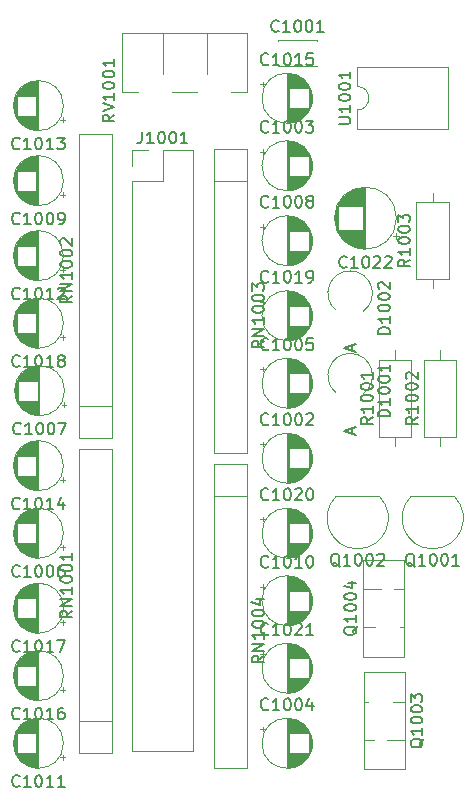
<source format=gbr>
%TF.GenerationSoftware,KiCad,Pcbnew,(5.1.10)-1*%
%TF.CreationDate,2022-02-19T10:08:03+01:00*%
%TF.ProjectId,Busterm,42757374-6572-46d2-9e6b-696361645f70,rev?*%
%TF.SameCoordinates,Original*%
%TF.FileFunction,Legend,Top*%
%TF.FilePolarity,Positive*%
%FSLAX46Y46*%
G04 Gerber Fmt 4.6, Leading zero omitted, Abs format (unit mm)*
G04 Created by KiCad (PCBNEW (5.1.10)-1) date 2022-02-19 10:08:03*
%MOMM*%
%LPD*%
G01*
G04 APERTURE LIST*
%ADD10C,0.120000*%
%ADD11C,0.150000*%
G04 APERTURE END LIST*
D10*
%TO.C,J1001*%
X84395000Y-182305000D02*
X89595000Y-182305000D01*
X84395000Y-133985000D02*
X84395000Y-182305000D01*
X89595000Y-131385000D02*
X89595000Y-182305000D01*
X84395000Y-133985000D02*
X86995000Y-133985000D01*
X86995000Y-133985000D02*
X86995000Y-131385000D01*
X86995000Y-131385000D02*
X89595000Y-131385000D01*
X84395000Y-132715000D02*
X84395000Y-131385000D01*
X84395000Y-131385000D02*
X85725000Y-131385000D01*
%TO.C,C1001*%
X100025000Y-124245000D02*
X100025000Y-124310000D01*
X100025000Y-122070000D02*
X100025000Y-122135000D01*
X96785000Y-124245000D02*
X96785000Y-124310000D01*
X96785000Y-122070000D02*
X96785000Y-122135000D01*
X96785000Y-124310000D02*
X100025000Y-124310000D01*
X96785000Y-122070000D02*
X100025000Y-122070000D01*
%TO.C,C1002*%
X99640000Y-157480000D02*
G75*
G03*
X99640000Y-157480000I-2120000J0D01*
G01*
X97520000Y-155400000D02*
X97520000Y-159560000D01*
X97560000Y-155400000D02*
X97560000Y-159560000D01*
X97600000Y-155401000D02*
X97600000Y-159559000D01*
X97640000Y-155403000D02*
X97640000Y-159557000D01*
X97680000Y-155406000D02*
X97680000Y-159554000D01*
X97720000Y-155409000D02*
X97720000Y-156640000D01*
X97720000Y-158320000D02*
X97720000Y-159551000D01*
X97760000Y-155413000D02*
X97760000Y-156640000D01*
X97760000Y-158320000D02*
X97760000Y-159547000D01*
X97800000Y-155418000D02*
X97800000Y-156640000D01*
X97800000Y-158320000D02*
X97800000Y-159542000D01*
X97840000Y-155424000D02*
X97840000Y-156640000D01*
X97840000Y-158320000D02*
X97840000Y-159536000D01*
X97880000Y-155430000D02*
X97880000Y-156640000D01*
X97880000Y-158320000D02*
X97880000Y-159530000D01*
X97920000Y-155438000D02*
X97920000Y-156640000D01*
X97920000Y-158320000D02*
X97920000Y-159522000D01*
X97960000Y-155446000D02*
X97960000Y-156640000D01*
X97960000Y-158320000D02*
X97960000Y-159514000D01*
X98000000Y-155455000D02*
X98000000Y-156640000D01*
X98000000Y-158320000D02*
X98000000Y-159505000D01*
X98040000Y-155464000D02*
X98040000Y-156640000D01*
X98040000Y-158320000D02*
X98040000Y-159496000D01*
X98080000Y-155475000D02*
X98080000Y-156640000D01*
X98080000Y-158320000D02*
X98080000Y-159485000D01*
X98120000Y-155486000D02*
X98120000Y-156640000D01*
X98120000Y-158320000D02*
X98120000Y-159474000D01*
X98160000Y-155498000D02*
X98160000Y-156640000D01*
X98160000Y-158320000D02*
X98160000Y-159462000D01*
X98200000Y-155512000D02*
X98200000Y-156640000D01*
X98200000Y-158320000D02*
X98200000Y-159448000D01*
X98241000Y-155526000D02*
X98241000Y-156640000D01*
X98241000Y-158320000D02*
X98241000Y-159434000D01*
X98281000Y-155540000D02*
X98281000Y-156640000D01*
X98281000Y-158320000D02*
X98281000Y-159420000D01*
X98321000Y-155556000D02*
X98321000Y-156640000D01*
X98321000Y-158320000D02*
X98321000Y-159404000D01*
X98361000Y-155573000D02*
X98361000Y-156640000D01*
X98361000Y-158320000D02*
X98361000Y-159387000D01*
X98401000Y-155591000D02*
X98401000Y-156640000D01*
X98401000Y-158320000D02*
X98401000Y-159369000D01*
X98441000Y-155610000D02*
X98441000Y-156640000D01*
X98441000Y-158320000D02*
X98441000Y-159350000D01*
X98481000Y-155629000D02*
X98481000Y-156640000D01*
X98481000Y-158320000D02*
X98481000Y-159331000D01*
X98521000Y-155650000D02*
X98521000Y-156640000D01*
X98521000Y-158320000D02*
X98521000Y-159310000D01*
X98561000Y-155672000D02*
X98561000Y-156640000D01*
X98561000Y-158320000D02*
X98561000Y-159288000D01*
X98601000Y-155695000D02*
X98601000Y-156640000D01*
X98601000Y-158320000D02*
X98601000Y-159265000D01*
X98641000Y-155720000D02*
X98641000Y-156640000D01*
X98641000Y-158320000D02*
X98641000Y-159240000D01*
X98681000Y-155745000D02*
X98681000Y-156640000D01*
X98681000Y-158320000D02*
X98681000Y-159215000D01*
X98721000Y-155772000D02*
X98721000Y-156640000D01*
X98721000Y-158320000D02*
X98721000Y-159188000D01*
X98761000Y-155800000D02*
X98761000Y-156640000D01*
X98761000Y-158320000D02*
X98761000Y-159160000D01*
X98801000Y-155830000D02*
X98801000Y-156640000D01*
X98801000Y-158320000D02*
X98801000Y-159130000D01*
X98841000Y-155861000D02*
X98841000Y-156640000D01*
X98841000Y-158320000D02*
X98841000Y-159099000D01*
X98881000Y-155893000D02*
X98881000Y-156640000D01*
X98881000Y-158320000D02*
X98881000Y-159067000D01*
X98921000Y-155928000D02*
X98921000Y-156640000D01*
X98921000Y-158320000D02*
X98921000Y-159032000D01*
X98961000Y-155964000D02*
X98961000Y-156640000D01*
X98961000Y-158320000D02*
X98961000Y-158996000D01*
X99001000Y-156002000D02*
X99001000Y-156640000D01*
X99001000Y-158320000D02*
X99001000Y-158958000D01*
X99041000Y-156042000D02*
X99041000Y-156640000D01*
X99041000Y-158320000D02*
X99041000Y-158918000D01*
X99081000Y-156084000D02*
X99081000Y-156640000D01*
X99081000Y-158320000D02*
X99081000Y-158876000D01*
X99121000Y-156129000D02*
X99121000Y-156640000D01*
X99121000Y-158320000D02*
X99121000Y-158831000D01*
X99161000Y-156176000D02*
X99161000Y-156640000D01*
X99161000Y-158320000D02*
X99161000Y-158784000D01*
X99201000Y-156226000D02*
X99201000Y-156640000D01*
X99201000Y-158320000D02*
X99201000Y-158734000D01*
X99241000Y-156280000D02*
X99241000Y-156640000D01*
X99241000Y-158320000D02*
X99241000Y-158680000D01*
X99281000Y-156338000D02*
X99281000Y-156640000D01*
X99281000Y-158320000D02*
X99281000Y-158622000D01*
X99321000Y-156400000D02*
X99321000Y-156640000D01*
X99321000Y-158320000D02*
X99321000Y-158560000D01*
X99361000Y-156467000D02*
X99361000Y-158493000D01*
X99401000Y-156540000D02*
X99401000Y-158420000D01*
X99441000Y-156621000D02*
X99441000Y-158339000D01*
X99481000Y-156712000D02*
X99481000Y-158248000D01*
X99521000Y-156816000D02*
X99521000Y-158144000D01*
X99561000Y-156943000D02*
X99561000Y-158017000D01*
X99601000Y-157110000D02*
X99601000Y-157850000D01*
X95250199Y-156285000D02*
X95650199Y-156285000D01*
X95450199Y-156085000D02*
X95450199Y-156485000D01*
%TO.C,C1003*%
X95450199Y-131320000D02*
X95450199Y-131720000D01*
X95250199Y-131520000D02*
X95650199Y-131520000D01*
X99601000Y-132345000D02*
X99601000Y-133085000D01*
X99561000Y-132178000D02*
X99561000Y-133252000D01*
X99521000Y-132051000D02*
X99521000Y-133379000D01*
X99481000Y-131947000D02*
X99481000Y-133483000D01*
X99441000Y-131856000D02*
X99441000Y-133574000D01*
X99401000Y-131775000D02*
X99401000Y-133655000D01*
X99361000Y-131702000D02*
X99361000Y-133728000D01*
X99321000Y-133555000D02*
X99321000Y-133795000D01*
X99321000Y-131635000D02*
X99321000Y-131875000D01*
X99281000Y-133555000D02*
X99281000Y-133857000D01*
X99281000Y-131573000D02*
X99281000Y-131875000D01*
X99241000Y-133555000D02*
X99241000Y-133915000D01*
X99241000Y-131515000D02*
X99241000Y-131875000D01*
X99201000Y-133555000D02*
X99201000Y-133969000D01*
X99201000Y-131461000D02*
X99201000Y-131875000D01*
X99161000Y-133555000D02*
X99161000Y-134019000D01*
X99161000Y-131411000D02*
X99161000Y-131875000D01*
X99121000Y-133555000D02*
X99121000Y-134066000D01*
X99121000Y-131364000D02*
X99121000Y-131875000D01*
X99081000Y-133555000D02*
X99081000Y-134111000D01*
X99081000Y-131319000D02*
X99081000Y-131875000D01*
X99041000Y-133555000D02*
X99041000Y-134153000D01*
X99041000Y-131277000D02*
X99041000Y-131875000D01*
X99001000Y-133555000D02*
X99001000Y-134193000D01*
X99001000Y-131237000D02*
X99001000Y-131875000D01*
X98961000Y-133555000D02*
X98961000Y-134231000D01*
X98961000Y-131199000D02*
X98961000Y-131875000D01*
X98921000Y-133555000D02*
X98921000Y-134267000D01*
X98921000Y-131163000D02*
X98921000Y-131875000D01*
X98881000Y-133555000D02*
X98881000Y-134302000D01*
X98881000Y-131128000D02*
X98881000Y-131875000D01*
X98841000Y-133555000D02*
X98841000Y-134334000D01*
X98841000Y-131096000D02*
X98841000Y-131875000D01*
X98801000Y-133555000D02*
X98801000Y-134365000D01*
X98801000Y-131065000D02*
X98801000Y-131875000D01*
X98761000Y-133555000D02*
X98761000Y-134395000D01*
X98761000Y-131035000D02*
X98761000Y-131875000D01*
X98721000Y-133555000D02*
X98721000Y-134423000D01*
X98721000Y-131007000D02*
X98721000Y-131875000D01*
X98681000Y-133555000D02*
X98681000Y-134450000D01*
X98681000Y-130980000D02*
X98681000Y-131875000D01*
X98641000Y-133555000D02*
X98641000Y-134475000D01*
X98641000Y-130955000D02*
X98641000Y-131875000D01*
X98601000Y-133555000D02*
X98601000Y-134500000D01*
X98601000Y-130930000D02*
X98601000Y-131875000D01*
X98561000Y-133555000D02*
X98561000Y-134523000D01*
X98561000Y-130907000D02*
X98561000Y-131875000D01*
X98521000Y-133555000D02*
X98521000Y-134545000D01*
X98521000Y-130885000D02*
X98521000Y-131875000D01*
X98481000Y-133555000D02*
X98481000Y-134566000D01*
X98481000Y-130864000D02*
X98481000Y-131875000D01*
X98441000Y-133555000D02*
X98441000Y-134585000D01*
X98441000Y-130845000D02*
X98441000Y-131875000D01*
X98401000Y-133555000D02*
X98401000Y-134604000D01*
X98401000Y-130826000D02*
X98401000Y-131875000D01*
X98361000Y-133555000D02*
X98361000Y-134622000D01*
X98361000Y-130808000D02*
X98361000Y-131875000D01*
X98321000Y-133555000D02*
X98321000Y-134639000D01*
X98321000Y-130791000D02*
X98321000Y-131875000D01*
X98281000Y-133555000D02*
X98281000Y-134655000D01*
X98281000Y-130775000D02*
X98281000Y-131875000D01*
X98241000Y-133555000D02*
X98241000Y-134669000D01*
X98241000Y-130761000D02*
X98241000Y-131875000D01*
X98200000Y-133555000D02*
X98200000Y-134683000D01*
X98200000Y-130747000D02*
X98200000Y-131875000D01*
X98160000Y-133555000D02*
X98160000Y-134697000D01*
X98160000Y-130733000D02*
X98160000Y-131875000D01*
X98120000Y-133555000D02*
X98120000Y-134709000D01*
X98120000Y-130721000D02*
X98120000Y-131875000D01*
X98080000Y-133555000D02*
X98080000Y-134720000D01*
X98080000Y-130710000D02*
X98080000Y-131875000D01*
X98040000Y-133555000D02*
X98040000Y-134731000D01*
X98040000Y-130699000D02*
X98040000Y-131875000D01*
X98000000Y-133555000D02*
X98000000Y-134740000D01*
X98000000Y-130690000D02*
X98000000Y-131875000D01*
X97960000Y-133555000D02*
X97960000Y-134749000D01*
X97960000Y-130681000D02*
X97960000Y-131875000D01*
X97920000Y-133555000D02*
X97920000Y-134757000D01*
X97920000Y-130673000D02*
X97920000Y-131875000D01*
X97880000Y-133555000D02*
X97880000Y-134765000D01*
X97880000Y-130665000D02*
X97880000Y-131875000D01*
X97840000Y-133555000D02*
X97840000Y-134771000D01*
X97840000Y-130659000D02*
X97840000Y-131875000D01*
X97800000Y-133555000D02*
X97800000Y-134777000D01*
X97800000Y-130653000D02*
X97800000Y-131875000D01*
X97760000Y-133555000D02*
X97760000Y-134782000D01*
X97760000Y-130648000D02*
X97760000Y-131875000D01*
X97720000Y-133555000D02*
X97720000Y-134786000D01*
X97720000Y-130644000D02*
X97720000Y-131875000D01*
X97680000Y-130641000D02*
X97680000Y-134789000D01*
X97640000Y-130638000D02*
X97640000Y-134792000D01*
X97600000Y-130636000D02*
X97600000Y-134794000D01*
X97560000Y-130635000D02*
X97560000Y-134795000D01*
X97520000Y-130635000D02*
X97520000Y-134795000D01*
X99640000Y-132715000D02*
G75*
G03*
X99640000Y-132715000I-2120000J0D01*
G01*
%TO.C,C1004*%
X99640000Y-181610000D02*
G75*
G03*
X99640000Y-181610000I-2120000J0D01*
G01*
X97520000Y-179530000D02*
X97520000Y-183690000D01*
X97560000Y-179530000D02*
X97560000Y-183690000D01*
X97600000Y-179531000D02*
X97600000Y-183689000D01*
X97640000Y-179533000D02*
X97640000Y-183687000D01*
X97680000Y-179536000D02*
X97680000Y-183684000D01*
X97720000Y-179539000D02*
X97720000Y-180770000D01*
X97720000Y-182450000D02*
X97720000Y-183681000D01*
X97760000Y-179543000D02*
X97760000Y-180770000D01*
X97760000Y-182450000D02*
X97760000Y-183677000D01*
X97800000Y-179548000D02*
X97800000Y-180770000D01*
X97800000Y-182450000D02*
X97800000Y-183672000D01*
X97840000Y-179554000D02*
X97840000Y-180770000D01*
X97840000Y-182450000D02*
X97840000Y-183666000D01*
X97880000Y-179560000D02*
X97880000Y-180770000D01*
X97880000Y-182450000D02*
X97880000Y-183660000D01*
X97920000Y-179568000D02*
X97920000Y-180770000D01*
X97920000Y-182450000D02*
X97920000Y-183652000D01*
X97960000Y-179576000D02*
X97960000Y-180770000D01*
X97960000Y-182450000D02*
X97960000Y-183644000D01*
X98000000Y-179585000D02*
X98000000Y-180770000D01*
X98000000Y-182450000D02*
X98000000Y-183635000D01*
X98040000Y-179594000D02*
X98040000Y-180770000D01*
X98040000Y-182450000D02*
X98040000Y-183626000D01*
X98080000Y-179605000D02*
X98080000Y-180770000D01*
X98080000Y-182450000D02*
X98080000Y-183615000D01*
X98120000Y-179616000D02*
X98120000Y-180770000D01*
X98120000Y-182450000D02*
X98120000Y-183604000D01*
X98160000Y-179628000D02*
X98160000Y-180770000D01*
X98160000Y-182450000D02*
X98160000Y-183592000D01*
X98200000Y-179642000D02*
X98200000Y-180770000D01*
X98200000Y-182450000D02*
X98200000Y-183578000D01*
X98241000Y-179656000D02*
X98241000Y-180770000D01*
X98241000Y-182450000D02*
X98241000Y-183564000D01*
X98281000Y-179670000D02*
X98281000Y-180770000D01*
X98281000Y-182450000D02*
X98281000Y-183550000D01*
X98321000Y-179686000D02*
X98321000Y-180770000D01*
X98321000Y-182450000D02*
X98321000Y-183534000D01*
X98361000Y-179703000D02*
X98361000Y-180770000D01*
X98361000Y-182450000D02*
X98361000Y-183517000D01*
X98401000Y-179721000D02*
X98401000Y-180770000D01*
X98401000Y-182450000D02*
X98401000Y-183499000D01*
X98441000Y-179740000D02*
X98441000Y-180770000D01*
X98441000Y-182450000D02*
X98441000Y-183480000D01*
X98481000Y-179759000D02*
X98481000Y-180770000D01*
X98481000Y-182450000D02*
X98481000Y-183461000D01*
X98521000Y-179780000D02*
X98521000Y-180770000D01*
X98521000Y-182450000D02*
X98521000Y-183440000D01*
X98561000Y-179802000D02*
X98561000Y-180770000D01*
X98561000Y-182450000D02*
X98561000Y-183418000D01*
X98601000Y-179825000D02*
X98601000Y-180770000D01*
X98601000Y-182450000D02*
X98601000Y-183395000D01*
X98641000Y-179850000D02*
X98641000Y-180770000D01*
X98641000Y-182450000D02*
X98641000Y-183370000D01*
X98681000Y-179875000D02*
X98681000Y-180770000D01*
X98681000Y-182450000D02*
X98681000Y-183345000D01*
X98721000Y-179902000D02*
X98721000Y-180770000D01*
X98721000Y-182450000D02*
X98721000Y-183318000D01*
X98761000Y-179930000D02*
X98761000Y-180770000D01*
X98761000Y-182450000D02*
X98761000Y-183290000D01*
X98801000Y-179960000D02*
X98801000Y-180770000D01*
X98801000Y-182450000D02*
X98801000Y-183260000D01*
X98841000Y-179991000D02*
X98841000Y-180770000D01*
X98841000Y-182450000D02*
X98841000Y-183229000D01*
X98881000Y-180023000D02*
X98881000Y-180770000D01*
X98881000Y-182450000D02*
X98881000Y-183197000D01*
X98921000Y-180058000D02*
X98921000Y-180770000D01*
X98921000Y-182450000D02*
X98921000Y-183162000D01*
X98961000Y-180094000D02*
X98961000Y-180770000D01*
X98961000Y-182450000D02*
X98961000Y-183126000D01*
X99001000Y-180132000D02*
X99001000Y-180770000D01*
X99001000Y-182450000D02*
X99001000Y-183088000D01*
X99041000Y-180172000D02*
X99041000Y-180770000D01*
X99041000Y-182450000D02*
X99041000Y-183048000D01*
X99081000Y-180214000D02*
X99081000Y-180770000D01*
X99081000Y-182450000D02*
X99081000Y-183006000D01*
X99121000Y-180259000D02*
X99121000Y-180770000D01*
X99121000Y-182450000D02*
X99121000Y-182961000D01*
X99161000Y-180306000D02*
X99161000Y-180770000D01*
X99161000Y-182450000D02*
X99161000Y-182914000D01*
X99201000Y-180356000D02*
X99201000Y-180770000D01*
X99201000Y-182450000D02*
X99201000Y-182864000D01*
X99241000Y-180410000D02*
X99241000Y-180770000D01*
X99241000Y-182450000D02*
X99241000Y-182810000D01*
X99281000Y-180468000D02*
X99281000Y-180770000D01*
X99281000Y-182450000D02*
X99281000Y-182752000D01*
X99321000Y-180530000D02*
X99321000Y-180770000D01*
X99321000Y-182450000D02*
X99321000Y-182690000D01*
X99361000Y-180597000D02*
X99361000Y-182623000D01*
X99401000Y-180670000D02*
X99401000Y-182550000D01*
X99441000Y-180751000D02*
X99441000Y-182469000D01*
X99481000Y-180842000D02*
X99481000Y-182378000D01*
X99521000Y-180946000D02*
X99521000Y-182274000D01*
X99561000Y-181073000D02*
X99561000Y-182147000D01*
X99601000Y-181240000D02*
X99601000Y-181980000D01*
X95250199Y-180415000D02*
X95650199Y-180415000D01*
X95450199Y-180215000D02*
X95450199Y-180615000D01*
%TO.C,C1005*%
X95450199Y-149735000D02*
X95450199Y-150135000D01*
X95250199Y-149935000D02*
X95650199Y-149935000D01*
X99601000Y-150760000D02*
X99601000Y-151500000D01*
X99561000Y-150593000D02*
X99561000Y-151667000D01*
X99521000Y-150466000D02*
X99521000Y-151794000D01*
X99481000Y-150362000D02*
X99481000Y-151898000D01*
X99441000Y-150271000D02*
X99441000Y-151989000D01*
X99401000Y-150190000D02*
X99401000Y-152070000D01*
X99361000Y-150117000D02*
X99361000Y-152143000D01*
X99321000Y-151970000D02*
X99321000Y-152210000D01*
X99321000Y-150050000D02*
X99321000Y-150290000D01*
X99281000Y-151970000D02*
X99281000Y-152272000D01*
X99281000Y-149988000D02*
X99281000Y-150290000D01*
X99241000Y-151970000D02*
X99241000Y-152330000D01*
X99241000Y-149930000D02*
X99241000Y-150290000D01*
X99201000Y-151970000D02*
X99201000Y-152384000D01*
X99201000Y-149876000D02*
X99201000Y-150290000D01*
X99161000Y-151970000D02*
X99161000Y-152434000D01*
X99161000Y-149826000D02*
X99161000Y-150290000D01*
X99121000Y-151970000D02*
X99121000Y-152481000D01*
X99121000Y-149779000D02*
X99121000Y-150290000D01*
X99081000Y-151970000D02*
X99081000Y-152526000D01*
X99081000Y-149734000D02*
X99081000Y-150290000D01*
X99041000Y-151970000D02*
X99041000Y-152568000D01*
X99041000Y-149692000D02*
X99041000Y-150290000D01*
X99001000Y-151970000D02*
X99001000Y-152608000D01*
X99001000Y-149652000D02*
X99001000Y-150290000D01*
X98961000Y-151970000D02*
X98961000Y-152646000D01*
X98961000Y-149614000D02*
X98961000Y-150290000D01*
X98921000Y-151970000D02*
X98921000Y-152682000D01*
X98921000Y-149578000D02*
X98921000Y-150290000D01*
X98881000Y-151970000D02*
X98881000Y-152717000D01*
X98881000Y-149543000D02*
X98881000Y-150290000D01*
X98841000Y-151970000D02*
X98841000Y-152749000D01*
X98841000Y-149511000D02*
X98841000Y-150290000D01*
X98801000Y-151970000D02*
X98801000Y-152780000D01*
X98801000Y-149480000D02*
X98801000Y-150290000D01*
X98761000Y-151970000D02*
X98761000Y-152810000D01*
X98761000Y-149450000D02*
X98761000Y-150290000D01*
X98721000Y-151970000D02*
X98721000Y-152838000D01*
X98721000Y-149422000D02*
X98721000Y-150290000D01*
X98681000Y-151970000D02*
X98681000Y-152865000D01*
X98681000Y-149395000D02*
X98681000Y-150290000D01*
X98641000Y-151970000D02*
X98641000Y-152890000D01*
X98641000Y-149370000D02*
X98641000Y-150290000D01*
X98601000Y-151970000D02*
X98601000Y-152915000D01*
X98601000Y-149345000D02*
X98601000Y-150290000D01*
X98561000Y-151970000D02*
X98561000Y-152938000D01*
X98561000Y-149322000D02*
X98561000Y-150290000D01*
X98521000Y-151970000D02*
X98521000Y-152960000D01*
X98521000Y-149300000D02*
X98521000Y-150290000D01*
X98481000Y-151970000D02*
X98481000Y-152981000D01*
X98481000Y-149279000D02*
X98481000Y-150290000D01*
X98441000Y-151970000D02*
X98441000Y-153000000D01*
X98441000Y-149260000D02*
X98441000Y-150290000D01*
X98401000Y-151970000D02*
X98401000Y-153019000D01*
X98401000Y-149241000D02*
X98401000Y-150290000D01*
X98361000Y-151970000D02*
X98361000Y-153037000D01*
X98361000Y-149223000D02*
X98361000Y-150290000D01*
X98321000Y-151970000D02*
X98321000Y-153054000D01*
X98321000Y-149206000D02*
X98321000Y-150290000D01*
X98281000Y-151970000D02*
X98281000Y-153070000D01*
X98281000Y-149190000D02*
X98281000Y-150290000D01*
X98241000Y-151970000D02*
X98241000Y-153084000D01*
X98241000Y-149176000D02*
X98241000Y-150290000D01*
X98200000Y-151970000D02*
X98200000Y-153098000D01*
X98200000Y-149162000D02*
X98200000Y-150290000D01*
X98160000Y-151970000D02*
X98160000Y-153112000D01*
X98160000Y-149148000D02*
X98160000Y-150290000D01*
X98120000Y-151970000D02*
X98120000Y-153124000D01*
X98120000Y-149136000D02*
X98120000Y-150290000D01*
X98080000Y-151970000D02*
X98080000Y-153135000D01*
X98080000Y-149125000D02*
X98080000Y-150290000D01*
X98040000Y-151970000D02*
X98040000Y-153146000D01*
X98040000Y-149114000D02*
X98040000Y-150290000D01*
X98000000Y-151970000D02*
X98000000Y-153155000D01*
X98000000Y-149105000D02*
X98000000Y-150290000D01*
X97960000Y-151970000D02*
X97960000Y-153164000D01*
X97960000Y-149096000D02*
X97960000Y-150290000D01*
X97920000Y-151970000D02*
X97920000Y-153172000D01*
X97920000Y-149088000D02*
X97920000Y-150290000D01*
X97880000Y-151970000D02*
X97880000Y-153180000D01*
X97880000Y-149080000D02*
X97880000Y-150290000D01*
X97840000Y-151970000D02*
X97840000Y-153186000D01*
X97840000Y-149074000D02*
X97840000Y-150290000D01*
X97800000Y-151970000D02*
X97800000Y-153192000D01*
X97800000Y-149068000D02*
X97800000Y-150290000D01*
X97760000Y-151970000D02*
X97760000Y-153197000D01*
X97760000Y-149063000D02*
X97760000Y-150290000D01*
X97720000Y-151970000D02*
X97720000Y-153201000D01*
X97720000Y-149059000D02*
X97720000Y-150290000D01*
X97680000Y-149056000D02*
X97680000Y-153204000D01*
X97640000Y-149053000D02*
X97640000Y-153207000D01*
X97600000Y-149051000D02*
X97600000Y-153209000D01*
X97560000Y-149050000D02*
X97560000Y-153210000D01*
X97520000Y-149050000D02*
X97520000Y-153210000D01*
X99640000Y-151130000D02*
G75*
G03*
X99640000Y-151130000I-2120000J0D01*
G01*
%TO.C,C1006*%
X78590000Y-163830000D02*
G75*
G03*
X78590000Y-163830000I-2120000J0D01*
G01*
X76470000Y-165910000D02*
X76470000Y-161750000D01*
X76430000Y-165910000D02*
X76430000Y-161750000D01*
X76390000Y-165909000D02*
X76390000Y-161751000D01*
X76350000Y-165907000D02*
X76350000Y-161753000D01*
X76310000Y-165904000D02*
X76310000Y-161756000D01*
X76270000Y-165901000D02*
X76270000Y-164670000D01*
X76270000Y-162990000D02*
X76270000Y-161759000D01*
X76230000Y-165897000D02*
X76230000Y-164670000D01*
X76230000Y-162990000D02*
X76230000Y-161763000D01*
X76190000Y-165892000D02*
X76190000Y-164670000D01*
X76190000Y-162990000D02*
X76190000Y-161768000D01*
X76150000Y-165886000D02*
X76150000Y-164670000D01*
X76150000Y-162990000D02*
X76150000Y-161774000D01*
X76110000Y-165880000D02*
X76110000Y-164670000D01*
X76110000Y-162990000D02*
X76110000Y-161780000D01*
X76070000Y-165872000D02*
X76070000Y-164670000D01*
X76070000Y-162990000D02*
X76070000Y-161788000D01*
X76030000Y-165864000D02*
X76030000Y-164670000D01*
X76030000Y-162990000D02*
X76030000Y-161796000D01*
X75990000Y-165855000D02*
X75990000Y-164670000D01*
X75990000Y-162990000D02*
X75990000Y-161805000D01*
X75950000Y-165846000D02*
X75950000Y-164670000D01*
X75950000Y-162990000D02*
X75950000Y-161814000D01*
X75910000Y-165835000D02*
X75910000Y-164670000D01*
X75910000Y-162990000D02*
X75910000Y-161825000D01*
X75870000Y-165824000D02*
X75870000Y-164670000D01*
X75870000Y-162990000D02*
X75870000Y-161836000D01*
X75830000Y-165812000D02*
X75830000Y-164670000D01*
X75830000Y-162990000D02*
X75830000Y-161848000D01*
X75790000Y-165798000D02*
X75790000Y-164670000D01*
X75790000Y-162990000D02*
X75790000Y-161862000D01*
X75749000Y-165784000D02*
X75749000Y-164670000D01*
X75749000Y-162990000D02*
X75749000Y-161876000D01*
X75709000Y-165770000D02*
X75709000Y-164670000D01*
X75709000Y-162990000D02*
X75709000Y-161890000D01*
X75669000Y-165754000D02*
X75669000Y-164670000D01*
X75669000Y-162990000D02*
X75669000Y-161906000D01*
X75629000Y-165737000D02*
X75629000Y-164670000D01*
X75629000Y-162990000D02*
X75629000Y-161923000D01*
X75589000Y-165719000D02*
X75589000Y-164670000D01*
X75589000Y-162990000D02*
X75589000Y-161941000D01*
X75549000Y-165700000D02*
X75549000Y-164670000D01*
X75549000Y-162990000D02*
X75549000Y-161960000D01*
X75509000Y-165681000D02*
X75509000Y-164670000D01*
X75509000Y-162990000D02*
X75509000Y-161979000D01*
X75469000Y-165660000D02*
X75469000Y-164670000D01*
X75469000Y-162990000D02*
X75469000Y-162000000D01*
X75429000Y-165638000D02*
X75429000Y-164670000D01*
X75429000Y-162990000D02*
X75429000Y-162022000D01*
X75389000Y-165615000D02*
X75389000Y-164670000D01*
X75389000Y-162990000D02*
X75389000Y-162045000D01*
X75349000Y-165590000D02*
X75349000Y-164670000D01*
X75349000Y-162990000D02*
X75349000Y-162070000D01*
X75309000Y-165565000D02*
X75309000Y-164670000D01*
X75309000Y-162990000D02*
X75309000Y-162095000D01*
X75269000Y-165538000D02*
X75269000Y-164670000D01*
X75269000Y-162990000D02*
X75269000Y-162122000D01*
X75229000Y-165510000D02*
X75229000Y-164670000D01*
X75229000Y-162990000D02*
X75229000Y-162150000D01*
X75189000Y-165480000D02*
X75189000Y-164670000D01*
X75189000Y-162990000D02*
X75189000Y-162180000D01*
X75149000Y-165449000D02*
X75149000Y-164670000D01*
X75149000Y-162990000D02*
X75149000Y-162211000D01*
X75109000Y-165417000D02*
X75109000Y-164670000D01*
X75109000Y-162990000D02*
X75109000Y-162243000D01*
X75069000Y-165382000D02*
X75069000Y-164670000D01*
X75069000Y-162990000D02*
X75069000Y-162278000D01*
X75029000Y-165346000D02*
X75029000Y-164670000D01*
X75029000Y-162990000D02*
X75029000Y-162314000D01*
X74989000Y-165308000D02*
X74989000Y-164670000D01*
X74989000Y-162990000D02*
X74989000Y-162352000D01*
X74949000Y-165268000D02*
X74949000Y-164670000D01*
X74949000Y-162990000D02*
X74949000Y-162392000D01*
X74909000Y-165226000D02*
X74909000Y-164670000D01*
X74909000Y-162990000D02*
X74909000Y-162434000D01*
X74869000Y-165181000D02*
X74869000Y-164670000D01*
X74869000Y-162990000D02*
X74869000Y-162479000D01*
X74829000Y-165134000D02*
X74829000Y-164670000D01*
X74829000Y-162990000D02*
X74829000Y-162526000D01*
X74789000Y-165084000D02*
X74789000Y-164670000D01*
X74789000Y-162990000D02*
X74789000Y-162576000D01*
X74749000Y-165030000D02*
X74749000Y-164670000D01*
X74749000Y-162990000D02*
X74749000Y-162630000D01*
X74709000Y-164972000D02*
X74709000Y-164670000D01*
X74709000Y-162990000D02*
X74709000Y-162688000D01*
X74669000Y-164910000D02*
X74669000Y-164670000D01*
X74669000Y-162990000D02*
X74669000Y-162750000D01*
X74629000Y-164843000D02*
X74629000Y-162817000D01*
X74589000Y-164770000D02*
X74589000Y-162890000D01*
X74549000Y-164689000D02*
X74549000Y-162971000D01*
X74509000Y-164598000D02*
X74509000Y-163062000D01*
X74469000Y-164494000D02*
X74469000Y-163166000D01*
X74429000Y-164367000D02*
X74429000Y-163293000D01*
X74389000Y-164200000D02*
X74389000Y-163460000D01*
X78739801Y-165025000D02*
X78339801Y-165025000D01*
X78539801Y-165225000D02*
X78539801Y-164825000D01*
%TO.C,C1007*%
X78634801Y-153160000D02*
X78634801Y-152760000D01*
X78834801Y-152960000D02*
X78434801Y-152960000D01*
X74484000Y-152135000D02*
X74484000Y-151395000D01*
X74524000Y-152302000D02*
X74524000Y-151228000D01*
X74564000Y-152429000D02*
X74564000Y-151101000D01*
X74604000Y-152533000D02*
X74604000Y-150997000D01*
X74644000Y-152624000D02*
X74644000Y-150906000D01*
X74684000Y-152705000D02*
X74684000Y-150825000D01*
X74724000Y-152778000D02*
X74724000Y-150752000D01*
X74764000Y-150925000D02*
X74764000Y-150685000D01*
X74764000Y-152845000D02*
X74764000Y-152605000D01*
X74804000Y-150925000D02*
X74804000Y-150623000D01*
X74804000Y-152907000D02*
X74804000Y-152605000D01*
X74844000Y-150925000D02*
X74844000Y-150565000D01*
X74844000Y-152965000D02*
X74844000Y-152605000D01*
X74884000Y-150925000D02*
X74884000Y-150511000D01*
X74884000Y-153019000D02*
X74884000Y-152605000D01*
X74924000Y-150925000D02*
X74924000Y-150461000D01*
X74924000Y-153069000D02*
X74924000Y-152605000D01*
X74964000Y-150925000D02*
X74964000Y-150414000D01*
X74964000Y-153116000D02*
X74964000Y-152605000D01*
X75004000Y-150925000D02*
X75004000Y-150369000D01*
X75004000Y-153161000D02*
X75004000Y-152605000D01*
X75044000Y-150925000D02*
X75044000Y-150327000D01*
X75044000Y-153203000D02*
X75044000Y-152605000D01*
X75084000Y-150925000D02*
X75084000Y-150287000D01*
X75084000Y-153243000D02*
X75084000Y-152605000D01*
X75124000Y-150925000D02*
X75124000Y-150249000D01*
X75124000Y-153281000D02*
X75124000Y-152605000D01*
X75164000Y-150925000D02*
X75164000Y-150213000D01*
X75164000Y-153317000D02*
X75164000Y-152605000D01*
X75204000Y-150925000D02*
X75204000Y-150178000D01*
X75204000Y-153352000D02*
X75204000Y-152605000D01*
X75244000Y-150925000D02*
X75244000Y-150146000D01*
X75244000Y-153384000D02*
X75244000Y-152605000D01*
X75284000Y-150925000D02*
X75284000Y-150115000D01*
X75284000Y-153415000D02*
X75284000Y-152605000D01*
X75324000Y-150925000D02*
X75324000Y-150085000D01*
X75324000Y-153445000D02*
X75324000Y-152605000D01*
X75364000Y-150925000D02*
X75364000Y-150057000D01*
X75364000Y-153473000D02*
X75364000Y-152605000D01*
X75404000Y-150925000D02*
X75404000Y-150030000D01*
X75404000Y-153500000D02*
X75404000Y-152605000D01*
X75444000Y-150925000D02*
X75444000Y-150005000D01*
X75444000Y-153525000D02*
X75444000Y-152605000D01*
X75484000Y-150925000D02*
X75484000Y-149980000D01*
X75484000Y-153550000D02*
X75484000Y-152605000D01*
X75524000Y-150925000D02*
X75524000Y-149957000D01*
X75524000Y-153573000D02*
X75524000Y-152605000D01*
X75564000Y-150925000D02*
X75564000Y-149935000D01*
X75564000Y-153595000D02*
X75564000Y-152605000D01*
X75604000Y-150925000D02*
X75604000Y-149914000D01*
X75604000Y-153616000D02*
X75604000Y-152605000D01*
X75644000Y-150925000D02*
X75644000Y-149895000D01*
X75644000Y-153635000D02*
X75644000Y-152605000D01*
X75684000Y-150925000D02*
X75684000Y-149876000D01*
X75684000Y-153654000D02*
X75684000Y-152605000D01*
X75724000Y-150925000D02*
X75724000Y-149858000D01*
X75724000Y-153672000D02*
X75724000Y-152605000D01*
X75764000Y-150925000D02*
X75764000Y-149841000D01*
X75764000Y-153689000D02*
X75764000Y-152605000D01*
X75804000Y-150925000D02*
X75804000Y-149825000D01*
X75804000Y-153705000D02*
X75804000Y-152605000D01*
X75844000Y-150925000D02*
X75844000Y-149811000D01*
X75844000Y-153719000D02*
X75844000Y-152605000D01*
X75885000Y-150925000D02*
X75885000Y-149797000D01*
X75885000Y-153733000D02*
X75885000Y-152605000D01*
X75925000Y-150925000D02*
X75925000Y-149783000D01*
X75925000Y-153747000D02*
X75925000Y-152605000D01*
X75965000Y-150925000D02*
X75965000Y-149771000D01*
X75965000Y-153759000D02*
X75965000Y-152605000D01*
X76005000Y-150925000D02*
X76005000Y-149760000D01*
X76005000Y-153770000D02*
X76005000Y-152605000D01*
X76045000Y-150925000D02*
X76045000Y-149749000D01*
X76045000Y-153781000D02*
X76045000Y-152605000D01*
X76085000Y-150925000D02*
X76085000Y-149740000D01*
X76085000Y-153790000D02*
X76085000Y-152605000D01*
X76125000Y-150925000D02*
X76125000Y-149731000D01*
X76125000Y-153799000D02*
X76125000Y-152605000D01*
X76165000Y-150925000D02*
X76165000Y-149723000D01*
X76165000Y-153807000D02*
X76165000Y-152605000D01*
X76205000Y-150925000D02*
X76205000Y-149715000D01*
X76205000Y-153815000D02*
X76205000Y-152605000D01*
X76245000Y-150925000D02*
X76245000Y-149709000D01*
X76245000Y-153821000D02*
X76245000Y-152605000D01*
X76285000Y-150925000D02*
X76285000Y-149703000D01*
X76285000Y-153827000D02*
X76285000Y-152605000D01*
X76325000Y-150925000D02*
X76325000Y-149698000D01*
X76325000Y-153832000D02*
X76325000Y-152605000D01*
X76365000Y-150925000D02*
X76365000Y-149694000D01*
X76365000Y-153836000D02*
X76365000Y-152605000D01*
X76405000Y-153839000D02*
X76405000Y-149691000D01*
X76445000Y-153842000D02*
X76445000Y-149688000D01*
X76485000Y-153844000D02*
X76485000Y-149686000D01*
X76525000Y-153845000D02*
X76525000Y-149685000D01*
X76565000Y-153845000D02*
X76565000Y-149685000D01*
X78685000Y-151765000D02*
G75*
G03*
X78685000Y-151765000I-2120000J0D01*
G01*
%TO.C,C1008*%
X99640000Y-139065000D02*
G75*
G03*
X99640000Y-139065000I-2120000J0D01*
G01*
X97520000Y-136985000D02*
X97520000Y-141145000D01*
X97560000Y-136985000D02*
X97560000Y-141145000D01*
X97600000Y-136986000D02*
X97600000Y-141144000D01*
X97640000Y-136988000D02*
X97640000Y-141142000D01*
X97680000Y-136991000D02*
X97680000Y-141139000D01*
X97720000Y-136994000D02*
X97720000Y-138225000D01*
X97720000Y-139905000D02*
X97720000Y-141136000D01*
X97760000Y-136998000D02*
X97760000Y-138225000D01*
X97760000Y-139905000D02*
X97760000Y-141132000D01*
X97800000Y-137003000D02*
X97800000Y-138225000D01*
X97800000Y-139905000D02*
X97800000Y-141127000D01*
X97840000Y-137009000D02*
X97840000Y-138225000D01*
X97840000Y-139905000D02*
X97840000Y-141121000D01*
X97880000Y-137015000D02*
X97880000Y-138225000D01*
X97880000Y-139905000D02*
X97880000Y-141115000D01*
X97920000Y-137023000D02*
X97920000Y-138225000D01*
X97920000Y-139905000D02*
X97920000Y-141107000D01*
X97960000Y-137031000D02*
X97960000Y-138225000D01*
X97960000Y-139905000D02*
X97960000Y-141099000D01*
X98000000Y-137040000D02*
X98000000Y-138225000D01*
X98000000Y-139905000D02*
X98000000Y-141090000D01*
X98040000Y-137049000D02*
X98040000Y-138225000D01*
X98040000Y-139905000D02*
X98040000Y-141081000D01*
X98080000Y-137060000D02*
X98080000Y-138225000D01*
X98080000Y-139905000D02*
X98080000Y-141070000D01*
X98120000Y-137071000D02*
X98120000Y-138225000D01*
X98120000Y-139905000D02*
X98120000Y-141059000D01*
X98160000Y-137083000D02*
X98160000Y-138225000D01*
X98160000Y-139905000D02*
X98160000Y-141047000D01*
X98200000Y-137097000D02*
X98200000Y-138225000D01*
X98200000Y-139905000D02*
X98200000Y-141033000D01*
X98241000Y-137111000D02*
X98241000Y-138225000D01*
X98241000Y-139905000D02*
X98241000Y-141019000D01*
X98281000Y-137125000D02*
X98281000Y-138225000D01*
X98281000Y-139905000D02*
X98281000Y-141005000D01*
X98321000Y-137141000D02*
X98321000Y-138225000D01*
X98321000Y-139905000D02*
X98321000Y-140989000D01*
X98361000Y-137158000D02*
X98361000Y-138225000D01*
X98361000Y-139905000D02*
X98361000Y-140972000D01*
X98401000Y-137176000D02*
X98401000Y-138225000D01*
X98401000Y-139905000D02*
X98401000Y-140954000D01*
X98441000Y-137195000D02*
X98441000Y-138225000D01*
X98441000Y-139905000D02*
X98441000Y-140935000D01*
X98481000Y-137214000D02*
X98481000Y-138225000D01*
X98481000Y-139905000D02*
X98481000Y-140916000D01*
X98521000Y-137235000D02*
X98521000Y-138225000D01*
X98521000Y-139905000D02*
X98521000Y-140895000D01*
X98561000Y-137257000D02*
X98561000Y-138225000D01*
X98561000Y-139905000D02*
X98561000Y-140873000D01*
X98601000Y-137280000D02*
X98601000Y-138225000D01*
X98601000Y-139905000D02*
X98601000Y-140850000D01*
X98641000Y-137305000D02*
X98641000Y-138225000D01*
X98641000Y-139905000D02*
X98641000Y-140825000D01*
X98681000Y-137330000D02*
X98681000Y-138225000D01*
X98681000Y-139905000D02*
X98681000Y-140800000D01*
X98721000Y-137357000D02*
X98721000Y-138225000D01*
X98721000Y-139905000D02*
X98721000Y-140773000D01*
X98761000Y-137385000D02*
X98761000Y-138225000D01*
X98761000Y-139905000D02*
X98761000Y-140745000D01*
X98801000Y-137415000D02*
X98801000Y-138225000D01*
X98801000Y-139905000D02*
X98801000Y-140715000D01*
X98841000Y-137446000D02*
X98841000Y-138225000D01*
X98841000Y-139905000D02*
X98841000Y-140684000D01*
X98881000Y-137478000D02*
X98881000Y-138225000D01*
X98881000Y-139905000D02*
X98881000Y-140652000D01*
X98921000Y-137513000D02*
X98921000Y-138225000D01*
X98921000Y-139905000D02*
X98921000Y-140617000D01*
X98961000Y-137549000D02*
X98961000Y-138225000D01*
X98961000Y-139905000D02*
X98961000Y-140581000D01*
X99001000Y-137587000D02*
X99001000Y-138225000D01*
X99001000Y-139905000D02*
X99001000Y-140543000D01*
X99041000Y-137627000D02*
X99041000Y-138225000D01*
X99041000Y-139905000D02*
X99041000Y-140503000D01*
X99081000Y-137669000D02*
X99081000Y-138225000D01*
X99081000Y-139905000D02*
X99081000Y-140461000D01*
X99121000Y-137714000D02*
X99121000Y-138225000D01*
X99121000Y-139905000D02*
X99121000Y-140416000D01*
X99161000Y-137761000D02*
X99161000Y-138225000D01*
X99161000Y-139905000D02*
X99161000Y-140369000D01*
X99201000Y-137811000D02*
X99201000Y-138225000D01*
X99201000Y-139905000D02*
X99201000Y-140319000D01*
X99241000Y-137865000D02*
X99241000Y-138225000D01*
X99241000Y-139905000D02*
X99241000Y-140265000D01*
X99281000Y-137923000D02*
X99281000Y-138225000D01*
X99281000Y-139905000D02*
X99281000Y-140207000D01*
X99321000Y-137985000D02*
X99321000Y-138225000D01*
X99321000Y-139905000D02*
X99321000Y-140145000D01*
X99361000Y-138052000D02*
X99361000Y-140078000D01*
X99401000Y-138125000D02*
X99401000Y-140005000D01*
X99441000Y-138206000D02*
X99441000Y-139924000D01*
X99481000Y-138297000D02*
X99481000Y-139833000D01*
X99521000Y-138401000D02*
X99521000Y-139729000D01*
X99561000Y-138528000D02*
X99561000Y-139602000D01*
X99601000Y-138695000D02*
X99601000Y-139435000D01*
X95250199Y-137870000D02*
X95650199Y-137870000D01*
X95450199Y-137670000D02*
X95450199Y-138070000D01*
%TO.C,C1009*%
X78539801Y-135380000D02*
X78539801Y-134980000D01*
X78739801Y-135180000D02*
X78339801Y-135180000D01*
X74389000Y-134355000D02*
X74389000Y-133615000D01*
X74429000Y-134522000D02*
X74429000Y-133448000D01*
X74469000Y-134649000D02*
X74469000Y-133321000D01*
X74509000Y-134753000D02*
X74509000Y-133217000D01*
X74549000Y-134844000D02*
X74549000Y-133126000D01*
X74589000Y-134925000D02*
X74589000Y-133045000D01*
X74629000Y-134998000D02*
X74629000Y-132972000D01*
X74669000Y-133145000D02*
X74669000Y-132905000D01*
X74669000Y-135065000D02*
X74669000Y-134825000D01*
X74709000Y-133145000D02*
X74709000Y-132843000D01*
X74709000Y-135127000D02*
X74709000Y-134825000D01*
X74749000Y-133145000D02*
X74749000Y-132785000D01*
X74749000Y-135185000D02*
X74749000Y-134825000D01*
X74789000Y-133145000D02*
X74789000Y-132731000D01*
X74789000Y-135239000D02*
X74789000Y-134825000D01*
X74829000Y-133145000D02*
X74829000Y-132681000D01*
X74829000Y-135289000D02*
X74829000Y-134825000D01*
X74869000Y-133145000D02*
X74869000Y-132634000D01*
X74869000Y-135336000D02*
X74869000Y-134825000D01*
X74909000Y-133145000D02*
X74909000Y-132589000D01*
X74909000Y-135381000D02*
X74909000Y-134825000D01*
X74949000Y-133145000D02*
X74949000Y-132547000D01*
X74949000Y-135423000D02*
X74949000Y-134825000D01*
X74989000Y-133145000D02*
X74989000Y-132507000D01*
X74989000Y-135463000D02*
X74989000Y-134825000D01*
X75029000Y-133145000D02*
X75029000Y-132469000D01*
X75029000Y-135501000D02*
X75029000Y-134825000D01*
X75069000Y-133145000D02*
X75069000Y-132433000D01*
X75069000Y-135537000D02*
X75069000Y-134825000D01*
X75109000Y-133145000D02*
X75109000Y-132398000D01*
X75109000Y-135572000D02*
X75109000Y-134825000D01*
X75149000Y-133145000D02*
X75149000Y-132366000D01*
X75149000Y-135604000D02*
X75149000Y-134825000D01*
X75189000Y-133145000D02*
X75189000Y-132335000D01*
X75189000Y-135635000D02*
X75189000Y-134825000D01*
X75229000Y-133145000D02*
X75229000Y-132305000D01*
X75229000Y-135665000D02*
X75229000Y-134825000D01*
X75269000Y-133145000D02*
X75269000Y-132277000D01*
X75269000Y-135693000D02*
X75269000Y-134825000D01*
X75309000Y-133145000D02*
X75309000Y-132250000D01*
X75309000Y-135720000D02*
X75309000Y-134825000D01*
X75349000Y-133145000D02*
X75349000Y-132225000D01*
X75349000Y-135745000D02*
X75349000Y-134825000D01*
X75389000Y-133145000D02*
X75389000Y-132200000D01*
X75389000Y-135770000D02*
X75389000Y-134825000D01*
X75429000Y-133145000D02*
X75429000Y-132177000D01*
X75429000Y-135793000D02*
X75429000Y-134825000D01*
X75469000Y-133145000D02*
X75469000Y-132155000D01*
X75469000Y-135815000D02*
X75469000Y-134825000D01*
X75509000Y-133145000D02*
X75509000Y-132134000D01*
X75509000Y-135836000D02*
X75509000Y-134825000D01*
X75549000Y-133145000D02*
X75549000Y-132115000D01*
X75549000Y-135855000D02*
X75549000Y-134825000D01*
X75589000Y-133145000D02*
X75589000Y-132096000D01*
X75589000Y-135874000D02*
X75589000Y-134825000D01*
X75629000Y-133145000D02*
X75629000Y-132078000D01*
X75629000Y-135892000D02*
X75629000Y-134825000D01*
X75669000Y-133145000D02*
X75669000Y-132061000D01*
X75669000Y-135909000D02*
X75669000Y-134825000D01*
X75709000Y-133145000D02*
X75709000Y-132045000D01*
X75709000Y-135925000D02*
X75709000Y-134825000D01*
X75749000Y-133145000D02*
X75749000Y-132031000D01*
X75749000Y-135939000D02*
X75749000Y-134825000D01*
X75790000Y-133145000D02*
X75790000Y-132017000D01*
X75790000Y-135953000D02*
X75790000Y-134825000D01*
X75830000Y-133145000D02*
X75830000Y-132003000D01*
X75830000Y-135967000D02*
X75830000Y-134825000D01*
X75870000Y-133145000D02*
X75870000Y-131991000D01*
X75870000Y-135979000D02*
X75870000Y-134825000D01*
X75910000Y-133145000D02*
X75910000Y-131980000D01*
X75910000Y-135990000D02*
X75910000Y-134825000D01*
X75950000Y-133145000D02*
X75950000Y-131969000D01*
X75950000Y-136001000D02*
X75950000Y-134825000D01*
X75990000Y-133145000D02*
X75990000Y-131960000D01*
X75990000Y-136010000D02*
X75990000Y-134825000D01*
X76030000Y-133145000D02*
X76030000Y-131951000D01*
X76030000Y-136019000D02*
X76030000Y-134825000D01*
X76070000Y-133145000D02*
X76070000Y-131943000D01*
X76070000Y-136027000D02*
X76070000Y-134825000D01*
X76110000Y-133145000D02*
X76110000Y-131935000D01*
X76110000Y-136035000D02*
X76110000Y-134825000D01*
X76150000Y-133145000D02*
X76150000Y-131929000D01*
X76150000Y-136041000D02*
X76150000Y-134825000D01*
X76190000Y-133145000D02*
X76190000Y-131923000D01*
X76190000Y-136047000D02*
X76190000Y-134825000D01*
X76230000Y-133145000D02*
X76230000Y-131918000D01*
X76230000Y-136052000D02*
X76230000Y-134825000D01*
X76270000Y-133145000D02*
X76270000Y-131914000D01*
X76270000Y-136056000D02*
X76270000Y-134825000D01*
X76310000Y-136059000D02*
X76310000Y-131911000D01*
X76350000Y-136062000D02*
X76350000Y-131908000D01*
X76390000Y-136064000D02*
X76390000Y-131906000D01*
X76430000Y-136065000D02*
X76430000Y-131905000D01*
X76470000Y-136065000D02*
X76470000Y-131905000D01*
X78590000Y-133985000D02*
G75*
G03*
X78590000Y-133985000I-2120000J0D01*
G01*
%TO.C,C1010*%
X99640000Y-169545000D02*
G75*
G03*
X99640000Y-169545000I-2120000J0D01*
G01*
X97520000Y-167465000D02*
X97520000Y-171625000D01*
X97560000Y-167465000D02*
X97560000Y-171625000D01*
X97600000Y-167466000D02*
X97600000Y-171624000D01*
X97640000Y-167468000D02*
X97640000Y-171622000D01*
X97680000Y-167471000D02*
X97680000Y-171619000D01*
X97720000Y-167474000D02*
X97720000Y-168705000D01*
X97720000Y-170385000D02*
X97720000Y-171616000D01*
X97760000Y-167478000D02*
X97760000Y-168705000D01*
X97760000Y-170385000D02*
X97760000Y-171612000D01*
X97800000Y-167483000D02*
X97800000Y-168705000D01*
X97800000Y-170385000D02*
X97800000Y-171607000D01*
X97840000Y-167489000D02*
X97840000Y-168705000D01*
X97840000Y-170385000D02*
X97840000Y-171601000D01*
X97880000Y-167495000D02*
X97880000Y-168705000D01*
X97880000Y-170385000D02*
X97880000Y-171595000D01*
X97920000Y-167503000D02*
X97920000Y-168705000D01*
X97920000Y-170385000D02*
X97920000Y-171587000D01*
X97960000Y-167511000D02*
X97960000Y-168705000D01*
X97960000Y-170385000D02*
X97960000Y-171579000D01*
X98000000Y-167520000D02*
X98000000Y-168705000D01*
X98000000Y-170385000D02*
X98000000Y-171570000D01*
X98040000Y-167529000D02*
X98040000Y-168705000D01*
X98040000Y-170385000D02*
X98040000Y-171561000D01*
X98080000Y-167540000D02*
X98080000Y-168705000D01*
X98080000Y-170385000D02*
X98080000Y-171550000D01*
X98120000Y-167551000D02*
X98120000Y-168705000D01*
X98120000Y-170385000D02*
X98120000Y-171539000D01*
X98160000Y-167563000D02*
X98160000Y-168705000D01*
X98160000Y-170385000D02*
X98160000Y-171527000D01*
X98200000Y-167577000D02*
X98200000Y-168705000D01*
X98200000Y-170385000D02*
X98200000Y-171513000D01*
X98241000Y-167591000D02*
X98241000Y-168705000D01*
X98241000Y-170385000D02*
X98241000Y-171499000D01*
X98281000Y-167605000D02*
X98281000Y-168705000D01*
X98281000Y-170385000D02*
X98281000Y-171485000D01*
X98321000Y-167621000D02*
X98321000Y-168705000D01*
X98321000Y-170385000D02*
X98321000Y-171469000D01*
X98361000Y-167638000D02*
X98361000Y-168705000D01*
X98361000Y-170385000D02*
X98361000Y-171452000D01*
X98401000Y-167656000D02*
X98401000Y-168705000D01*
X98401000Y-170385000D02*
X98401000Y-171434000D01*
X98441000Y-167675000D02*
X98441000Y-168705000D01*
X98441000Y-170385000D02*
X98441000Y-171415000D01*
X98481000Y-167694000D02*
X98481000Y-168705000D01*
X98481000Y-170385000D02*
X98481000Y-171396000D01*
X98521000Y-167715000D02*
X98521000Y-168705000D01*
X98521000Y-170385000D02*
X98521000Y-171375000D01*
X98561000Y-167737000D02*
X98561000Y-168705000D01*
X98561000Y-170385000D02*
X98561000Y-171353000D01*
X98601000Y-167760000D02*
X98601000Y-168705000D01*
X98601000Y-170385000D02*
X98601000Y-171330000D01*
X98641000Y-167785000D02*
X98641000Y-168705000D01*
X98641000Y-170385000D02*
X98641000Y-171305000D01*
X98681000Y-167810000D02*
X98681000Y-168705000D01*
X98681000Y-170385000D02*
X98681000Y-171280000D01*
X98721000Y-167837000D02*
X98721000Y-168705000D01*
X98721000Y-170385000D02*
X98721000Y-171253000D01*
X98761000Y-167865000D02*
X98761000Y-168705000D01*
X98761000Y-170385000D02*
X98761000Y-171225000D01*
X98801000Y-167895000D02*
X98801000Y-168705000D01*
X98801000Y-170385000D02*
X98801000Y-171195000D01*
X98841000Y-167926000D02*
X98841000Y-168705000D01*
X98841000Y-170385000D02*
X98841000Y-171164000D01*
X98881000Y-167958000D02*
X98881000Y-168705000D01*
X98881000Y-170385000D02*
X98881000Y-171132000D01*
X98921000Y-167993000D02*
X98921000Y-168705000D01*
X98921000Y-170385000D02*
X98921000Y-171097000D01*
X98961000Y-168029000D02*
X98961000Y-168705000D01*
X98961000Y-170385000D02*
X98961000Y-171061000D01*
X99001000Y-168067000D02*
X99001000Y-168705000D01*
X99001000Y-170385000D02*
X99001000Y-171023000D01*
X99041000Y-168107000D02*
X99041000Y-168705000D01*
X99041000Y-170385000D02*
X99041000Y-170983000D01*
X99081000Y-168149000D02*
X99081000Y-168705000D01*
X99081000Y-170385000D02*
X99081000Y-170941000D01*
X99121000Y-168194000D02*
X99121000Y-168705000D01*
X99121000Y-170385000D02*
X99121000Y-170896000D01*
X99161000Y-168241000D02*
X99161000Y-168705000D01*
X99161000Y-170385000D02*
X99161000Y-170849000D01*
X99201000Y-168291000D02*
X99201000Y-168705000D01*
X99201000Y-170385000D02*
X99201000Y-170799000D01*
X99241000Y-168345000D02*
X99241000Y-168705000D01*
X99241000Y-170385000D02*
X99241000Y-170745000D01*
X99281000Y-168403000D02*
X99281000Y-168705000D01*
X99281000Y-170385000D02*
X99281000Y-170687000D01*
X99321000Y-168465000D02*
X99321000Y-168705000D01*
X99321000Y-170385000D02*
X99321000Y-170625000D01*
X99361000Y-168532000D02*
X99361000Y-170558000D01*
X99401000Y-168605000D02*
X99401000Y-170485000D01*
X99441000Y-168686000D02*
X99441000Y-170404000D01*
X99481000Y-168777000D02*
X99481000Y-170313000D01*
X99521000Y-168881000D02*
X99521000Y-170209000D01*
X99561000Y-169008000D02*
X99561000Y-170082000D01*
X99601000Y-169175000D02*
X99601000Y-169915000D01*
X95250199Y-168350000D02*
X95650199Y-168350000D01*
X95450199Y-168150000D02*
X95450199Y-168550000D01*
%TO.C,C1011*%
X78539801Y-183005000D02*
X78539801Y-182605000D01*
X78739801Y-182805000D02*
X78339801Y-182805000D01*
X74389000Y-181980000D02*
X74389000Y-181240000D01*
X74429000Y-182147000D02*
X74429000Y-181073000D01*
X74469000Y-182274000D02*
X74469000Y-180946000D01*
X74509000Y-182378000D02*
X74509000Y-180842000D01*
X74549000Y-182469000D02*
X74549000Y-180751000D01*
X74589000Y-182550000D02*
X74589000Y-180670000D01*
X74629000Y-182623000D02*
X74629000Y-180597000D01*
X74669000Y-180770000D02*
X74669000Y-180530000D01*
X74669000Y-182690000D02*
X74669000Y-182450000D01*
X74709000Y-180770000D02*
X74709000Y-180468000D01*
X74709000Y-182752000D02*
X74709000Y-182450000D01*
X74749000Y-180770000D02*
X74749000Y-180410000D01*
X74749000Y-182810000D02*
X74749000Y-182450000D01*
X74789000Y-180770000D02*
X74789000Y-180356000D01*
X74789000Y-182864000D02*
X74789000Y-182450000D01*
X74829000Y-180770000D02*
X74829000Y-180306000D01*
X74829000Y-182914000D02*
X74829000Y-182450000D01*
X74869000Y-180770000D02*
X74869000Y-180259000D01*
X74869000Y-182961000D02*
X74869000Y-182450000D01*
X74909000Y-180770000D02*
X74909000Y-180214000D01*
X74909000Y-183006000D02*
X74909000Y-182450000D01*
X74949000Y-180770000D02*
X74949000Y-180172000D01*
X74949000Y-183048000D02*
X74949000Y-182450000D01*
X74989000Y-180770000D02*
X74989000Y-180132000D01*
X74989000Y-183088000D02*
X74989000Y-182450000D01*
X75029000Y-180770000D02*
X75029000Y-180094000D01*
X75029000Y-183126000D02*
X75029000Y-182450000D01*
X75069000Y-180770000D02*
X75069000Y-180058000D01*
X75069000Y-183162000D02*
X75069000Y-182450000D01*
X75109000Y-180770000D02*
X75109000Y-180023000D01*
X75109000Y-183197000D02*
X75109000Y-182450000D01*
X75149000Y-180770000D02*
X75149000Y-179991000D01*
X75149000Y-183229000D02*
X75149000Y-182450000D01*
X75189000Y-180770000D02*
X75189000Y-179960000D01*
X75189000Y-183260000D02*
X75189000Y-182450000D01*
X75229000Y-180770000D02*
X75229000Y-179930000D01*
X75229000Y-183290000D02*
X75229000Y-182450000D01*
X75269000Y-180770000D02*
X75269000Y-179902000D01*
X75269000Y-183318000D02*
X75269000Y-182450000D01*
X75309000Y-180770000D02*
X75309000Y-179875000D01*
X75309000Y-183345000D02*
X75309000Y-182450000D01*
X75349000Y-180770000D02*
X75349000Y-179850000D01*
X75349000Y-183370000D02*
X75349000Y-182450000D01*
X75389000Y-180770000D02*
X75389000Y-179825000D01*
X75389000Y-183395000D02*
X75389000Y-182450000D01*
X75429000Y-180770000D02*
X75429000Y-179802000D01*
X75429000Y-183418000D02*
X75429000Y-182450000D01*
X75469000Y-180770000D02*
X75469000Y-179780000D01*
X75469000Y-183440000D02*
X75469000Y-182450000D01*
X75509000Y-180770000D02*
X75509000Y-179759000D01*
X75509000Y-183461000D02*
X75509000Y-182450000D01*
X75549000Y-180770000D02*
X75549000Y-179740000D01*
X75549000Y-183480000D02*
X75549000Y-182450000D01*
X75589000Y-180770000D02*
X75589000Y-179721000D01*
X75589000Y-183499000D02*
X75589000Y-182450000D01*
X75629000Y-180770000D02*
X75629000Y-179703000D01*
X75629000Y-183517000D02*
X75629000Y-182450000D01*
X75669000Y-180770000D02*
X75669000Y-179686000D01*
X75669000Y-183534000D02*
X75669000Y-182450000D01*
X75709000Y-180770000D02*
X75709000Y-179670000D01*
X75709000Y-183550000D02*
X75709000Y-182450000D01*
X75749000Y-180770000D02*
X75749000Y-179656000D01*
X75749000Y-183564000D02*
X75749000Y-182450000D01*
X75790000Y-180770000D02*
X75790000Y-179642000D01*
X75790000Y-183578000D02*
X75790000Y-182450000D01*
X75830000Y-180770000D02*
X75830000Y-179628000D01*
X75830000Y-183592000D02*
X75830000Y-182450000D01*
X75870000Y-180770000D02*
X75870000Y-179616000D01*
X75870000Y-183604000D02*
X75870000Y-182450000D01*
X75910000Y-180770000D02*
X75910000Y-179605000D01*
X75910000Y-183615000D02*
X75910000Y-182450000D01*
X75950000Y-180770000D02*
X75950000Y-179594000D01*
X75950000Y-183626000D02*
X75950000Y-182450000D01*
X75990000Y-180770000D02*
X75990000Y-179585000D01*
X75990000Y-183635000D02*
X75990000Y-182450000D01*
X76030000Y-180770000D02*
X76030000Y-179576000D01*
X76030000Y-183644000D02*
X76030000Y-182450000D01*
X76070000Y-180770000D02*
X76070000Y-179568000D01*
X76070000Y-183652000D02*
X76070000Y-182450000D01*
X76110000Y-180770000D02*
X76110000Y-179560000D01*
X76110000Y-183660000D02*
X76110000Y-182450000D01*
X76150000Y-180770000D02*
X76150000Y-179554000D01*
X76150000Y-183666000D02*
X76150000Y-182450000D01*
X76190000Y-180770000D02*
X76190000Y-179548000D01*
X76190000Y-183672000D02*
X76190000Y-182450000D01*
X76230000Y-180770000D02*
X76230000Y-179543000D01*
X76230000Y-183677000D02*
X76230000Y-182450000D01*
X76270000Y-180770000D02*
X76270000Y-179539000D01*
X76270000Y-183681000D02*
X76270000Y-182450000D01*
X76310000Y-183684000D02*
X76310000Y-179536000D01*
X76350000Y-183687000D02*
X76350000Y-179533000D01*
X76390000Y-183689000D02*
X76390000Y-179531000D01*
X76430000Y-183690000D02*
X76430000Y-179530000D01*
X76470000Y-183690000D02*
X76470000Y-179530000D01*
X78590000Y-181610000D02*
G75*
G03*
X78590000Y-181610000I-2120000J0D01*
G01*
%TO.C,C1012*%
X78590000Y-140335000D02*
G75*
G03*
X78590000Y-140335000I-2120000J0D01*
G01*
X76470000Y-142415000D02*
X76470000Y-138255000D01*
X76430000Y-142415000D02*
X76430000Y-138255000D01*
X76390000Y-142414000D02*
X76390000Y-138256000D01*
X76350000Y-142412000D02*
X76350000Y-138258000D01*
X76310000Y-142409000D02*
X76310000Y-138261000D01*
X76270000Y-142406000D02*
X76270000Y-141175000D01*
X76270000Y-139495000D02*
X76270000Y-138264000D01*
X76230000Y-142402000D02*
X76230000Y-141175000D01*
X76230000Y-139495000D02*
X76230000Y-138268000D01*
X76190000Y-142397000D02*
X76190000Y-141175000D01*
X76190000Y-139495000D02*
X76190000Y-138273000D01*
X76150000Y-142391000D02*
X76150000Y-141175000D01*
X76150000Y-139495000D02*
X76150000Y-138279000D01*
X76110000Y-142385000D02*
X76110000Y-141175000D01*
X76110000Y-139495000D02*
X76110000Y-138285000D01*
X76070000Y-142377000D02*
X76070000Y-141175000D01*
X76070000Y-139495000D02*
X76070000Y-138293000D01*
X76030000Y-142369000D02*
X76030000Y-141175000D01*
X76030000Y-139495000D02*
X76030000Y-138301000D01*
X75990000Y-142360000D02*
X75990000Y-141175000D01*
X75990000Y-139495000D02*
X75990000Y-138310000D01*
X75950000Y-142351000D02*
X75950000Y-141175000D01*
X75950000Y-139495000D02*
X75950000Y-138319000D01*
X75910000Y-142340000D02*
X75910000Y-141175000D01*
X75910000Y-139495000D02*
X75910000Y-138330000D01*
X75870000Y-142329000D02*
X75870000Y-141175000D01*
X75870000Y-139495000D02*
X75870000Y-138341000D01*
X75830000Y-142317000D02*
X75830000Y-141175000D01*
X75830000Y-139495000D02*
X75830000Y-138353000D01*
X75790000Y-142303000D02*
X75790000Y-141175000D01*
X75790000Y-139495000D02*
X75790000Y-138367000D01*
X75749000Y-142289000D02*
X75749000Y-141175000D01*
X75749000Y-139495000D02*
X75749000Y-138381000D01*
X75709000Y-142275000D02*
X75709000Y-141175000D01*
X75709000Y-139495000D02*
X75709000Y-138395000D01*
X75669000Y-142259000D02*
X75669000Y-141175000D01*
X75669000Y-139495000D02*
X75669000Y-138411000D01*
X75629000Y-142242000D02*
X75629000Y-141175000D01*
X75629000Y-139495000D02*
X75629000Y-138428000D01*
X75589000Y-142224000D02*
X75589000Y-141175000D01*
X75589000Y-139495000D02*
X75589000Y-138446000D01*
X75549000Y-142205000D02*
X75549000Y-141175000D01*
X75549000Y-139495000D02*
X75549000Y-138465000D01*
X75509000Y-142186000D02*
X75509000Y-141175000D01*
X75509000Y-139495000D02*
X75509000Y-138484000D01*
X75469000Y-142165000D02*
X75469000Y-141175000D01*
X75469000Y-139495000D02*
X75469000Y-138505000D01*
X75429000Y-142143000D02*
X75429000Y-141175000D01*
X75429000Y-139495000D02*
X75429000Y-138527000D01*
X75389000Y-142120000D02*
X75389000Y-141175000D01*
X75389000Y-139495000D02*
X75389000Y-138550000D01*
X75349000Y-142095000D02*
X75349000Y-141175000D01*
X75349000Y-139495000D02*
X75349000Y-138575000D01*
X75309000Y-142070000D02*
X75309000Y-141175000D01*
X75309000Y-139495000D02*
X75309000Y-138600000D01*
X75269000Y-142043000D02*
X75269000Y-141175000D01*
X75269000Y-139495000D02*
X75269000Y-138627000D01*
X75229000Y-142015000D02*
X75229000Y-141175000D01*
X75229000Y-139495000D02*
X75229000Y-138655000D01*
X75189000Y-141985000D02*
X75189000Y-141175000D01*
X75189000Y-139495000D02*
X75189000Y-138685000D01*
X75149000Y-141954000D02*
X75149000Y-141175000D01*
X75149000Y-139495000D02*
X75149000Y-138716000D01*
X75109000Y-141922000D02*
X75109000Y-141175000D01*
X75109000Y-139495000D02*
X75109000Y-138748000D01*
X75069000Y-141887000D02*
X75069000Y-141175000D01*
X75069000Y-139495000D02*
X75069000Y-138783000D01*
X75029000Y-141851000D02*
X75029000Y-141175000D01*
X75029000Y-139495000D02*
X75029000Y-138819000D01*
X74989000Y-141813000D02*
X74989000Y-141175000D01*
X74989000Y-139495000D02*
X74989000Y-138857000D01*
X74949000Y-141773000D02*
X74949000Y-141175000D01*
X74949000Y-139495000D02*
X74949000Y-138897000D01*
X74909000Y-141731000D02*
X74909000Y-141175000D01*
X74909000Y-139495000D02*
X74909000Y-138939000D01*
X74869000Y-141686000D02*
X74869000Y-141175000D01*
X74869000Y-139495000D02*
X74869000Y-138984000D01*
X74829000Y-141639000D02*
X74829000Y-141175000D01*
X74829000Y-139495000D02*
X74829000Y-139031000D01*
X74789000Y-141589000D02*
X74789000Y-141175000D01*
X74789000Y-139495000D02*
X74789000Y-139081000D01*
X74749000Y-141535000D02*
X74749000Y-141175000D01*
X74749000Y-139495000D02*
X74749000Y-139135000D01*
X74709000Y-141477000D02*
X74709000Y-141175000D01*
X74709000Y-139495000D02*
X74709000Y-139193000D01*
X74669000Y-141415000D02*
X74669000Y-141175000D01*
X74669000Y-139495000D02*
X74669000Y-139255000D01*
X74629000Y-141348000D02*
X74629000Y-139322000D01*
X74589000Y-141275000D02*
X74589000Y-139395000D01*
X74549000Y-141194000D02*
X74549000Y-139476000D01*
X74509000Y-141103000D02*
X74509000Y-139567000D01*
X74469000Y-140999000D02*
X74469000Y-139671000D01*
X74429000Y-140872000D02*
X74429000Y-139798000D01*
X74389000Y-140705000D02*
X74389000Y-139965000D01*
X78739801Y-141530000D02*
X78339801Y-141530000D01*
X78539801Y-141730000D02*
X78539801Y-141330000D01*
%TO.C,C1013*%
X78539801Y-129030000D02*
X78539801Y-128630000D01*
X78739801Y-128830000D02*
X78339801Y-128830000D01*
X74389000Y-128005000D02*
X74389000Y-127265000D01*
X74429000Y-128172000D02*
X74429000Y-127098000D01*
X74469000Y-128299000D02*
X74469000Y-126971000D01*
X74509000Y-128403000D02*
X74509000Y-126867000D01*
X74549000Y-128494000D02*
X74549000Y-126776000D01*
X74589000Y-128575000D02*
X74589000Y-126695000D01*
X74629000Y-128648000D02*
X74629000Y-126622000D01*
X74669000Y-126795000D02*
X74669000Y-126555000D01*
X74669000Y-128715000D02*
X74669000Y-128475000D01*
X74709000Y-126795000D02*
X74709000Y-126493000D01*
X74709000Y-128777000D02*
X74709000Y-128475000D01*
X74749000Y-126795000D02*
X74749000Y-126435000D01*
X74749000Y-128835000D02*
X74749000Y-128475000D01*
X74789000Y-126795000D02*
X74789000Y-126381000D01*
X74789000Y-128889000D02*
X74789000Y-128475000D01*
X74829000Y-126795000D02*
X74829000Y-126331000D01*
X74829000Y-128939000D02*
X74829000Y-128475000D01*
X74869000Y-126795000D02*
X74869000Y-126284000D01*
X74869000Y-128986000D02*
X74869000Y-128475000D01*
X74909000Y-126795000D02*
X74909000Y-126239000D01*
X74909000Y-129031000D02*
X74909000Y-128475000D01*
X74949000Y-126795000D02*
X74949000Y-126197000D01*
X74949000Y-129073000D02*
X74949000Y-128475000D01*
X74989000Y-126795000D02*
X74989000Y-126157000D01*
X74989000Y-129113000D02*
X74989000Y-128475000D01*
X75029000Y-126795000D02*
X75029000Y-126119000D01*
X75029000Y-129151000D02*
X75029000Y-128475000D01*
X75069000Y-126795000D02*
X75069000Y-126083000D01*
X75069000Y-129187000D02*
X75069000Y-128475000D01*
X75109000Y-126795000D02*
X75109000Y-126048000D01*
X75109000Y-129222000D02*
X75109000Y-128475000D01*
X75149000Y-126795000D02*
X75149000Y-126016000D01*
X75149000Y-129254000D02*
X75149000Y-128475000D01*
X75189000Y-126795000D02*
X75189000Y-125985000D01*
X75189000Y-129285000D02*
X75189000Y-128475000D01*
X75229000Y-126795000D02*
X75229000Y-125955000D01*
X75229000Y-129315000D02*
X75229000Y-128475000D01*
X75269000Y-126795000D02*
X75269000Y-125927000D01*
X75269000Y-129343000D02*
X75269000Y-128475000D01*
X75309000Y-126795000D02*
X75309000Y-125900000D01*
X75309000Y-129370000D02*
X75309000Y-128475000D01*
X75349000Y-126795000D02*
X75349000Y-125875000D01*
X75349000Y-129395000D02*
X75349000Y-128475000D01*
X75389000Y-126795000D02*
X75389000Y-125850000D01*
X75389000Y-129420000D02*
X75389000Y-128475000D01*
X75429000Y-126795000D02*
X75429000Y-125827000D01*
X75429000Y-129443000D02*
X75429000Y-128475000D01*
X75469000Y-126795000D02*
X75469000Y-125805000D01*
X75469000Y-129465000D02*
X75469000Y-128475000D01*
X75509000Y-126795000D02*
X75509000Y-125784000D01*
X75509000Y-129486000D02*
X75509000Y-128475000D01*
X75549000Y-126795000D02*
X75549000Y-125765000D01*
X75549000Y-129505000D02*
X75549000Y-128475000D01*
X75589000Y-126795000D02*
X75589000Y-125746000D01*
X75589000Y-129524000D02*
X75589000Y-128475000D01*
X75629000Y-126795000D02*
X75629000Y-125728000D01*
X75629000Y-129542000D02*
X75629000Y-128475000D01*
X75669000Y-126795000D02*
X75669000Y-125711000D01*
X75669000Y-129559000D02*
X75669000Y-128475000D01*
X75709000Y-126795000D02*
X75709000Y-125695000D01*
X75709000Y-129575000D02*
X75709000Y-128475000D01*
X75749000Y-126795000D02*
X75749000Y-125681000D01*
X75749000Y-129589000D02*
X75749000Y-128475000D01*
X75790000Y-126795000D02*
X75790000Y-125667000D01*
X75790000Y-129603000D02*
X75790000Y-128475000D01*
X75830000Y-126795000D02*
X75830000Y-125653000D01*
X75830000Y-129617000D02*
X75830000Y-128475000D01*
X75870000Y-126795000D02*
X75870000Y-125641000D01*
X75870000Y-129629000D02*
X75870000Y-128475000D01*
X75910000Y-126795000D02*
X75910000Y-125630000D01*
X75910000Y-129640000D02*
X75910000Y-128475000D01*
X75950000Y-126795000D02*
X75950000Y-125619000D01*
X75950000Y-129651000D02*
X75950000Y-128475000D01*
X75990000Y-126795000D02*
X75990000Y-125610000D01*
X75990000Y-129660000D02*
X75990000Y-128475000D01*
X76030000Y-126795000D02*
X76030000Y-125601000D01*
X76030000Y-129669000D02*
X76030000Y-128475000D01*
X76070000Y-126795000D02*
X76070000Y-125593000D01*
X76070000Y-129677000D02*
X76070000Y-128475000D01*
X76110000Y-126795000D02*
X76110000Y-125585000D01*
X76110000Y-129685000D02*
X76110000Y-128475000D01*
X76150000Y-126795000D02*
X76150000Y-125579000D01*
X76150000Y-129691000D02*
X76150000Y-128475000D01*
X76190000Y-126795000D02*
X76190000Y-125573000D01*
X76190000Y-129697000D02*
X76190000Y-128475000D01*
X76230000Y-126795000D02*
X76230000Y-125568000D01*
X76230000Y-129702000D02*
X76230000Y-128475000D01*
X76270000Y-126795000D02*
X76270000Y-125564000D01*
X76270000Y-129706000D02*
X76270000Y-128475000D01*
X76310000Y-129709000D02*
X76310000Y-125561000D01*
X76350000Y-129712000D02*
X76350000Y-125558000D01*
X76390000Y-129714000D02*
X76390000Y-125556000D01*
X76430000Y-129715000D02*
X76430000Y-125555000D01*
X76470000Y-129715000D02*
X76470000Y-125555000D01*
X78590000Y-127635000D02*
G75*
G03*
X78590000Y-127635000I-2120000J0D01*
G01*
%TO.C,C1014*%
X78590000Y-158115000D02*
G75*
G03*
X78590000Y-158115000I-2120000J0D01*
G01*
X76470000Y-160195000D02*
X76470000Y-156035000D01*
X76430000Y-160195000D02*
X76430000Y-156035000D01*
X76390000Y-160194000D02*
X76390000Y-156036000D01*
X76350000Y-160192000D02*
X76350000Y-156038000D01*
X76310000Y-160189000D02*
X76310000Y-156041000D01*
X76270000Y-160186000D02*
X76270000Y-158955000D01*
X76270000Y-157275000D02*
X76270000Y-156044000D01*
X76230000Y-160182000D02*
X76230000Y-158955000D01*
X76230000Y-157275000D02*
X76230000Y-156048000D01*
X76190000Y-160177000D02*
X76190000Y-158955000D01*
X76190000Y-157275000D02*
X76190000Y-156053000D01*
X76150000Y-160171000D02*
X76150000Y-158955000D01*
X76150000Y-157275000D02*
X76150000Y-156059000D01*
X76110000Y-160165000D02*
X76110000Y-158955000D01*
X76110000Y-157275000D02*
X76110000Y-156065000D01*
X76070000Y-160157000D02*
X76070000Y-158955000D01*
X76070000Y-157275000D02*
X76070000Y-156073000D01*
X76030000Y-160149000D02*
X76030000Y-158955000D01*
X76030000Y-157275000D02*
X76030000Y-156081000D01*
X75990000Y-160140000D02*
X75990000Y-158955000D01*
X75990000Y-157275000D02*
X75990000Y-156090000D01*
X75950000Y-160131000D02*
X75950000Y-158955000D01*
X75950000Y-157275000D02*
X75950000Y-156099000D01*
X75910000Y-160120000D02*
X75910000Y-158955000D01*
X75910000Y-157275000D02*
X75910000Y-156110000D01*
X75870000Y-160109000D02*
X75870000Y-158955000D01*
X75870000Y-157275000D02*
X75870000Y-156121000D01*
X75830000Y-160097000D02*
X75830000Y-158955000D01*
X75830000Y-157275000D02*
X75830000Y-156133000D01*
X75790000Y-160083000D02*
X75790000Y-158955000D01*
X75790000Y-157275000D02*
X75790000Y-156147000D01*
X75749000Y-160069000D02*
X75749000Y-158955000D01*
X75749000Y-157275000D02*
X75749000Y-156161000D01*
X75709000Y-160055000D02*
X75709000Y-158955000D01*
X75709000Y-157275000D02*
X75709000Y-156175000D01*
X75669000Y-160039000D02*
X75669000Y-158955000D01*
X75669000Y-157275000D02*
X75669000Y-156191000D01*
X75629000Y-160022000D02*
X75629000Y-158955000D01*
X75629000Y-157275000D02*
X75629000Y-156208000D01*
X75589000Y-160004000D02*
X75589000Y-158955000D01*
X75589000Y-157275000D02*
X75589000Y-156226000D01*
X75549000Y-159985000D02*
X75549000Y-158955000D01*
X75549000Y-157275000D02*
X75549000Y-156245000D01*
X75509000Y-159966000D02*
X75509000Y-158955000D01*
X75509000Y-157275000D02*
X75509000Y-156264000D01*
X75469000Y-159945000D02*
X75469000Y-158955000D01*
X75469000Y-157275000D02*
X75469000Y-156285000D01*
X75429000Y-159923000D02*
X75429000Y-158955000D01*
X75429000Y-157275000D02*
X75429000Y-156307000D01*
X75389000Y-159900000D02*
X75389000Y-158955000D01*
X75389000Y-157275000D02*
X75389000Y-156330000D01*
X75349000Y-159875000D02*
X75349000Y-158955000D01*
X75349000Y-157275000D02*
X75349000Y-156355000D01*
X75309000Y-159850000D02*
X75309000Y-158955000D01*
X75309000Y-157275000D02*
X75309000Y-156380000D01*
X75269000Y-159823000D02*
X75269000Y-158955000D01*
X75269000Y-157275000D02*
X75269000Y-156407000D01*
X75229000Y-159795000D02*
X75229000Y-158955000D01*
X75229000Y-157275000D02*
X75229000Y-156435000D01*
X75189000Y-159765000D02*
X75189000Y-158955000D01*
X75189000Y-157275000D02*
X75189000Y-156465000D01*
X75149000Y-159734000D02*
X75149000Y-158955000D01*
X75149000Y-157275000D02*
X75149000Y-156496000D01*
X75109000Y-159702000D02*
X75109000Y-158955000D01*
X75109000Y-157275000D02*
X75109000Y-156528000D01*
X75069000Y-159667000D02*
X75069000Y-158955000D01*
X75069000Y-157275000D02*
X75069000Y-156563000D01*
X75029000Y-159631000D02*
X75029000Y-158955000D01*
X75029000Y-157275000D02*
X75029000Y-156599000D01*
X74989000Y-159593000D02*
X74989000Y-158955000D01*
X74989000Y-157275000D02*
X74989000Y-156637000D01*
X74949000Y-159553000D02*
X74949000Y-158955000D01*
X74949000Y-157275000D02*
X74949000Y-156677000D01*
X74909000Y-159511000D02*
X74909000Y-158955000D01*
X74909000Y-157275000D02*
X74909000Y-156719000D01*
X74869000Y-159466000D02*
X74869000Y-158955000D01*
X74869000Y-157275000D02*
X74869000Y-156764000D01*
X74829000Y-159419000D02*
X74829000Y-158955000D01*
X74829000Y-157275000D02*
X74829000Y-156811000D01*
X74789000Y-159369000D02*
X74789000Y-158955000D01*
X74789000Y-157275000D02*
X74789000Y-156861000D01*
X74749000Y-159315000D02*
X74749000Y-158955000D01*
X74749000Y-157275000D02*
X74749000Y-156915000D01*
X74709000Y-159257000D02*
X74709000Y-158955000D01*
X74709000Y-157275000D02*
X74709000Y-156973000D01*
X74669000Y-159195000D02*
X74669000Y-158955000D01*
X74669000Y-157275000D02*
X74669000Y-157035000D01*
X74629000Y-159128000D02*
X74629000Y-157102000D01*
X74589000Y-159055000D02*
X74589000Y-157175000D01*
X74549000Y-158974000D02*
X74549000Y-157256000D01*
X74509000Y-158883000D02*
X74509000Y-157347000D01*
X74469000Y-158779000D02*
X74469000Y-157451000D01*
X74429000Y-158652000D02*
X74429000Y-157578000D01*
X74389000Y-158485000D02*
X74389000Y-157745000D01*
X78739801Y-159310000D02*
X78339801Y-159310000D01*
X78539801Y-159510000D02*
X78539801Y-159110000D01*
%TO.C,C1015*%
X95450199Y-125605000D02*
X95450199Y-126005000D01*
X95250199Y-125805000D02*
X95650199Y-125805000D01*
X99601000Y-126630000D02*
X99601000Y-127370000D01*
X99561000Y-126463000D02*
X99561000Y-127537000D01*
X99521000Y-126336000D02*
X99521000Y-127664000D01*
X99481000Y-126232000D02*
X99481000Y-127768000D01*
X99441000Y-126141000D02*
X99441000Y-127859000D01*
X99401000Y-126060000D02*
X99401000Y-127940000D01*
X99361000Y-125987000D02*
X99361000Y-128013000D01*
X99321000Y-127840000D02*
X99321000Y-128080000D01*
X99321000Y-125920000D02*
X99321000Y-126160000D01*
X99281000Y-127840000D02*
X99281000Y-128142000D01*
X99281000Y-125858000D02*
X99281000Y-126160000D01*
X99241000Y-127840000D02*
X99241000Y-128200000D01*
X99241000Y-125800000D02*
X99241000Y-126160000D01*
X99201000Y-127840000D02*
X99201000Y-128254000D01*
X99201000Y-125746000D02*
X99201000Y-126160000D01*
X99161000Y-127840000D02*
X99161000Y-128304000D01*
X99161000Y-125696000D02*
X99161000Y-126160000D01*
X99121000Y-127840000D02*
X99121000Y-128351000D01*
X99121000Y-125649000D02*
X99121000Y-126160000D01*
X99081000Y-127840000D02*
X99081000Y-128396000D01*
X99081000Y-125604000D02*
X99081000Y-126160000D01*
X99041000Y-127840000D02*
X99041000Y-128438000D01*
X99041000Y-125562000D02*
X99041000Y-126160000D01*
X99001000Y-127840000D02*
X99001000Y-128478000D01*
X99001000Y-125522000D02*
X99001000Y-126160000D01*
X98961000Y-127840000D02*
X98961000Y-128516000D01*
X98961000Y-125484000D02*
X98961000Y-126160000D01*
X98921000Y-127840000D02*
X98921000Y-128552000D01*
X98921000Y-125448000D02*
X98921000Y-126160000D01*
X98881000Y-127840000D02*
X98881000Y-128587000D01*
X98881000Y-125413000D02*
X98881000Y-126160000D01*
X98841000Y-127840000D02*
X98841000Y-128619000D01*
X98841000Y-125381000D02*
X98841000Y-126160000D01*
X98801000Y-127840000D02*
X98801000Y-128650000D01*
X98801000Y-125350000D02*
X98801000Y-126160000D01*
X98761000Y-127840000D02*
X98761000Y-128680000D01*
X98761000Y-125320000D02*
X98761000Y-126160000D01*
X98721000Y-127840000D02*
X98721000Y-128708000D01*
X98721000Y-125292000D02*
X98721000Y-126160000D01*
X98681000Y-127840000D02*
X98681000Y-128735000D01*
X98681000Y-125265000D02*
X98681000Y-126160000D01*
X98641000Y-127840000D02*
X98641000Y-128760000D01*
X98641000Y-125240000D02*
X98641000Y-126160000D01*
X98601000Y-127840000D02*
X98601000Y-128785000D01*
X98601000Y-125215000D02*
X98601000Y-126160000D01*
X98561000Y-127840000D02*
X98561000Y-128808000D01*
X98561000Y-125192000D02*
X98561000Y-126160000D01*
X98521000Y-127840000D02*
X98521000Y-128830000D01*
X98521000Y-125170000D02*
X98521000Y-126160000D01*
X98481000Y-127840000D02*
X98481000Y-128851000D01*
X98481000Y-125149000D02*
X98481000Y-126160000D01*
X98441000Y-127840000D02*
X98441000Y-128870000D01*
X98441000Y-125130000D02*
X98441000Y-126160000D01*
X98401000Y-127840000D02*
X98401000Y-128889000D01*
X98401000Y-125111000D02*
X98401000Y-126160000D01*
X98361000Y-127840000D02*
X98361000Y-128907000D01*
X98361000Y-125093000D02*
X98361000Y-126160000D01*
X98321000Y-127840000D02*
X98321000Y-128924000D01*
X98321000Y-125076000D02*
X98321000Y-126160000D01*
X98281000Y-127840000D02*
X98281000Y-128940000D01*
X98281000Y-125060000D02*
X98281000Y-126160000D01*
X98241000Y-127840000D02*
X98241000Y-128954000D01*
X98241000Y-125046000D02*
X98241000Y-126160000D01*
X98200000Y-127840000D02*
X98200000Y-128968000D01*
X98200000Y-125032000D02*
X98200000Y-126160000D01*
X98160000Y-127840000D02*
X98160000Y-128982000D01*
X98160000Y-125018000D02*
X98160000Y-126160000D01*
X98120000Y-127840000D02*
X98120000Y-128994000D01*
X98120000Y-125006000D02*
X98120000Y-126160000D01*
X98080000Y-127840000D02*
X98080000Y-129005000D01*
X98080000Y-124995000D02*
X98080000Y-126160000D01*
X98040000Y-127840000D02*
X98040000Y-129016000D01*
X98040000Y-124984000D02*
X98040000Y-126160000D01*
X98000000Y-127840000D02*
X98000000Y-129025000D01*
X98000000Y-124975000D02*
X98000000Y-126160000D01*
X97960000Y-127840000D02*
X97960000Y-129034000D01*
X97960000Y-124966000D02*
X97960000Y-126160000D01*
X97920000Y-127840000D02*
X97920000Y-129042000D01*
X97920000Y-124958000D02*
X97920000Y-126160000D01*
X97880000Y-127840000D02*
X97880000Y-129050000D01*
X97880000Y-124950000D02*
X97880000Y-126160000D01*
X97840000Y-127840000D02*
X97840000Y-129056000D01*
X97840000Y-124944000D02*
X97840000Y-126160000D01*
X97800000Y-127840000D02*
X97800000Y-129062000D01*
X97800000Y-124938000D02*
X97800000Y-126160000D01*
X97760000Y-127840000D02*
X97760000Y-129067000D01*
X97760000Y-124933000D02*
X97760000Y-126160000D01*
X97720000Y-127840000D02*
X97720000Y-129071000D01*
X97720000Y-124929000D02*
X97720000Y-126160000D01*
X97680000Y-124926000D02*
X97680000Y-129074000D01*
X97640000Y-124923000D02*
X97640000Y-129077000D01*
X97600000Y-124921000D02*
X97600000Y-129079000D01*
X97560000Y-124920000D02*
X97560000Y-129080000D01*
X97520000Y-124920000D02*
X97520000Y-129080000D01*
X99640000Y-127000000D02*
G75*
G03*
X99640000Y-127000000I-2120000J0D01*
G01*
%TO.C,C1016*%
X78590000Y-175895000D02*
G75*
G03*
X78590000Y-175895000I-2120000J0D01*
G01*
X76470000Y-177975000D02*
X76470000Y-173815000D01*
X76430000Y-177975000D02*
X76430000Y-173815000D01*
X76390000Y-177974000D02*
X76390000Y-173816000D01*
X76350000Y-177972000D02*
X76350000Y-173818000D01*
X76310000Y-177969000D02*
X76310000Y-173821000D01*
X76270000Y-177966000D02*
X76270000Y-176735000D01*
X76270000Y-175055000D02*
X76270000Y-173824000D01*
X76230000Y-177962000D02*
X76230000Y-176735000D01*
X76230000Y-175055000D02*
X76230000Y-173828000D01*
X76190000Y-177957000D02*
X76190000Y-176735000D01*
X76190000Y-175055000D02*
X76190000Y-173833000D01*
X76150000Y-177951000D02*
X76150000Y-176735000D01*
X76150000Y-175055000D02*
X76150000Y-173839000D01*
X76110000Y-177945000D02*
X76110000Y-176735000D01*
X76110000Y-175055000D02*
X76110000Y-173845000D01*
X76070000Y-177937000D02*
X76070000Y-176735000D01*
X76070000Y-175055000D02*
X76070000Y-173853000D01*
X76030000Y-177929000D02*
X76030000Y-176735000D01*
X76030000Y-175055000D02*
X76030000Y-173861000D01*
X75990000Y-177920000D02*
X75990000Y-176735000D01*
X75990000Y-175055000D02*
X75990000Y-173870000D01*
X75950000Y-177911000D02*
X75950000Y-176735000D01*
X75950000Y-175055000D02*
X75950000Y-173879000D01*
X75910000Y-177900000D02*
X75910000Y-176735000D01*
X75910000Y-175055000D02*
X75910000Y-173890000D01*
X75870000Y-177889000D02*
X75870000Y-176735000D01*
X75870000Y-175055000D02*
X75870000Y-173901000D01*
X75830000Y-177877000D02*
X75830000Y-176735000D01*
X75830000Y-175055000D02*
X75830000Y-173913000D01*
X75790000Y-177863000D02*
X75790000Y-176735000D01*
X75790000Y-175055000D02*
X75790000Y-173927000D01*
X75749000Y-177849000D02*
X75749000Y-176735000D01*
X75749000Y-175055000D02*
X75749000Y-173941000D01*
X75709000Y-177835000D02*
X75709000Y-176735000D01*
X75709000Y-175055000D02*
X75709000Y-173955000D01*
X75669000Y-177819000D02*
X75669000Y-176735000D01*
X75669000Y-175055000D02*
X75669000Y-173971000D01*
X75629000Y-177802000D02*
X75629000Y-176735000D01*
X75629000Y-175055000D02*
X75629000Y-173988000D01*
X75589000Y-177784000D02*
X75589000Y-176735000D01*
X75589000Y-175055000D02*
X75589000Y-174006000D01*
X75549000Y-177765000D02*
X75549000Y-176735000D01*
X75549000Y-175055000D02*
X75549000Y-174025000D01*
X75509000Y-177746000D02*
X75509000Y-176735000D01*
X75509000Y-175055000D02*
X75509000Y-174044000D01*
X75469000Y-177725000D02*
X75469000Y-176735000D01*
X75469000Y-175055000D02*
X75469000Y-174065000D01*
X75429000Y-177703000D02*
X75429000Y-176735000D01*
X75429000Y-175055000D02*
X75429000Y-174087000D01*
X75389000Y-177680000D02*
X75389000Y-176735000D01*
X75389000Y-175055000D02*
X75389000Y-174110000D01*
X75349000Y-177655000D02*
X75349000Y-176735000D01*
X75349000Y-175055000D02*
X75349000Y-174135000D01*
X75309000Y-177630000D02*
X75309000Y-176735000D01*
X75309000Y-175055000D02*
X75309000Y-174160000D01*
X75269000Y-177603000D02*
X75269000Y-176735000D01*
X75269000Y-175055000D02*
X75269000Y-174187000D01*
X75229000Y-177575000D02*
X75229000Y-176735000D01*
X75229000Y-175055000D02*
X75229000Y-174215000D01*
X75189000Y-177545000D02*
X75189000Y-176735000D01*
X75189000Y-175055000D02*
X75189000Y-174245000D01*
X75149000Y-177514000D02*
X75149000Y-176735000D01*
X75149000Y-175055000D02*
X75149000Y-174276000D01*
X75109000Y-177482000D02*
X75109000Y-176735000D01*
X75109000Y-175055000D02*
X75109000Y-174308000D01*
X75069000Y-177447000D02*
X75069000Y-176735000D01*
X75069000Y-175055000D02*
X75069000Y-174343000D01*
X75029000Y-177411000D02*
X75029000Y-176735000D01*
X75029000Y-175055000D02*
X75029000Y-174379000D01*
X74989000Y-177373000D02*
X74989000Y-176735000D01*
X74989000Y-175055000D02*
X74989000Y-174417000D01*
X74949000Y-177333000D02*
X74949000Y-176735000D01*
X74949000Y-175055000D02*
X74949000Y-174457000D01*
X74909000Y-177291000D02*
X74909000Y-176735000D01*
X74909000Y-175055000D02*
X74909000Y-174499000D01*
X74869000Y-177246000D02*
X74869000Y-176735000D01*
X74869000Y-175055000D02*
X74869000Y-174544000D01*
X74829000Y-177199000D02*
X74829000Y-176735000D01*
X74829000Y-175055000D02*
X74829000Y-174591000D01*
X74789000Y-177149000D02*
X74789000Y-176735000D01*
X74789000Y-175055000D02*
X74789000Y-174641000D01*
X74749000Y-177095000D02*
X74749000Y-176735000D01*
X74749000Y-175055000D02*
X74749000Y-174695000D01*
X74709000Y-177037000D02*
X74709000Y-176735000D01*
X74709000Y-175055000D02*
X74709000Y-174753000D01*
X74669000Y-176975000D02*
X74669000Y-176735000D01*
X74669000Y-175055000D02*
X74669000Y-174815000D01*
X74629000Y-176908000D02*
X74629000Y-174882000D01*
X74589000Y-176835000D02*
X74589000Y-174955000D01*
X74549000Y-176754000D02*
X74549000Y-175036000D01*
X74509000Y-176663000D02*
X74509000Y-175127000D01*
X74469000Y-176559000D02*
X74469000Y-175231000D01*
X74429000Y-176432000D02*
X74429000Y-175358000D01*
X74389000Y-176265000D02*
X74389000Y-175525000D01*
X78739801Y-177090000D02*
X78339801Y-177090000D01*
X78539801Y-177290000D02*
X78539801Y-176890000D01*
%TO.C,C1017*%
X78539801Y-171575000D02*
X78539801Y-171175000D01*
X78739801Y-171375000D02*
X78339801Y-171375000D01*
X74389000Y-170550000D02*
X74389000Y-169810000D01*
X74429000Y-170717000D02*
X74429000Y-169643000D01*
X74469000Y-170844000D02*
X74469000Y-169516000D01*
X74509000Y-170948000D02*
X74509000Y-169412000D01*
X74549000Y-171039000D02*
X74549000Y-169321000D01*
X74589000Y-171120000D02*
X74589000Y-169240000D01*
X74629000Y-171193000D02*
X74629000Y-169167000D01*
X74669000Y-169340000D02*
X74669000Y-169100000D01*
X74669000Y-171260000D02*
X74669000Y-171020000D01*
X74709000Y-169340000D02*
X74709000Y-169038000D01*
X74709000Y-171322000D02*
X74709000Y-171020000D01*
X74749000Y-169340000D02*
X74749000Y-168980000D01*
X74749000Y-171380000D02*
X74749000Y-171020000D01*
X74789000Y-169340000D02*
X74789000Y-168926000D01*
X74789000Y-171434000D02*
X74789000Y-171020000D01*
X74829000Y-169340000D02*
X74829000Y-168876000D01*
X74829000Y-171484000D02*
X74829000Y-171020000D01*
X74869000Y-169340000D02*
X74869000Y-168829000D01*
X74869000Y-171531000D02*
X74869000Y-171020000D01*
X74909000Y-169340000D02*
X74909000Y-168784000D01*
X74909000Y-171576000D02*
X74909000Y-171020000D01*
X74949000Y-169340000D02*
X74949000Y-168742000D01*
X74949000Y-171618000D02*
X74949000Y-171020000D01*
X74989000Y-169340000D02*
X74989000Y-168702000D01*
X74989000Y-171658000D02*
X74989000Y-171020000D01*
X75029000Y-169340000D02*
X75029000Y-168664000D01*
X75029000Y-171696000D02*
X75029000Y-171020000D01*
X75069000Y-169340000D02*
X75069000Y-168628000D01*
X75069000Y-171732000D02*
X75069000Y-171020000D01*
X75109000Y-169340000D02*
X75109000Y-168593000D01*
X75109000Y-171767000D02*
X75109000Y-171020000D01*
X75149000Y-169340000D02*
X75149000Y-168561000D01*
X75149000Y-171799000D02*
X75149000Y-171020000D01*
X75189000Y-169340000D02*
X75189000Y-168530000D01*
X75189000Y-171830000D02*
X75189000Y-171020000D01*
X75229000Y-169340000D02*
X75229000Y-168500000D01*
X75229000Y-171860000D02*
X75229000Y-171020000D01*
X75269000Y-169340000D02*
X75269000Y-168472000D01*
X75269000Y-171888000D02*
X75269000Y-171020000D01*
X75309000Y-169340000D02*
X75309000Y-168445000D01*
X75309000Y-171915000D02*
X75309000Y-171020000D01*
X75349000Y-169340000D02*
X75349000Y-168420000D01*
X75349000Y-171940000D02*
X75349000Y-171020000D01*
X75389000Y-169340000D02*
X75389000Y-168395000D01*
X75389000Y-171965000D02*
X75389000Y-171020000D01*
X75429000Y-169340000D02*
X75429000Y-168372000D01*
X75429000Y-171988000D02*
X75429000Y-171020000D01*
X75469000Y-169340000D02*
X75469000Y-168350000D01*
X75469000Y-172010000D02*
X75469000Y-171020000D01*
X75509000Y-169340000D02*
X75509000Y-168329000D01*
X75509000Y-172031000D02*
X75509000Y-171020000D01*
X75549000Y-169340000D02*
X75549000Y-168310000D01*
X75549000Y-172050000D02*
X75549000Y-171020000D01*
X75589000Y-169340000D02*
X75589000Y-168291000D01*
X75589000Y-172069000D02*
X75589000Y-171020000D01*
X75629000Y-169340000D02*
X75629000Y-168273000D01*
X75629000Y-172087000D02*
X75629000Y-171020000D01*
X75669000Y-169340000D02*
X75669000Y-168256000D01*
X75669000Y-172104000D02*
X75669000Y-171020000D01*
X75709000Y-169340000D02*
X75709000Y-168240000D01*
X75709000Y-172120000D02*
X75709000Y-171020000D01*
X75749000Y-169340000D02*
X75749000Y-168226000D01*
X75749000Y-172134000D02*
X75749000Y-171020000D01*
X75790000Y-169340000D02*
X75790000Y-168212000D01*
X75790000Y-172148000D02*
X75790000Y-171020000D01*
X75830000Y-169340000D02*
X75830000Y-168198000D01*
X75830000Y-172162000D02*
X75830000Y-171020000D01*
X75870000Y-169340000D02*
X75870000Y-168186000D01*
X75870000Y-172174000D02*
X75870000Y-171020000D01*
X75910000Y-169340000D02*
X75910000Y-168175000D01*
X75910000Y-172185000D02*
X75910000Y-171020000D01*
X75950000Y-169340000D02*
X75950000Y-168164000D01*
X75950000Y-172196000D02*
X75950000Y-171020000D01*
X75990000Y-169340000D02*
X75990000Y-168155000D01*
X75990000Y-172205000D02*
X75990000Y-171020000D01*
X76030000Y-169340000D02*
X76030000Y-168146000D01*
X76030000Y-172214000D02*
X76030000Y-171020000D01*
X76070000Y-169340000D02*
X76070000Y-168138000D01*
X76070000Y-172222000D02*
X76070000Y-171020000D01*
X76110000Y-169340000D02*
X76110000Y-168130000D01*
X76110000Y-172230000D02*
X76110000Y-171020000D01*
X76150000Y-169340000D02*
X76150000Y-168124000D01*
X76150000Y-172236000D02*
X76150000Y-171020000D01*
X76190000Y-169340000D02*
X76190000Y-168118000D01*
X76190000Y-172242000D02*
X76190000Y-171020000D01*
X76230000Y-169340000D02*
X76230000Y-168113000D01*
X76230000Y-172247000D02*
X76230000Y-171020000D01*
X76270000Y-169340000D02*
X76270000Y-168109000D01*
X76270000Y-172251000D02*
X76270000Y-171020000D01*
X76310000Y-172254000D02*
X76310000Y-168106000D01*
X76350000Y-172257000D02*
X76350000Y-168103000D01*
X76390000Y-172259000D02*
X76390000Y-168101000D01*
X76430000Y-172260000D02*
X76430000Y-168100000D01*
X76470000Y-172260000D02*
X76470000Y-168100000D01*
X78590000Y-170180000D02*
G75*
G03*
X78590000Y-170180000I-2120000J0D01*
G01*
%TO.C,C1018*%
X78590000Y-146050000D02*
G75*
G03*
X78590000Y-146050000I-2120000J0D01*
G01*
X76470000Y-148130000D02*
X76470000Y-143970000D01*
X76430000Y-148130000D02*
X76430000Y-143970000D01*
X76390000Y-148129000D02*
X76390000Y-143971000D01*
X76350000Y-148127000D02*
X76350000Y-143973000D01*
X76310000Y-148124000D02*
X76310000Y-143976000D01*
X76270000Y-148121000D02*
X76270000Y-146890000D01*
X76270000Y-145210000D02*
X76270000Y-143979000D01*
X76230000Y-148117000D02*
X76230000Y-146890000D01*
X76230000Y-145210000D02*
X76230000Y-143983000D01*
X76190000Y-148112000D02*
X76190000Y-146890000D01*
X76190000Y-145210000D02*
X76190000Y-143988000D01*
X76150000Y-148106000D02*
X76150000Y-146890000D01*
X76150000Y-145210000D02*
X76150000Y-143994000D01*
X76110000Y-148100000D02*
X76110000Y-146890000D01*
X76110000Y-145210000D02*
X76110000Y-144000000D01*
X76070000Y-148092000D02*
X76070000Y-146890000D01*
X76070000Y-145210000D02*
X76070000Y-144008000D01*
X76030000Y-148084000D02*
X76030000Y-146890000D01*
X76030000Y-145210000D02*
X76030000Y-144016000D01*
X75990000Y-148075000D02*
X75990000Y-146890000D01*
X75990000Y-145210000D02*
X75990000Y-144025000D01*
X75950000Y-148066000D02*
X75950000Y-146890000D01*
X75950000Y-145210000D02*
X75950000Y-144034000D01*
X75910000Y-148055000D02*
X75910000Y-146890000D01*
X75910000Y-145210000D02*
X75910000Y-144045000D01*
X75870000Y-148044000D02*
X75870000Y-146890000D01*
X75870000Y-145210000D02*
X75870000Y-144056000D01*
X75830000Y-148032000D02*
X75830000Y-146890000D01*
X75830000Y-145210000D02*
X75830000Y-144068000D01*
X75790000Y-148018000D02*
X75790000Y-146890000D01*
X75790000Y-145210000D02*
X75790000Y-144082000D01*
X75749000Y-148004000D02*
X75749000Y-146890000D01*
X75749000Y-145210000D02*
X75749000Y-144096000D01*
X75709000Y-147990000D02*
X75709000Y-146890000D01*
X75709000Y-145210000D02*
X75709000Y-144110000D01*
X75669000Y-147974000D02*
X75669000Y-146890000D01*
X75669000Y-145210000D02*
X75669000Y-144126000D01*
X75629000Y-147957000D02*
X75629000Y-146890000D01*
X75629000Y-145210000D02*
X75629000Y-144143000D01*
X75589000Y-147939000D02*
X75589000Y-146890000D01*
X75589000Y-145210000D02*
X75589000Y-144161000D01*
X75549000Y-147920000D02*
X75549000Y-146890000D01*
X75549000Y-145210000D02*
X75549000Y-144180000D01*
X75509000Y-147901000D02*
X75509000Y-146890000D01*
X75509000Y-145210000D02*
X75509000Y-144199000D01*
X75469000Y-147880000D02*
X75469000Y-146890000D01*
X75469000Y-145210000D02*
X75469000Y-144220000D01*
X75429000Y-147858000D02*
X75429000Y-146890000D01*
X75429000Y-145210000D02*
X75429000Y-144242000D01*
X75389000Y-147835000D02*
X75389000Y-146890000D01*
X75389000Y-145210000D02*
X75389000Y-144265000D01*
X75349000Y-147810000D02*
X75349000Y-146890000D01*
X75349000Y-145210000D02*
X75349000Y-144290000D01*
X75309000Y-147785000D02*
X75309000Y-146890000D01*
X75309000Y-145210000D02*
X75309000Y-144315000D01*
X75269000Y-147758000D02*
X75269000Y-146890000D01*
X75269000Y-145210000D02*
X75269000Y-144342000D01*
X75229000Y-147730000D02*
X75229000Y-146890000D01*
X75229000Y-145210000D02*
X75229000Y-144370000D01*
X75189000Y-147700000D02*
X75189000Y-146890000D01*
X75189000Y-145210000D02*
X75189000Y-144400000D01*
X75149000Y-147669000D02*
X75149000Y-146890000D01*
X75149000Y-145210000D02*
X75149000Y-144431000D01*
X75109000Y-147637000D02*
X75109000Y-146890000D01*
X75109000Y-145210000D02*
X75109000Y-144463000D01*
X75069000Y-147602000D02*
X75069000Y-146890000D01*
X75069000Y-145210000D02*
X75069000Y-144498000D01*
X75029000Y-147566000D02*
X75029000Y-146890000D01*
X75029000Y-145210000D02*
X75029000Y-144534000D01*
X74989000Y-147528000D02*
X74989000Y-146890000D01*
X74989000Y-145210000D02*
X74989000Y-144572000D01*
X74949000Y-147488000D02*
X74949000Y-146890000D01*
X74949000Y-145210000D02*
X74949000Y-144612000D01*
X74909000Y-147446000D02*
X74909000Y-146890000D01*
X74909000Y-145210000D02*
X74909000Y-144654000D01*
X74869000Y-147401000D02*
X74869000Y-146890000D01*
X74869000Y-145210000D02*
X74869000Y-144699000D01*
X74829000Y-147354000D02*
X74829000Y-146890000D01*
X74829000Y-145210000D02*
X74829000Y-144746000D01*
X74789000Y-147304000D02*
X74789000Y-146890000D01*
X74789000Y-145210000D02*
X74789000Y-144796000D01*
X74749000Y-147250000D02*
X74749000Y-146890000D01*
X74749000Y-145210000D02*
X74749000Y-144850000D01*
X74709000Y-147192000D02*
X74709000Y-146890000D01*
X74709000Y-145210000D02*
X74709000Y-144908000D01*
X74669000Y-147130000D02*
X74669000Y-146890000D01*
X74669000Y-145210000D02*
X74669000Y-144970000D01*
X74629000Y-147063000D02*
X74629000Y-145037000D01*
X74589000Y-146990000D02*
X74589000Y-145110000D01*
X74549000Y-146909000D02*
X74549000Y-145191000D01*
X74509000Y-146818000D02*
X74509000Y-145282000D01*
X74469000Y-146714000D02*
X74469000Y-145386000D01*
X74429000Y-146587000D02*
X74429000Y-145513000D01*
X74389000Y-146420000D02*
X74389000Y-145680000D01*
X78739801Y-147245000D02*
X78339801Y-147245000D01*
X78539801Y-147445000D02*
X78539801Y-147045000D01*
%TO.C,C1019*%
X95450199Y-144020000D02*
X95450199Y-144420000D01*
X95250199Y-144220000D02*
X95650199Y-144220000D01*
X99601000Y-145045000D02*
X99601000Y-145785000D01*
X99561000Y-144878000D02*
X99561000Y-145952000D01*
X99521000Y-144751000D02*
X99521000Y-146079000D01*
X99481000Y-144647000D02*
X99481000Y-146183000D01*
X99441000Y-144556000D02*
X99441000Y-146274000D01*
X99401000Y-144475000D02*
X99401000Y-146355000D01*
X99361000Y-144402000D02*
X99361000Y-146428000D01*
X99321000Y-146255000D02*
X99321000Y-146495000D01*
X99321000Y-144335000D02*
X99321000Y-144575000D01*
X99281000Y-146255000D02*
X99281000Y-146557000D01*
X99281000Y-144273000D02*
X99281000Y-144575000D01*
X99241000Y-146255000D02*
X99241000Y-146615000D01*
X99241000Y-144215000D02*
X99241000Y-144575000D01*
X99201000Y-146255000D02*
X99201000Y-146669000D01*
X99201000Y-144161000D02*
X99201000Y-144575000D01*
X99161000Y-146255000D02*
X99161000Y-146719000D01*
X99161000Y-144111000D02*
X99161000Y-144575000D01*
X99121000Y-146255000D02*
X99121000Y-146766000D01*
X99121000Y-144064000D02*
X99121000Y-144575000D01*
X99081000Y-146255000D02*
X99081000Y-146811000D01*
X99081000Y-144019000D02*
X99081000Y-144575000D01*
X99041000Y-146255000D02*
X99041000Y-146853000D01*
X99041000Y-143977000D02*
X99041000Y-144575000D01*
X99001000Y-146255000D02*
X99001000Y-146893000D01*
X99001000Y-143937000D02*
X99001000Y-144575000D01*
X98961000Y-146255000D02*
X98961000Y-146931000D01*
X98961000Y-143899000D02*
X98961000Y-144575000D01*
X98921000Y-146255000D02*
X98921000Y-146967000D01*
X98921000Y-143863000D02*
X98921000Y-144575000D01*
X98881000Y-146255000D02*
X98881000Y-147002000D01*
X98881000Y-143828000D02*
X98881000Y-144575000D01*
X98841000Y-146255000D02*
X98841000Y-147034000D01*
X98841000Y-143796000D02*
X98841000Y-144575000D01*
X98801000Y-146255000D02*
X98801000Y-147065000D01*
X98801000Y-143765000D02*
X98801000Y-144575000D01*
X98761000Y-146255000D02*
X98761000Y-147095000D01*
X98761000Y-143735000D02*
X98761000Y-144575000D01*
X98721000Y-146255000D02*
X98721000Y-147123000D01*
X98721000Y-143707000D02*
X98721000Y-144575000D01*
X98681000Y-146255000D02*
X98681000Y-147150000D01*
X98681000Y-143680000D02*
X98681000Y-144575000D01*
X98641000Y-146255000D02*
X98641000Y-147175000D01*
X98641000Y-143655000D02*
X98641000Y-144575000D01*
X98601000Y-146255000D02*
X98601000Y-147200000D01*
X98601000Y-143630000D02*
X98601000Y-144575000D01*
X98561000Y-146255000D02*
X98561000Y-147223000D01*
X98561000Y-143607000D02*
X98561000Y-144575000D01*
X98521000Y-146255000D02*
X98521000Y-147245000D01*
X98521000Y-143585000D02*
X98521000Y-144575000D01*
X98481000Y-146255000D02*
X98481000Y-147266000D01*
X98481000Y-143564000D02*
X98481000Y-144575000D01*
X98441000Y-146255000D02*
X98441000Y-147285000D01*
X98441000Y-143545000D02*
X98441000Y-144575000D01*
X98401000Y-146255000D02*
X98401000Y-147304000D01*
X98401000Y-143526000D02*
X98401000Y-144575000D01*
X98361000Y-146255000D02*
X98361000Y-147322000D01*
X98361000Y-143508000D02*
X98361000Y-144575000D01*
X98321000Y-146255000D02*
X98321000Y-147339000D01*
X98321000Y-143491000D02*
X98321000Y-144575000D01*
X98281000Y-146255000D02*
X98281000Y-147355000D01*
X98281000Y-143475000D02*
X98281000Y-144575000D01*
X98241000Y-146255000D02*
X98241000Y-147369000D01*
X98241000Y-143461000D02*
X98241000Y-144575000D01*
X98200000Y-146255000D02*
X98200000Y-147383000D01*
X98200000Y-143447000D02*
X98200000Y-144575000D01*
X98160000Y-146255000D02*
X98160000Y-147397000D01*
X98160000Y-143433000D02*
X98160000Y-144575000D01*
X98120000Y-146255000D02*
X98120000Y-147409000D01*
X98120000Y-143421000D02*
X98120000Y-144575000D01*
X98080000Y-146255000D02*
X98080000Y-147420000D01*
X98080000Y-143410000D02*
X98080000Y-144575000D01*
X98040000Y-146255000D02*
X98040000Y-147431000D01*
X98040000Y-143399000D02*
X98040000Y-144575000D01*
X98000000Y-146255000D02*
X98000000Y-147440000D01*
X98000000Y-143390000D02*
X98000000Y-144575000D01*
X97960000Y-146255000D02*
X97960000Y-147449000D01*
X97960000Y-143381000D02*
X97960000Y-144575000D01*
X97920000Y-146255000D02*
X97920000Y-147457000D01*
X97920000Y-143373000D02*
X97920000Y-144575000D01*
X97880000Y-146255000D02*
X97880000Y-147465000D01*
X97880000Y-143365000D02*
X97880000Y-144575000D01*
X97840000Y-146255000D02*
X97840000Y-147471000D01*
X97840000Y-143359000D02*
X97840000Y-144575000D01*
X97800000Y-146255000D02*
X97800000Y-147477000D01*
X97800000Y-143353000D02*
X97800000Y-144575000D01*
X97760000Y-146255000D02*
X97760000Y-147482000D01*
X97760000Y-143348000D02*
X97760000Y-144575000D01*
X97720000Y-146255000D02*
X97720000Y-147486000D01*
X97720000Y-143344000D02*
X97720000Y-144575000D01*
X97680000Y-143341000D02*
X97680000Y-147489000D01*
X97640000Y-143338000D02*
X97640000Y-147492000D01*
X97600000Y-143336000D02*
X97600000Y-147494000D01*
X97560000Y-143335000D02*
X97560000Y-147495000D01*
X97520000Y-143335000D02*
X97520000Y-147495000D01*
X99640000Y-145415000D02*
G75*
G03*
X99640000Y-145415000I-2120000J0D01*
G01*
%TO.C,C1020*%
X99640000Y-163830000D02*
G75*
G03*
X99640000Y-163830000I-2120000J0D01*
G01*
X97520000Y-161750000D02*
X97520000Y-165910000D01*
X97560000Y-161750000D02*
X97560000Y-165910000D01*
X97600000Y-161751000D02*
X97600000Y-165909000D01*
X97640000Y-161753000D02*
X97640000Y-165907000D01*
X97680000Y-161756000D02*
X97680000Y-165904000D01*
X97720000Y-161759000D02*
X97720000Y-162990000D01*
X97720000Y-164670000D02*
X97720000Y-165901000D01*
X97760000Y-161763000D02*
X97760000Y-162990000D01*
X97760000Y-164670000D02*
X97760000Y-165897000D01*
X97800000Y-161768000D02*
X97800000Y-162990000D01*
X97800000Y-164670000D02*
X97800000Y-165892000D01*
X97840000Y-161774000D02*
X97840000Y-162990000D01*
X97840000Y-164670000D02*
X97840000Y-165886000D01*
X97880000Y-161780000D02*
X97880000Y-162990000D01*
X97880000Y-164670000D02*
X97880000Y-165880000D01*
X97920000Y-161788000D02*
X97920000Y-162990000D01*
X97920000Y-164670000D02*
X97920000Y-165872000D01*
X97960000Y-161796000D02*
X97960000Y-162990000D01*
X97960000Y-164670000D02*
X97960000Y-165864000D01*
X98000000Y-161805000D02*
X98000000Y-162990000D01*
X98000000Y-164670000D02*
X98000000Y-165855000D01*
X98040000Y-161814000D02*
X98040000Y-162990000D01*
X98040000Y-164670000D02*
X98040000Y-165846000D01*
X98080000Y-161825000D02*
X98080000Y-162990000D01*
X98080000Y-164670000D02*
X98080000Y-165835000D01*
X98120000Y-161836000D02*
X98120000Y-162990000D01*
X98120000Y-164670000D02*
X98120000Y-165824000D01*
X98160000Y-161848000D02*
X98160000Y-162990000D01*
X98160000Y-164670000D02*
X98160000Y-165812000D01*
X98200000Y-161862000D02*
X98200000Y-162990000D01*
X98200000Y-164670000D02*
X98200000Y-165798000D01*
X98241000Y-161876000D02*
X98241000Y-162990000D01*
X98241000Y-164670000D02*
X98241000Y-165784000D01*
X98281000Y-161890000D02*
X98281000Y-162990000D01*
X98281000Y-164670000D02*
X98281000Y-165770000D01*
X98321000Y-161906000D02*
X98321000Y-162990000D01*
X98321000Y-164670000D02*
X98321000Y-165754000D01*
X98361000Y-161923000D02*
X98361000Y-162990000D01*
X98361000Y-164670000D02*
X98361000Y-165737000D01*
X98401000Y-161941000D02*
X98401000Y-162990000D01*
X98401000Y-164670000D02*
X98401000Y-165719000D01*
X98441000Y-161960000D02*
X98441000Y-162990000D01*
X98441000Y-164670000D02*
X98441000Y-165700000D01*
X98481000Y-161979000D02*
X98481000Y-162990000D01*
X98481000Y-164670000D02*
X98481000Y-165681000D01*
X98521000Y-162000000D02*
X98521000Y-162990000D01*
X98521000Y-164670000D02*
X98521000Y-165660000D01*
X98561000Y-162022000D02*
X98561000Y-162990000D01*
X98561000Y-164670000D02*
X98561000Y-165638000D01*
X98601000Y-162045000D02*
X98601000Y-162990000D01*
X98601000Y-164670000D02*
X98601000Y-165615000D01*
X98641000Y-162070000D02*
X98641000Y-162990000D01*
X98641000Y-164670000D02*
X98641000Y-165590000D01*
X98681000Y-162095000D02*
X98681000Y-162990000D01*
X98681000Y-164670000D02*
X98681000Y-165565000D01*
X98721000Y-162122000D02*
X98721000Y-162990000D01*
X98721000Y-164670000D02*
X98721000Y-165538000D01*
X98761000Y-162150000D02*
X98761000Y-162990000D01*
X98761000Y-164670000D02*
X98761000Y-165510000D01*
X98801000Y-162180000D02*
X98801000Y-162990000D01*
X98801000Y-164670000D02*
X98801000Y-165480000D01*
X98841000Y-162211000D02*
X98841000Y-162990000D01*
X98841000Y-164670000D02*
X98841000Y-165449000D01*
X98881000Y-162243000D02*
X98881000Y-162990000D01*
X98881000Y-164670000D02*
X98881000Y-165417000D01*
X98921000Y-162278000D02*
X98921000Y-162990000D01*
X98921000Y-164670000D02*
X98921000Y-165382000D01*
X98961000Y-162314000D02*
X98961000Y-162990000D01*
X98961000Y-164670000D02*
X98961000Y-165346000D01*
X99001000Y-162352000D02*
X99001000Y-162990000D01*
X99001000Y-164670000D02*
X99001000Y-165308000D01*
X99041000Y-162392000D02*
X99041000Y-162990000D01*
X99041000Y-164670000D02*
X99041000Y-165268000D01*
X99081000Y-162434000D02*
X99081000Y-162990000D01*
X99081000Y-164670000D02*
X99081000Y-165226000D01*
X99121000Y-162479000D02*
X99121000Y-162990000D01*
X99121000Y-164670000D02*
X99121000Y-165181000D01*
X99161000Y-162526000D02*
X99161000Y-162990000D01*
X99161000Y-164670000D02*
X99161000Y-165134000D01*
X99201000Y-162576000D02*
X99201000Y-162990000D01*
X99201000Y-164670000D02*
X99201000Y-165084000D01*
X99241000Y-162630000D02*
X99241000Y-162990000D01*
X99241000Y-164670000D02*
X99241000Y-165030000D01*
X99281000Y-162688000D02*
X99281000Y-162990000D01*
X99281000Y-164670000D02*
X99281000Y-164972000D01*
X99321000Y-162750000D02*
X99321000Y-162990000D01*
X99321000Y-164670000D02*
X99321000Y-164910000D01*
X99361000Y-162817000D02*
X99361000Y-164843000D01*
X99401000Y-162890000D02*
X99401000Y-164770000D01*
X99441000Y-162971000D02*
X99441000Y-164689000D01*
X99481000Y-163062000D02*
X99481000Y-164598000D01*
X99521000Y-163166000D02*
X99521000Y-164494000D01*
X99561000Y-163293000D02*
X99561000Y-164367000D01*
X99601000Y-163460000D02*
X99601000Y-164200000D01*
X95250199Y-162635000D02*
X95650199Y-162635000D01*
X95450199Y-162435000D02*
X95450199Y-162835000D01*
%TO.C,C1021*%
X95450199Y-173865000D02*
X95450199Y-174265000D01*
X95250199Y-174065000D02*
X95650199Y-174065000D01*
X99601000Y-174890000D02*
X99601000Y-175630000D01*
X99561000Y-174723000D02*
X99561000Y-175797000D01*
X99521000Y-174596000D02*
X99521000Y-175924000D01*
X99481000Y-174492000D02*
X99481000Y-176028000D01*
X99441000Y-174401000D02*
X99441000Y-176119000D01*
X99401000Y-174320000D02*
X99401000Y-176200000D01*
X99361000Y-174247000D02*
X99361000Y-176273000D01*
X99321000Y-176100000D02*
X99321000Y-176340000D01*
X99321000Y-174180000D02*
X99321000Y-174420000D01*
X99281000Y-176100000D02*
X99281000Y-176402000D01*
X99281000Y-174118000D02*
X99281000Y-174420000D01*
X99241000Y-176100000D02*
X99241000Y-176460000D01*
X99241000Y-174060000D02*
X99241000Y-174420000D01*
X99201000Y-176100000D02*
X99201000Y-176514000D01*
X99201000Y-174006000D02*
X99201000Y-174420000D01*
X99161000Y-176100000D02*
X99161000Y-176564000D01*
X99161000Y-173956000D02*
X99161000Y-174420000D01*
X99121000Y-176100000D02*
X99121000Y-176611000D01*
X99121000Y-173909000D02*
X99121000Y-174420000D01*
X99081000Y-176100000D02*
X99081000Y-176656000D01*
X99081000Y-173864000D02*
X99081000Y-174420000D01*
X99041000Y-176100000D02*
X99041000Y-176698000D01*
X99041000Y-173822000D02*
X99041000Y-174420000D01*
X99001000Y-176100000D02*
X99001000Y-176738000D01*
X99001000Y-173782000D02*
X99001000Y-174420000D01*
X98961000Y-176100000D02*
X98961000Y-176776000D01*
X98961000Y-173744000D02*
X98961000Y-174420000D01*
X98921000Y-176100000D02*
X98921000Y-176812000D01*
X98921000Y-173708000D02*
X98921000Y-174420000D01*
X98881000Y-176100000D02*
X98881000Y-176847000D01*
X98881000Y-173673000D02*
X98881000Y-174420000D01*
X98841000Y-176100000D02*
X98841000Y-176879000D01*
X98841000Y-173641000D02*
X98841000Y-174420000D01*
X98801000Y-176100000D02*
X98801000Y-176910000D01*
X98801000Y-173610000D02*
X98801000Y-174420000D01*
X98761000Y-176100000D02*
X98761000Y-176940000D01*
X98761000Y-173580000D02*
X98761000Y-174420000D01*
X98721000Y-176100000D02*
X98721000Y-176968000D01*
X98721000Y-173552000D02*
X98721000Y-174420000D01*
X98681000Y-176100000D02*
X98681000Y-176995000D01*
X98681000Y-173525000D02*
X98681000Y-174420000D01*
X98641000Y-176100000D02*
X98641000Y-177020000D01*
X98641000Y-173500000D02*
X98641000Y-174420000D01*
X98601000Y-176100000D02*
X98601000Y-177045000D01*
X98601000Y-173475000D02*
X98601000Y-174420000D01*
X98561000Y-176100000D02*
X98561000Y-177068000D01*
X98561000Y-173452000D02*
X98561000Y-174420000D01*
X98521000Y-176100000D02*
X98521000Y-177090000D01*
X98521000Y-173430000D02*
X98521000Y-174420000D01*
X98481000Y-176100000D02*
X98481000Y-177111000D01*
X98481000Y-173409000D02*
X98481000Y-174420000D01*
X98441000Y-176100000D02*
X98441000Y-177130000D01*
X98441000Y-173390000D02*
X98441000Y-174420000D01*
X98401000Y-176100000D02*
X98401000Y-177149000D01*
X98401000Y-173371000D02*
X98401000Y-174420000D01*
X98361000Y-176100000D02*
X98361000Y-177167000D01*
X98361000Y-173353000D02*
X98361000Y-174420000D01*
X98321000Y-176100000D02*
X98321000Y-177184000D01*
X98321000Y-173336000D02*
X98321000Y-174420000D01*
X98281000Y-176100000D02*
X98281000Y-177200000D01*
X98281000Y-173320000D02*
X98281000Y-174420000D01*
X98241000Y-176100000D02*
X98241000Y-177214000D01*
X98241000Y-173306000D02*
X98241000Y-174420000D01*
X98200000Y-176100000D02*
X98200000Y-177228000D01*
X98200000Y-173292000D02*
X98200000Y-174420000D01*
X98160000Y-176100000D02*
X98160000Y-177242000D01*
X98160000Y-173278000D02*
X98160000Y-174420000D01*
X98120000Y-176100000D02*
X98120000Y-177254000D01*
X98120000Y-173266000D02*
X98120000Y-174420000D01*
X98080000Y-176100000D02*
X98080000Y-177265000D01*
X98080000Y-173255000D02*
X98080000Y-174420000D01*
X98040000Y-176100000D02*
X98040000Y-177276000D01*
X98040000Y-173244000D02*
X98040000Y-174420000D01*
X98000000Y-176100000D02*
X98000000Y-177285000D01*
X98000000Y-173235000D02*
X98000000Y-174420000D01*
X97960000Y-176100000D02*
X97960000Y-177294000D01*
X97960000Y-173226000D02*
X97960000Y-174420000D01*
X97920000Y-176100000D02*
X97920000Y-177302000D01*
X97920000Y-173218000D02*
X97920000Y-174420000D01*
X97880000Y-176100000D02*
X97880000Y-177310000D01*
X97880000Y-173210000D02*
X97880000Y-174420000D01*
X97840000Y-176100000D02*
X97840000Y-177316000D01*
X97840000Y-173204000D02*
X97840000Y-174420000D01*
X97800000Y-176100000D02*
X97800000Y-177322000D01*
X97800000Y-173198000D02*
X97800000Y-174420000D01*
X97760000Y-176100000D02*
X97760000Y-177327000D01*
X97760000Y-173193000D02*
X97760000Y-174420000D01*
X97720000Y-176100000D02*
X97720000Y-177331000D01*
X97720000Y-173189000D02*
X97720000Y-174420000D01*
X97680000Y-173186000D02*
X97680000Y-177334000D01*
X97640000Y-173183000D02*
X97640000Y-177337000D01*
X97600000Y-173181000D02*
X97600000Y-177339000D01*
X97560000Y-173180000D02*
X97560000Y-177340000D01*
X97520000Y-173180000D02*
X97520000Y-177340000D01*
X99640000Y-175260000D02*
G75*
G03*
X99640000Y-175260000I-2120000J0D01*
G01*
%TO.C,C1022*%
X106714775Y-138885000D02*
X106714775Y-138385000D01*
X106964775Y-138635000D02*
X106464775Y-138635000D01*
X101559000Y-137444000D02*
X101559000Y-136876000D01*
X101599000Y-137678000D02*
X101599000Y-136642000D01*
X101639000Y-137837000D02*
X101639000Y-136483000D01*
X101679000Y-137965000D02*
X101679000Y-136355000D01*
X101719000Y-138075000D02*
X101719000Y-136245000D01*
X101759000Y-138171000D02*
X101759000Y-136149000D01*
X101799000Y-138258000D02*
X101799000Y-136062000D01*
X101839000Y-138338000D02*
X101839000Y-135982000D01*
X101879000Y-136120000D02*
X101879000Y-135909000D01*
X101879000Y-138411000D02*
X101879000Y-138200000D01*
X101919000Y-136120000D02*
X101919000Y-135841000D01*
X101919000Y-138479000D02*
X101919000Y-138200000D01*
X101959000Y-136120000D02*
X101959000Y-135777000D01*
X101959000Y-138543000D02*
X101959000Y-138200000D01*
X101999000Y-136120000D02*
X101999000Y-135717000D01*
X101999000Y-138603000D02*
X101999000Y-138200000D01*
X102039000Y-136120000D02*
X102039000Y-135660000D01*
X102039000Y-138660000D02*
X102039000Y-138200000D01*
X102079000Y-136120000D02*
X102079000Y-135606000D01*
X102079000Y-138714000D02*
X102079000Y-138200000D01*
X102119000Y-136120000D02*
X102119000Y-135555000D01*
X102119000Y-138765000D02*
X102119000Y-138200000D01*
X102159000Y-136120000D02*
X102159000Y-135507000D01*
X102159000Y-138813000D02*
X102159000Y-138200000D01*
X102199000Y-136120000D02*
X102199000Y-135461000D01*
X102199000Y-138859000D02*
X102199000Y-138200000D01*
X102239000Y-136120000D02*
X102239000Y-135417000D01*
X102239000Y-138903000D02*
X102239000Y-138200000D01*
X102279000Y-136120000D02*
X102279000Y-135375000D01*
X102279000Y-138945000D02*
X102279000Y-138200000D01*
X102319000Y-136120000D02*
X102319000Y-135334000D01*
X102319000Y-138986000D02*
X102319000Y-138200000D01*
X102359000Y-136120000D02*
X102359000Y-135296000D01*
X102359000Y-139024000D02*
X102359000Y-138200000D01*
X102399000Y-136120000D02*
X102399000Y-135259000D01*
X102399000Y-139061000D02*
X102399000Y-138200000D01*
X102439000Y-136120000D02*
X102439000Y-135223000D01*
X102439000Y-139097000D02*
X102439000Y-138200000D01*
X102479000Y-136120000D02*
X102479000Y-135189000D01*
X102479000Y-139131000D02*
X102479000Y-138200000D01*
X102519000Y-136120000D02*
X102519000Y-135156000D01*
X102519000Y-139164000D02*
X102519000Y-138200000D01*
X102559000Y-136120000D02*
X102559000Y-135125000D01*
X102559000Y-139195000D02*
X102559000Y-138200000D01*
X102599000Y-136120000D02*
X102599000Y-135095000D01*
X102599000Y-139225000D02*
X102599000Y-138200000D01*
X102639000Y-136120000D02*
X102639000Y-135065000D01*
X102639000Y-139255000D02*
X102639000Y-138200000D01*
X102679000Y-136120000D02*
X102679000Y-135038000D01*
X102679000Y-139282000D02*
X102679000Y-138200000D01*
X102719000Y-136120000D02*
X102719000Y-135011000D01*
X102719000Y-139309000D02*
X102719000Y-138200000D01*
X102759000Y-136120000D02*
X102759000Y-134985000D01*
X102759000Y-139335000D02*
X102759000Y-138200000D01*
X102799000Y-136120000D02*
X102799000Y-134960000D01*
X102799000Y-139360000D02*
X102799000Y-138200000D01*
X102839000Y-136120000D02*
X102839000Y-134936000D01*
X102839000Y-139384000D02*
X102839000Y-138200000D01*
X102879000Y-136120000D02*
X102879000Y-134913000D01*
X102879000Y-139407000D02*
X102879000Y-138200000D01*
X102919000Y-136120000D02*
X102919000Y-134892000D01*
X102919000Y-139428000D02*
X102919000Y-138200000D01*
X102959000Y-136120000D02*
X102959000Y-134870000D01*
X102959000Y-139450000D02*
X102959000Y-138200000D01*
X102999000Y-136120000D02*
X102999000Y-134850000D01*
X102999000Y-139470000D02*
X102999000Y-138200000D01*
X103039000Y-136120000D02*
X103039000Y-134831000D01*
X103039000Y-139489000D02*
X103039000Y-138200000D01*
X103079000Y-136120000D02*
X103079000Y-134812000D01*
X103079000Y-139508000D02*
X103079000Y-138200000D01*
X103119000Y-136120000D02*
X103119000Y-134795000D01*
X103119000Y-139525000D02*
X103119000Y-138200000D01*
X103159000Y-136120000D02*
X103159000Y-134778000D01*
X103159000Y-139542000D02*
X103159000Y-138200000D01*
X103199000Y-136120000D02*
X103199000Y-134762000D01*
X103199000Y-139558000D02*
X103199000Y-138200000D01*
X103239000Y-136120000D02*
X103239000Y-134746000D01*
X103239000Y-139574000D02*
X103239000Y-138200000D01*
X103279000Y-136120000D02*
X103279000Y-134732000D01*
X103279000Y-139588000D02*
X103279000Y-138200000D01*
X103319000Y-136120000D02*
X103319000Y-134718000D01*
X103319000Y-139602000D02*
X103319000Y-138200000D01*
X103359000Y-136120000D02*
X103359000Y-134705000D01*
X103359000Y-139615000D02*
X103359000Y-138200000D01*
X103399000Y-136120000D02*
X103399000Y-134692000D01*
X103399000Y-139628000D02*
X103399000Y-138200000D01*
X103439000Y-136120000D02*
X103439000Y-134680000D01*
X103439000Y-139640000D02*
X103439000Y-138200000D01*
X103480000Y-136120000D02*
X103480000Y-134669000D01*
X103480000Y-139651000D02*
X103480000Y-138200000D01*
X103520000Y-136120000D02*
X103520000Y-134659000D01*
X103520000Y-139661000D02*
X103520000Y-138200000D01*
X103560000Y-136120000D02*
X103560000Y-134649000D01*
X103560000Y-139671000D02*
X103560000Y-138200000D01*
X103600000Y-136120000D02*
X103600000Y-134640000D01*
X103600000Y-139680000D02*
X103600000Y-138200000D01*
X103640000Y-136120000D02*
X103640000Y-134632000D01*
X103640000Y-139688000D02*
X103640000Y-138200000D01*
X103680000Y-136120000D02*
X103680000Y-134624000D01*
X103680000Y-139696000D02*
X103680000Y-138200000D01*
X103720000Y-136120000D02*
X103720000Y-134617000D01*
X103720000Y-139703000D02*
X103720000Y-138200000D01*
X103760000Y-136120000D02*
X103760000Y-134610000D01*
X103760000Y-139710000D02*
X103760000Y-138200000D01*
X103800000Y-136120000D02*
X103800000Y-134604000D01*
X103800000Y-139716000D02*
X103800000Y-138200000D01*
X103840000Y-136120000D02*
X103840000Y-134599000D01*
X103840000Y-139721000D02*
X103840000Y-138200000D01*
X103880000Y-136120000D02*
X103880000Y-134595000D01*
X103880000Y-139725000D02*
X103880000Y-138200000D01*
X103920000Y-136120000D02*
X103920000Y-134591000D01*
X103920000Y-139729000D02*
X103920000Y-138200000D01*
X103960000Y-139733000D02*
X103960000Y-134587000D01*
X104000000Y-139736000D02*
X104000000Y-134584000D01*
X104040000Y-139738000D02*
X104040000Y-134582000D01*
X104080000Y-139739000D02*
X104080000Y-134581000D01*
X104120000Y-139740000D02*
X104120000Y-134580000D01*
X104160000Y-139740000D02*
X104160000Y-134580000D01*
X106780000Y-137160000D02*
G75*
G03*
X106780000Y-137160000I-2620000J0D01*
G01*
%TO.C,D1001*%
X101675268Y-151951371D02*
G75*
G02*
X103990000Y-152009596I1194732J1456371D01*
G01*
%TO.C,D1002*%
X101675268Y-144966371D02*
G75*
G02*
X103990000Y-145024596I1194732J1456371D01*
G01*
%TO.C,Q1001*%
X108016522Y-160721522D02*
G75*
G03*
X109855000Y-165160000I1838478J-1838478D01*
G01*
X111693478Y-160721522D02*
G75*
G02*
X109855000Y-165160000I-1838478J-1838478D01*
G01*
X111655000Y-160710000D02*
X108055000Y-160710000D01*
%TO.C,Q1002*%
X105305000Y-160710000D02*
X101705000Y-160710000D01*
X105343478Y-160721522D02*
G75*
G02*
X103505000Y-165160000I-1838478J-1838478D01*
G01*
X101666522Y-160721522D02*
G75*
G03*
X103505000Y-165160000I1838478J-1838478D01*
G01*
%TO.C,Q1003*%
X107530000Y-175585000D02*
X107530000Y-183825000D01*
X104040000Y-175585000D02*
X104040000Y-183825000D01*
X107530000Y-175585000D02*
X104040000Y-175585000D01*
X107530000Y-183825000D02*
X104040000Y-183825000D01*
X107530000Y-178105000D02*
X106460000Y-178105000D01*
X104360000Y-178105000D02*
X104040000Y-178105000D01*
X107530000Y-181306000D02*
X105950000Y-181306000D01*
X104870000Y-181306000D02*
X104040000Y-181306000D01*
%TO.C,Q1004*%
X106585000Y-168579000D02*
X107415000Y-168579000D01*
X103925000Y-168579000D02*
X105505000Y-168579000D01*
X107095000Y-171780000D02*
X107415000Y-171780000D01*
X103925000Y-171780000D02*
X104995000Y-171780000D01*
X103925000Y-166060000D02*
X107415000Y-166060000D01*
X103925000Y-174300000D02*
X107415000Y-174300000D01*
X107415000Y-174300000D02*
X107415000Y-166060000D01*
X103925000Y-174300000D02*
X103925000Y-166060000D01*
%TO.C,R1001*%
X106680000Y-148360000D02*
X106680000Y-149130000D01*
X106680000Y-156440000D02*
X106680000Y-155670000D01*
X105310000Y-149130000D02*
X105310000Y-155670000D01*
X108050000Y-149130000D02*
X105310000Y-149130000D01*
X108050000Y-155670000D02*
X108050000Y-149130000D01*
X105310000Y-155670000D02*
X108050000Y-155670000D01*
%TO.C,R1002*%
X110490000Y-148360000D02*
X110490000Y-149130000D01*
X110490000Y-156440000D02*
X110490000Y-155670000D01*
X109120000Y-149130000D02*
X109120000Y-155670000D01*
X111860000Y-149130000D02*
X109120000Y-149130000D01*
X111860000Y-155670000D02*
X111860000Y-149130000D01*
X109120000Y-155670000D02*
X111860000Y-155670000D01*
%TO.C,R1003*%
X108485000Y-142335000D02*
X111225000Y-142335000D01*
X111225000Y-142335000D02*
X111225000Y-135795000D01*
X111225000Y-135795000D02*
X108485000Y-135795000D01*
X108485000Y-135795000D02*
X108485000Y-142335000D01*
X109855000Y-143105000D02*
X109855000Y-142335000D01*
X109855000Y-135025000D02*
X109855000Y-135795000D01*
%TO.C,RN1001*%
X79880000Y-182415000D02*
X82680000Y-182415000D01*
X82680000Y-182415000D02*
X82680000Y-156675000D01*
X82680000Y-156675000D02*
X79880000Y-156675000D01*
X79880000Y-156675000D02*
X79880000Y-182415000D01*
X79880000Y-179705000D02*
X82680000Y-179705000D01*
%TO.C,RN1002*%
X79880000Y-153035000D02*
X82680000Y-153035000D01*
X79880000Y-130005000D02*
X79880000Y-155745000D01*
X82680000Y-130005000D02*
X79880000Y-130005000D01*
X82680000Y-155745000D02*
X82680000Y-130005000D01*
X79880000Y-155745000D02*
X82680000Y-155745000D01*
%TO.C,RN1003*%
X94110000Y-133985000D02*
X91310000Y-133985000D01*
X94110000Y-157015000D02*
X94110000Y-131275000D01*
X91310000Y-157015000D02*
X94110000Y-157015000D01*
X91310000Y-131275000D02*
X91310000Y-157015000D01*
X94110000Y-131275000D02*
X91310000Y-131275000D01*
%TO.C,RN1004*%
X94110000Y-157945000D02*
X91310000Y-157945000D01*
X91310000Y-157945000D02*
X91310000Y-183685000D01*
X91310000Y-183685000D02*
X94110000Y-183685000D01*
X94110000Y-183685000D02*
X94110000Y-157945000D01*
X94110000Y-160655000D02*
X91310000Y-160655000D01*
%TO.C,RV1001*%
X86990000Y-121445000D02*
X90730000Y-121445000D01*
X87786000Y-126486000D02*
X89935000Y-126486000D01*
X90730000Y-124984000D02*
X90730000Y-121445000D01*
X86990000Y-124984000D02*
X86990000Y-121445000D01*
X87786000Y-126486000D02*
X89935000Y-126486000D01*
X83589000Y-126486000D02*
X84934000Y-126486000D01*
X92785000Y-126486000D02*
X94130000Y-126486000D01*
X83589000Y-121445000D02*
X94130000Y-121445000D01*
X94130000Y-126486000D02*
X94130000Y-121445000D01*
X83589000Y-126486000D02*
X83589000Y-121445000D01*
%TO.C,U1001*%
X103445000Y-124350000D02*
X103445000Y-126000000D01*
X111185000Y-124350000D02*
X103445000Y-124350000D01*
X111185000Y-129650000D02*
X111185000Y-124350000D01*
X103445000Y-129650000D02*
X111185000Y-129650000D01*
X103445000Y-128000000D02*
X103445000Y-129650000D01*
X103445000Y-126000000D02*
G75*
G02*
X103445000Y-128000000I0J-1000000D01*
G01*
%TO.C,J1001*%
D11*
X85233095Y-129837380D02*
X85233095Y-130551666D01*
X85185476Y-130694523D01*
X85090238Y-130789761D01*
X84947380Y-130837380D01*
X84852142Y-130837380D01*
X86233095Y-130837380D02*
X85661666Y-130837380D01*
X85947380Y-130837380D02*
X85947380Y-129837380D01*
X85852142Y-129980238D01*
X85756904Y-130075476D01*
X85661666Y-130123095D01*
X86852142Y-129837380D02*
X86947380Y-129837380D01*
X87042619Y-129885000D01*
X87090238Y-129932619D01*
X87137857Y-130027857D01*
X87185476Y-130218333D01*
X87185476Y-130456428D01*
X87137857Y-130646904D01*
X87090238Y-130742142D01*
X87042619Y-130789761D01*
X86947380Y-130837380D01*
X86852142Y-130837380D01*
X86756904Y-130789761D01*
X86709285Y-130742142D01*
X86661666Y-130646904D01*
X86614047Y-130456428D01*
X86614047Y-130218333D01*
X86661666Y-130027857D01*
X86709285Y-129932619D01*
X86756904Y-129885000D01*
X86852142Y-129837380D01*
X87804523Y-129837380D02*
X87899761Y-129837380D01*
X87995000Y-129885000D01*
X88042619Y-129932619D01*
X88090238Y-130027857D01*
X88137857Y-130218333D01*
X88137857Y-130456428D01*
X88090238Y-130646904D01*
X88042619Y-130742142D01*
X87995000Y-130789761D01*
X87899761Y-130837380D01*
X87804523Y-130837380D01*
X87709285Y-130789761D01*
X87661666Y-130742142D01*
X87614047Y-130646904D01*
X87566428Y-130456428D01*
X87566428Y-130218333D01*
X87614047Y-130027857D01*
X87661666Y-129932619D01*
X87709285Y-129885000D01*
X87804523Y-129837380D01*
X89090238Y-130837380D02*
X88518809Y-130837380D01*
X88804523Y-130837380D02*
X88804523Y-129837380D01*
X88709285Y-129980238D01*
X88614047Y-130075476D01*
X88518809Y-130123095D01*
%TO.C,C1001*%
X96809761Y-121297142D02*
X96762142Y-121344761D01*
X96619285Y-121392380D01*
X96524047Y-121392380D01*
X96381190Y-121344761D01*
X96285952Y-121249523D01*
X96238333Y-121154285D01*
X96190714Y-120963809D01*
X96190714Y-120820952D01*
X96238333Y-120630476D01*
X96285952Y-120535238D01*
X96381190Y-120440000D01*
X96524047Y-120392380D01*
X96619285Y-120392380D01*
X96762142Y-120440000D01*
X96809761Y-120487619D01*
X97762142Y-121392380D02*
X97190714Y-121392380D01*
X97476428Y-121392380D02*
X97476428Y-120392380D01*
X97381190Y-120535238D01*
X97285952Y-120630476D01*
X97190714Y-120678095D01*
X98381190Y-120392380D02*
X98476428Y-120392380D01*
X98571666Y-120440000D01*
X98619285Y-120487619D01*
X98666904Y-120582857D01*
X98714523Y-120773333D01*
X98714523Y-121011428D01*
X98666904Y-121201904D01*
X98619285Y-121297142D01*
X98571666Y-121344761D01*
X98476428Y-121392380D01*
X98381190Y-121392380D01*
X98285952Y-121344761D01*
X98238333Y-121297142D01*
X98190714Y-121201904D01*
X98143095Y-121011428D01*
X98143095Y-120773333D01*
X98190714Y-120582857D01*
X98238333Y-120487619D01*
X98285952Y-120440000D01*
X98381190Y-120392380D01*
X99333571Y-120392380D02*
X99428809Y-120392380D01*
X99524047Y-120440000D01*
X99571666Y-120487619D01*
X99619285Y-120582857D01*
X99666904Y-120773333D01*
X99666904Y-121011428D01*
X99619285Y-121201904D01*
X99571666Y-121297142D01*
X99524047Y-121344761D01*
X99428809Y-121392380D01*
X99333571Y-121392380D01*
X99238333Y-121344761D01*
X99190714Y-121297142D01*
X99143095Y-121201904D01*
X99095476Y-121011428D01*
X99095476Y-120773333D01*
X99143095Y-120582857D01*
X99190714Y-120487619D01*
X99238333Y-120440000D01*
X99333571Y-120392380D01*
X100619285Y-121392380D02*
X100047857Y-121392380D01*
X100333571Y-121392380D02*
X100333571Y-120392380D01*
X100238333Y-120535238D01*
X100143095Y-120630476D01*
X100047857Y-120678095D01*
%TO.C,C1002*%
X95924761Y-154587142D02*
X95877142Y-154634761D01*
X95734285Y-154682380D01*
X95639047Y-154682380D01*
X95496190Y-154634761D01*
X95400952Y-154539523D01*
X95353333Y-154444285D01*
X95305714Y-154253809D01*
X95305714Y-154110952D01*
X95353333Y-153920476D01*
X95400952Y-153825238D01*
X95496190Y-153730000D01*
X95639047Y-153682380D01*
X95734285Y-153682380D01*
X95877142Y-153730000D01*
X95924761Y-153777619D01*
X96877142Y-154682380D02*
X96305714Y-154682380D01*
X96591428Y-154682380D02*
X96591428Y-153682380D01*
X96496190Y-153825238D01*
X96400952Y-153920476D01*
X96305714Y-153968095D01*
X97496190Y-153682380D02*
X97591428Y-153682380D01*
X97686666Y-153730000D01*
X97734285Y-153777619D01*
X97781904Y-153872857D01*
X97829523Y-154063333D01*
X97829523Y-154301428D01*
X97781904Y-154491904D01*
X97734285Y-154587142D01*
X97686666Y-154634761D01*
X97591428Y-154682380D01*
X97496190Y-154682380D01*
X97400952Y-154634761D01*
X97353333Y-154587142D01*
X97305714Y-154491904D01*
X97258095Y-154301428D01*
X97258095Y-154063333D01*
X97305714Y-153872857D01*
X97353333Y-153777619D01*
X97400952Y-153730000D01*
X97496190Y-153682380D01*
X98448571Y-153682380D02*
X98543809Y-153682380D01*
X98639047Y-153730000D01*
X98686666Y-153777619D01*
X98734285Y-153872857D01*
X98781904Y-154063333D01*
X98781904Y-154301428D01*
X98734285Y-154491904D01*
X98686666Y-154587142D01*
X98639047Y-154634761D01*
X98543809Y-154682380D01*
X98448571Y-154682380D01*
X98353333Y-154634761D01*
X98305714Y-154587142D01*
X98258095Y-154491904D01*
X98210476Y-154301428D01*
X98210476Y-154063333D01*
X98258095Y-153872857D01*
X98305714Y-153777619D01*
X98353333Y-153730000D01*
X98448571Y-153682380D01*
X99162857Y-153777619D02*
X99210476Y-153730000D01*
X99305714Y-153682380D01*
X99543809Y-153682380D01*
X99639047Y-153730000D01*
X99686666Y-153777619D01*
X99734285Y-153872857D01*
X99734285Y-153968095D01*
X99686666Y-154110952D01*
X99115238Y-154682380D01*
X99734285Y-154682380D01*
%TO.C,C1003*%
X95924761Y-129822142D02*
X95877142Y-129869761D01*
X95734285Y-129917380D01*
X95639047Y-129917380D01*
X95496190Y-129869761D01*
X95400952Y-129774523D01*
X95353333Y-129679285D01*
X95305714Y-129488809D01*
X95305714Y-129345952D01*
X95353333Y-129155476D01*
X95400952Y-129060238D01*
X95496190Y-128965000D01*
X95639047Y-128917380D01*
X95734285Y-128917380D01*
X95877142Y-128965000D01*
X95924761Y-129012619D01*
X96877142Y-129917380D02*
X96305714Y-129917380D01*
X96591428Y-129917380D02*
X96591428Y-128917380D01*
X96496190Y-129060238D01*
X96400952Y-129155476D01*
X96305714Y-129203095D01*
X97496190Y-128917380D02*
X97591428Y-128917380D01*
X97686666Y-128965000D01*
X97734285Y-129012619D01*
X97781904Y-129107857D01*
X97829523Y-129298333D01*
X97829523Y-129536428D01*
X97781904Y-129726904D01*
X97734285Y-129822142D01*
X97686666Y-129869761D01*
X97591428Y-129917380D01*
X97496190Y-129917380D01*
X97400952Y-129869761D01*
X97353333Y-129822142D01*
X97305714Y-129726904D01*
X97258095Y-129536428D01*
X97258095Y-129298333D01*
X97305714Y-129107857D01*
X97353333Y-129012619D01*
X97400952Y-128965000D01*
X97496190Y-128917380D01*
X98448571Y-128917380D02*
X98543809Y-128917380D01*
X98639047Y-128965000D01*
X98686666Y-129012619D01*
X98734285Y-129107857D01*
X98781904Y-129298333D01*
X98781904Y-129536428D01*
X98734285Y-129726904D01*
X98686666Y-129822142D01*
X98639047Y-129869761D01*
X98543809Y-129917380D01*
X98448571Y-129917380D01*
X98353333Y-129869761D01*
X98305714Y-129822142D01*
X98258095Y-129726904D01*
X98210476Y-129536428D01*
X98210476Y-129298333D01*
X98258095Y-129107857D01*
X98305714Y-129012619D01*
X98353333Y-128965000D01*
X98448571Y-128917380D01*
X99115238Y-128917380D02*
X99734285Y-128917380D01*
X99400952Y-129298333D01*
X99543809Y-129298333D01*
X99639047Y-129345952D01*
X99686666Y-129393571D01*
X99734285Y-129488809D01*
X99734285Y-129726904D01*
X99686666Y-129822142D01*
X99639047Y-129869761D01*
X99543809Y-129917380D01*
X99258095Y-129917380D01*
X99162857Y-129869761D01*
X99115238Y-129822142D01*
%TO.C,C1004*%
X95924761Y-178717142D02*
X95877142Y-178764761D01*
X95734285Y-178812380D01*
X95639047Y-178812380D01*
X95496190Y-178764761D01*
X95400952Y-178669523D01*
X95353333Y-178574285D01*
X95305714Y-178383809D01*
X95305714Y-178240952D01*
X95353333Y-178050476D01*
X95400952Y-177955238D01*
X95496190Y-177860000D01*
X95639047Y-177812380D01*
X95734285Y-177812380D01*
X95877142Y-177860000D01*
X95924761Y-177907619D01*
X96877142Y-178812380D02*
X96305714Y-178812380D01*
X96591428Y-178812380D02*
X96591428Y-177812380D01*
X96496190Y-177955238D01*
X96400952Y-178050476D01*
X96305714Y-178098095D01*
X97496190Y-177812380D02*
X97591428Y-177812380D01*
X97686666Y-177860000D01*
X97734285Y-177907619D01*
X97781904Y-178002857D01*
X97829523Y-178193333D01*
X97829523Y-178431428D01*
X97781904Y-178621904D01*
X97734285Y-178717142D01*
X97686666Y-178764761D01*
X97591428Y-178812380D01*
X97496190Y-178812380D01*
X97400952Y-178764761D01*
X97353333Y-178717142D01*
X97305714Y-178621904D01*
X97258095Y-178431428D01*
X97258095Y-178193333D01*
X97305714Y-178002857D01*
X97353333Y-177907619D01*
X97400952Y-177860000D01*
X97496190Y-177812380D01*
X98448571Y-177812380D02*
X98543809Y-177812380D01*
X98639047Y-177860000D01*
X98686666Y-177907619D01*
X98734285Y-178002857D01*
X98781904Y-178193333D01*
X98781904Y-178431428D01*
X98734285Y-178621904D01*
X98686666Y-178717142D01*
X98639047Y-178764761D01*
X98543809Y-178812380D01*
X98448571Y-178812380D01*
X98353333Y-178764761D01*
X98305714Y-178717142D01*
X98258095Y-178621904D01*
X98210476Y-178431428D01*
X98210476Y-178193333D01*
X98258095Y-178002857D01*
X98305714Y-177907619D01*
X98353333Y-177860000D01*
X98448571Y-177812380D01*
X99639047Y-178145714D02*
X99639047Y-178812380D01*
X99400952Y-177764761D02*
X99162857Y-178479047D01*
X99781904Y-178479047D01*
%TO.C,C1005*%
X95924761Y-148237142D02*
X95877142Y-148284761D01*
X95734285Y-148332380D01*
X95639047Y-148332380D01*
X95496190Y-148284761D01*
X95400952Y-148189523D01*
X95353333Y-148094285D01*
X95305714Y-147903809D01*
X95305714Y-147760952D01*
X95353333Y-147570476D01*
X95400952Y-147475238D01*
X95496190Y-147380000D01*
X95639047Y-147332380D01*
X95734285Y-147332380D01*
X95877142Y-147380000D01*
X95924761Y-147427619D01*
X96877142Y-148332380D02*
X96305714Y-148332380D01*
X96591428Y-148332380D02*
X96591428Y-147332380D01*
X96496190Y-147475238D01*
X96400952Y-147570476D01*
X96305714Y-147618095D01*
X97496190Y-147332380D02*
X97591428Y-147332380D01*
X97686666Y-147380000D01*
X97734285Y-147427619D01*
X97781904Y-147522857D01*
X97829523Y-147713333D01*
X97829523Y-147951428D01*
X97781904Y-148141904D01*
X97734285Y-148237142D01*
X97686666Y-148284761D01*
X97591428Y-148332380D01*
X97496190Y-148332380D01*
X97400952Y-148284761D01*
X97353333Y-148237142D01*
X97305714Y-148141904D01*
X97258095Y-147951428D01*
X97258095Y-147713333D01*
X97305714Y-147522857D01*
X97353333Y-147427619D01*
X97400952Y-147380000D01*
X97496190Y-147332380D01*
X98448571Y-147332380D02*
X98543809Y-147332380D01*
X98639047Y-147380000D01*
X98686666Y-147427619D01*
X98734285Y-147522857D01*
X98781904Y-147713333D01*
X98781904Y-147951428D01*
X98734285Y-148141904D01*
X98686666Y-148237142D01*
X98639047Y-148284761D01*
X98543809Y-148332380D01*
X98448571Y-148332380D01*
X98353333Y-148284761D01*
X98305714Y-148237142D01*
X98258095Y-148141904D01*
X98210476Y-147951428D01*
X98210476Y-147713333D01*
X98258095Y-147522857D01*
X98305714Y-147427619D01*
X98353333Y-147380000D01*
X98448571Y-147332380D01*
X99686666Y-147332380D02*
X99210476Y-147332380D01*
X99162857Y-147808571D01*
X99210476Y-147760952D01*
X99305714Y-147713333D01*
X99543809Y-147713333D01*
X99639047Y-147760952D01*
X99686666Y-147808571D01*
X99734285Y-147903809D01*
X99734285Y-148141904D01*
X99686666Y-148237142D01*
X99639047Y-148284761D01*
X99543809Y-148332380D01*
X99305714Y-148332380D01*
X99210476Y-148284761D01*
X99162857Y-148237142D01*
%TO.C,C1006*%
X74874761Y-167437142D02*
X74827142Y-167484761D01*
X74684285Y-167532380D01*
X74589047Y-167532380D01*
X74446190Y-167484761D01*
X74350952Y-167389523D01*
X74303333Y-167294285D01*
X74255714Y-167103809D01*
X74255714Y-166960952D01*
X74303333Y-166770476D01*
X74350952Y-166675238D01*
X74446190Y-166580000D01*
X74589047Y-166532380D01*
X74684285Y-166532380D01*
X74827142Y-166580000D01*
X74874761Y-166627619D01*
X75827142Y-167532380D02*
X75255714Y-167532380D01*
X75541428Y-167532380D02*
X75541428Y-166532380D01*
X75446190Y-166675238D01*
X75350952Y-166770476D01*
X75255714Y-166818095D01*
X76446190Y-166532380D02*
X76541428Y-166532380D01*
X76636666Y-166580000D01*
X76684285Y-166627619D01*
X76731904Y-166722857D01*
X76779523Y-166913333D01*
X76779523Y-167151428D01*
X76731904Y-167341904D01*
X76684285Y-167437142D01*
X76636666Y-167484761D01*
X76541428Y-167532380D01*
X76446190Y-167532380D01*
X76350952Y-167484761D01*
X76303333Y-167437142D01*
X76255714Y-167341904D01*
X76208095Y-167151428D01*
X76208095Y-166913333D01*
X76255714Y-166722857D01*
X76303333Y-166627619D01*
X76350952Y-166580000D01*
X76446190Y-166532380D01*
X77398571Y-166532380D02*
X77493809Y-166532380D01*
X77589047Y-166580000D01*
X77636666Y-166627619D01*
X77684285Y-166722857D01*
X77731904Y-166913333D01*
X77731904Y-167151428D01*
X77684285Y-167341904D01*
X77636666Y-167437142D01*
X77589047Y-167484761D01*
X77493809Y-167532380D01*
X77398571Y-167532380D01*
X77303333Y-167484761D01*
X77255714Y-167437142D01*
X77208095Y-167341904D01*
X77160476Y-167151428D01*
X77160476Y-166913333D01*
X77208095Y-166722857D01*
X77255714Y-166627619D01*
X77303333Y-166580000D01*
X77398571Y-166532380D01*
X78589047Y-166532380D02*
X78398571Y-166532380D01*
X78303333Y-166580000D01*
X78255714Y-166627619D01*
X78160476Y-166770476D01*
X78112857Y-166960952D01*
X78112857Y-167341904D01*
X78160476Y-167437142D01*
X78208095Y-167484761D01*
X78303333Y-167532380D01*
X78493809Y-167532380D01*
X78589047Y-167484761D01*
X78636666Y-167437142D01*
X78684285Y-167341904D01*
X78684285Y-167103809D01*
X78636666Y-167008571D01*
X78589047Y-166960952D01*
X78493809Y-166913333D01*
X78303333Y-166913333D01*
X78208095Y-166960952D01*
X78160476Y-167008571D01*
X78112857Y-167103809D01*
%TO.C,C1007*%
X74969761Y-155372142D02*
X74922142Y-155419761D01*
X74779285Y-155467380D01*
X74684047Y-155467380D01*
X74541190Y-155419761D01*
X74445952Y-155324523D01*
X74398333Y-155229285D01*
X74350714Y-155038809D01*
X74350714Y-154895952D01*
X74398333Y-154705476D01*
X74445952Y-154610238D01*
X74541190Y-154515000D01*
X74684047Y-154467380D01*
X74779285Y-154467380D01*
X74922142Y-154515000D01*
X74969761Y-154562619D01*
X75922142Y-155467380D02*
X75350714Y-155467380D01*
X75636428Y-155467380D02*
X75636428Y-154467380D01*
X75541190Y-154610238D01*
X75445952Y-154705476D01*
X75350714Y-154753095D01*
X76541190Y-154467380D02*
X76636428Y-154467380D01*
X76731666Y-154515000D01*
X76779285Y-154562619D01*
X76826904Y-154657857D01*
X76874523Y-154848333D01*
X76874523Y-155086428D01*
X76826904Y-155276904D01*
X76779285Y-155372142D01*
X76731666Y-155419761D01*
X76636428Y-155467380D01*
X76541190Y-155467380D01*
X76445952Y-155419761D01*
X76398333Y-155372142D01*
X76350714Y-155276904D01*
X76303095Y-155086428D01*
X76303095Y-154848333D01*
X76350714Y-154657857D01*
X76398333Y-154562619D01*
X76445952Y-154515000D01*
X76541190Y-154467380D01*
X77493571Y-154467380D02*
X77588809Y-154467380D01*
X77684047Y-154515000D01*
X77731666Y-154562619D01*
X77779285Y-154657857D01*
X77826904Y-154848333D01*
X77826904Y-155086428D01*
X77779285Y-155276904D01*
X77731666Y-155372142D01*
X77684047Y-155419761D01*
X77588809Y-155467380D01*
X77493571Y-155467380D01*
X77398333Y-155419761D01*
X77350714Y-155372142D01*
X77303095Y-155276904D01*
X77255476Y-155086428D01*
X77255476Y-154848333D01*
X77303095Y-154657857D01*
X77350714Y-154562619D01*
X77398333Y-154515000D01*
X77493571Y-154467380D01*
X78160238Y-154467380D02*
X78826904Y-154467380D01*
X78398333Y-155467380D01*
%TO.C,C1008*%
X95924761Y-136172142D02*
X95877142Y-136219761D01*
X95734285Y-136267380D01*
X95639047Y-136267380D01*
X95496190Y-136219761D01*
X95400952Y-136124523D01*
X95353333Y-136029285D01*
X95305714Y-135838809D01*
X95305714Y-135695952D01*
X95353333Y-135505476D01*
X95400952Y-135410238D01*
X95496190Y-135315000D01*
X95639047Y-135267380D01*
X95734285Y-135267380D01*
X95877142Y-135315000D01*
X95924761Y-135362619D01*
X96877142Y-136267380D02*
X96305714Y-136267380D01*
X96591428Y-136267380D02*
X96591428Y-135267380D01*
X96496190Y-135410238D01*
X96400952Y-135505476D01*
X96305714Y-135553095D01*
X97496190Y-135267380D02*
X97591428Y-135267380D01*
X97686666Y-135315000D01*
X97734285Y-135362619D01*
X97781904Y-135457857D01*
X97829523Y-135648333D01*
X97829523Y-135886428D01*
X97781904Y-136076904D01*
X97734285Y-136172142D01*
X97686666Y-136219761D01*
X97591428Y-136267380D01*
X97496190Y-136267380D01*
X97400952Y-136219761D01*
X97353333Y-136172142D01*
X97305714Y-136076904D01*
X97258095Y-135886428D01*
X97258095Y-135648333D01*
X97305714Y-135457857D01*
X97353333Y-135362619D01*
X97400952Y-135315000D01*
X97496190Y-135267380D01*
X98448571Y-135267380D02*
X98543809Y-135267380D01*
X98639047Y-135315000D01*
X98686666Y-135362619D01*
X98734285Y-135457857D01*
X98781904Y-135648333D01*
X98781904Y-135886428D01*
X98734285Y-136076904D01*
X98686666Y-136172142D01*
X98639047Y-136219761D01*
X98543809Y-136267380D01*
X98448571Y-136267380D01*
X98353333Y-136219761D01*
X98305714Y-136172142D01*
X98258095Y-136076904D01*
X98210476Y-135886428D01*
X98210476Y-135648333D01*
X98258095Y-135457857D01*
X98305714Y-135362619D01*
X98353333Y-135315000D01*
X98448571Y-135267380D01*
X99353333Y-135695952D02*
X99258095Y-135648333D01*
X99210476Y-135600714D01*
X99162857Y-135505476D01*
X99162857Y-135457857D01*
X99210476Y-135362619D01*
X99258095Y-135315000D01*
X99353333Y-135267380D01*
X99543809Y-135267380D01*
X99639047Y-135315000D01*
X99686666Y-135362619D01*
X99734285Y-135457857D01*
X99734285Y-135505476D01*
X99686666Y-135600714D01*
X99639047Y-135648333D01*
X99543809Y-135695952D01*
X99353333Y-135695952D01*
X99258095Y-135743571D01*
X99210476Y-135791190D01*
X99162857Y-135886428D01*
X99162857Y-136076904D01*
X99210476Y-136172142D01*
X99258095Y-136219761D01*
X99353333Y-136267380D01*
X99543809Y-136267380D01*
X99639047Y-136219761D01*
X99686666Y-136172142D01*
X99734285Y-136076904D01*
X99734285Y-135886428D01*
X99686666Y-135791190D01*
X99639047Y-135743571D01*
X99543809Y-135695952D01*
%TO.C,C1009*%
X74874761Y-137592142D02*
X74827142Y-137639761D01*
X74684285Y-137687380D01*
X74589047Y-137687380D01*
X74446190Y-137639761D01*
X74350952Y-137544523D01*
X74303333Y-137449285D01*
X74255714Y-137258809D01*
X74255714Y-137115952D01*
X74303333Y-136925476D01*
X74350952Y-136830238D01*
X74446190Y-136735000D01*
X74589047Y-136687380D01*
X74684285Y-136687380D01*
X74827142Y-136735000D01*
X74874761Y-136782619D01*
X75827142Y-137687380D02*
X75255714Y-137687380D01*
X75541428Y-137687380D02*
X75541428Y-136687380D01*
X75446190Y-136830238D01*
X75350952Y-136925476D01*
X75255714Y-136973095D01*
X76446190Y-136687380D02*
X76541428Y-136687380D01*
X76636666Y-136735000D01*
X76684285Y-136782619D01*
X76731904Y-136877857D01*
X76779523Y-137068333D01*
X76779523Y-137306428D01*
X76731904Y-137496904D01*
X76684285Y-137592142D01*
X76636666Y-137639761D01*
X76541428Y-137687380D01*
X76446190Y-137687380D01*
X76350952Y-137639761D01*
X76303333Y-137592142D01*
X76255714Y-137496904D01*
X76208095Y-137306428D01*
X76208095Y-137068333D01*
X76255714Y-136877857D01*
X76303333Y-136782619D01*
X76350952Y-136735000D01*
X76446190Y-136687380D01*
X77398571Y-136687380D02*
X77493809Y-136687380D01*
X77589047Y-136735000D01*
X77636666Y-136782619D01*
X77684285Y-136877857D01*
X77731904Y-137068333D01*
X77731904Y-137306428D01*
X77684285Y-137496904D01*
X77636666Y-137592142D01*
X77589047Y-137639761D01*
X77493809Y-137687380D01*
X77398571Y-137687380D01*
X77303333Y-137639761D01*
X77255714Y-137592142D01*
X77208095Y-137496904D01*
X77160476Y-137306428D01*
X77160476Y-137068333D01*
X77208095Y-136877857D01*
X77255714Y-136782619D01*
X77303333Y-136735000D01*
X77398571Y-136687380D01*
X78208095Y-137687380D02*
X78398571Y-137687380D01*
X78493809Y-137639761D01*
X78541428Y-137592142D01*
X78636666Y-137449285D01*
X78684285Y-137258809D01*
X78684285Y-136877857D01*
X78636666Y-136782619D01*
X78589047Y-136735000D01*
X78493809Y-136687380D01*
X78303333Y-136687380D01*
X78208095Y-136735000D01*
X78160476Y-136782619D01*
X78112857Y-136877857D01*
X78112857Y-137115952D01*
X78160476Y-137211190D01*
X78208095Y-137258809D01*
X78303333Y-137306428D01*
X78493809Y-137306428D01*
X78589047Y-137258809D01*
X78636666Y-137211190D01*
X78684285Y-137115952D01*
%TO.C,C1010*%
X95924761Y-166652142D02*
X95877142Y-166699761D01*
X95734285Y-166747380D01*
X95639047Y-166747380D01*
X95496190Y-166699761D01*
X95400952Y-166604523D01*
X95353333Y-166509285D01*
X95305714Y-166318809D01*
X95305714Y-166175952D01*
X95353333Y-165985476D01*
X95400952Y-165890238D01*
X95496190Y-165795000D01*
X95639047Y-165747380D01*
X95734285Y-165747380D01*
X95877142Y-165795000D01*
X95924761Y-165842619D01*
X96877142Y-166747380D02*
X96305714Y-166747380D01*
X96591428Y-166747380D02*
X96591428Y-165747380D01*
X96496190Y-165890238D01*
X96400952Y-165985476D01*
X96305714Y-166033095D01*
X97496190Y-165747380D02*
X97591428Y-165747380D01*
X97686666Y-165795000D01*
X97734285Y-165842619D01*
X97781904Y-165937857D01*
X97829523Y-166128333D01*
X97829523Y-166366428D01*
X97781904Y-166556904D01*
X97734285Y-166652142D01*
X97686666Y-166699761D01*
X97591428Y-166747380D01*
X97496190Y-166747380D01*
X97400952Y-166699761D01*
X97353333Y-166652142D01*
X97305714Y-166556904D01*
X97258095Y-166366428D01*
X97258095Y-166128333D01*
X97305714Y-165937857D01*
X97353333Y-165842619D01*
X97400952Y-165795000D01*
X97496190Y-165747380D01*
X98781904Y-166747380D02*
X98210476Y-166747380D01*
X98496190Y-166747380D02*
X98496190Y-165747380D01*
X98400952Y-165890238D01*
X98305714Y-165985476D01*
X98210476Y-166033095D01*
X99400952Y-165747380D02*
X99496190Y-165747380D01*
X99591428Y-165795000D01*
X99639047Y-165842619D01*
X99686666Y-165937857D01*
X99734285Y-166128333D01*
X99734285Y-166366428D01*
X99686666Y-166556904D01*
X99639047Y-166652142D01*
X99591428Y-166699761D01*
X99496190Y-166747380D01*
X99400952Y-166747380D01*
X99305714Y-166699761D01*
X99258095Y-166652142D01*
X99210476Y-166556904D01*
X99162857Y-166366428D01*
X99162857Y-166128333D01*
X99210476Y-165937857D01*
X99258095Y-165842619D01*
X99305714Y-165795000D01*
X99400952Y-165747380D01*
%TO.C,C1011*%
X74874761Y-185217142D02*
X74827142Y-185264761D01*
X74684285Y-185312380D01*
X74589047Y-185312380D01*
X74446190Y-185264761D01*
X74350952Y-185169523D01*
X74303333Y-185074285D01*
X74255714Y-184883809D01*
X74255714Y-184740952D01*
X74303333Y-184550476D01*
X74350952Y-184455238D01*
X74446190Y-184360000D01*
X74589047Y-184312380D01*
X74684285Y-184312380D01*
X74827142Y-184360000D01*
X74874761Y-184407619D01*
X75827142Y-185312380D02*
X75255714Y-185312380D01*
X75541428Y-185312380D02*
X75541428Y-184312380D01*
X75446190Y-184455238D01*
X75350952Y-184550476D01*
X75255714Y-184598095D01*
X76446190Y-184312380D02*
X76541428Y-184312380D01*
X76636666Y-184360000D01*
X76684285Y-184407619D01*
X76731904Y-184502857D01*
X76779523Y-184693333D01*
X76779523Y-184931428D01*
X76731904Y-185121904D01*
X76684285Y-185217142D01*
X76636666Y-185264761D01*
X76541428Y-185312380D01*
X76446190Y-185312380D01*
X76350952Y-185264761D01*
X76303333Y-185217142D01*
X76255714Y-185121904D01*
X76208095Y-184931428D01*
X76208095Y-184693333D01*
X76255714Y-184502857D01*
X76303333Y-184407619D01*
X76350952Y-184360000D01*
X76446190Y-184312380D01*
X77731904Y-185312380D02*
X77160476Y-185312380D01*
X77446190Y-185312380D02*
X77446190Y-184312380D01*
X77350952Y-184455238D01*
X77255714Y-184550476D01*
X77160476Y-184598095D01*
X78684285Y-185312380D02*
X78112857Y-185312380D01*
X78398571Y-185312380D02*
X78398571Y-184312380D01*
X78303333Y-184455238D01*
X78208095Y-184550476D01*
X78112857Y-184598095D01*
%TO.C,C1012*%
X74874761Y-143942142D02*
X74827142Y-143989761D01*
X74684285Y-144037380D01*
X74589047Y-144037380D01*
X74446190Y-143989761D01*
X74350952Y-143894523D01*
X74303333Y-143799285D01*
X74255714Y-143608809D01*
X74255714Y-143465952D01*
X74303333Y-143275476D01*
X74350952Y-143180238D01*
X74446190Y-143085000D01*
X74589047Y-143037380D01*
X74684285Y-143037380D01*
X74827142Y-143085000D01*
X74874761Y-143132619D01*
X75827142Y-144037380D02*
X75255714Y-144037380D01*
X75541428Y-144037380D02*
X75541428Y-143037380D01*
X75446190Y-143180238D01*
X75350952Y-143275476D01*
X75255714Y-143323095D01*
X76446190Y-143037380D02*
X76541428Y-143037380D01*
X76636666Y-143085000D01*
X76684285Y-143132619D01*
X76731904Y-143227857D01*
X76779523Y-143418333D01*
X76779523Y-143656428D01*
X76731904Y-143846904D01*
X76684285Y-143942142D01*
X76636666Y-143989761D01*
X76541428Y-144037380D01*
X76446190Y-144037380D01*
X76350952Y-143989761D01*
X76303333Y-143942142D01*
X76255714Y-143846904D01*
X76208095Y-143656428D01*
X76208095Y-143418333D01*
X76255714Y-143227857D01*
X76303333Y-143132619D01*
X76350952Y-143085000D01*
X76446190Y-143037380D01*
X77731904Y-144037380D02*
X77160476Y-144037380D01*
X77446190Y-144037380D02*
X77446190Y-143037380D01*
X77350952Y-143180238D01*
X77255714Y-143275476D01*
X77160476Y-143323095D01*
X78112857Y-143132619D02*
X78160476Y-143085000D01*
X78255714Y-143037380D01*
X78493809Y-143037380D01*
X78589047Y-143085000D01*
X78636666Y-143132619D01*
X78684285Y-143227857D01*
X78684285Y-143323095D01*
X78636666Y-143465952D01*
X78065238Y-144037380D01*
X78684285Y-144037380D01*
%TO.C,C1013*%
X74874761Y-131242142D02*
X74827142Y-131289761D01*
X74684285Y-131337380D01*
X74589047Y-131337380D01*
X74446190Y-131289761D01*
X74350952Y-131194523D01*
X74303333Y-131099285D01*
X74255714Y-130908809D01*
X74255714Y-130765952D01*
X74303333Y-130575476D01*
X74350952Y-130480238D01*
X74446190Y-130385000D01*
X74589047Y-130337380D01*
X74684285Y-130337380D01*
X74827142Y-130385000D01*
X74874761Y-130432619D01*
X75827142Y-131337380D02*
X75255714Y-131337380D01*
X75541428Y-131337380D02*
X75541428Y-130337380D01*
X75446190Y-130480238D01*
X75350952Y-130575476D01*
X75255714Y-130623095D01*
X76446190Y-130337380D02*
X76541428Y-130337380D01*
X76636666Y-130385000D01*
X76684285Y-130432619D01*
X76731904Y-130527857D01*
X76779523Y-130718333D01*
X76779523Y-130956428D01*
X76731904Y-131146904D01*
X76684285Y-131242142D01*
X76636666Y-131289761D01*
X76541428Y-131337380D01*
X76446190Y-131337380D01*
X76350952Y-131289761D01*
X76303333Y-131242142D01*
X76255714Y-131146904D01*
X76208095Y-130956428D01*
X76208095Y-130718333D01*
X76255714Y-130527857D01*
X76303333Y-130432619D01*
X76350952Y-130385000D01*
X76446190Y-130337380D01*
X77731904Y-131337380D02*
X77160476Y-131337380D01*
X77446190Y-131337380D02*
X77446190Y-130337380D01*
X77350952Y-130480238D01*
X77255714Y-130575476D01*
X77160476Y-130623095D01*
X78065238Y-130337380D02*
X78684285Y-130337380D01*
X78350952Y-130718333D01*
X78493809Y-130718333D01*
X78589047Y-130765952D01*
X78636666Y-130813571D01*
X78684285Y-130908809D01*
X78684285Y-131146904D01*
X78636666Y-131242142D01*
X78589047Y-131289761D01*
X78493809Y-131337380D01*
X78208095Y-131337380D01*
X78112857Y-131289761D01*
X78065238Y-131242142D01*
%TO.C,C1014*%
X74874761Y-161722142D02*
X74827142Y-161769761D01*
X74684285Y-161817380D01*
X74589047Y-161817380D01*
X74446190Y-161769761D01*
X74350952Y-161674523D01*
X74303333Y-161579285D01*
X74255714Y-161388809D01*
X74255714Y-161245952D01*
X74303333Y-161055476D01*
X74350952Y-160960238D01*
X74446190Y-160865000D01*
X74589047Y-160817380D01*
X74684285Y-160817380D01*
X74827142Y-160865000D01*
X74874761Y-160912619D01*
X75827142Y-161817380D02*
X75255714Y-161817380D01*
X75541428Y-161817380D02*
X75541428Y-160817380D01*
X75446190Y-160960238D01*
X75350952Y-161055476D01*
X75255714Y-161103095D01*
X76446190Y-160817380D02*
X76541428Y-160817380D01*
X76636666Y-160865000D01*
X76684285Y-160912619D01*
X76731904Y-161007857D01*
X76779523Y-161198333D01*
X76779523Y-161436428D01*
X76731904Y-161626904D01*
X76684285Y-161722142D01*
X76636666Y-161769761D01*
X76541428Y-161817380D01*
X76446190Y-161817380D01*
X76350952Y-161769761D01*
X76303333Y-161722142D01*
X76255714Y-161626904D01*
X76208095Y-161436428D01*
X76208095Y-161198333D01*
X76255714Y-161007857D01*
X76303333Y-160912619D01*
X76350952Y-160865000D01*
X76446190Y-160817380D01*
X77731904Y-161817380D02*
X77160476Y-161817380D01*
X77446190Y-161817380D02*
X77446190Y-160817380D01*
X77350952Y-160960238D01*
X77255714Y-161055476D01*
X77160476Y-161103095D01*
X78589047Y-161150714D02*
X78589047Y-161817380D01*
X78350952Y-160769761D02*
X78112857Y-161484047D01*
X78731904Y-161484047D01*
%TO.C,C1015*%
X95924761Y-124107142D02*
X95877142Y-124154761D01*
X95734285Y-124202380D01*
X95639047Y-124202380D01*
X95496190Y-124154761D01*
X95400952Y-124059523D01*
X95353333Y-123964285D01*
X95305714Y-123773809D01*
X95305714Y-123630952D01*
X95353333Y-123440476D01*
X95400952Y-123345238D01*
X95496190Y-123250000D01*
X95639047Y-123202380D01*
X95734285Y-123202380D01*
X95877142Y-123250000D01*
X95924761Y-123297619D01*
X96877142Y-124202380D02*
X96305714Y-124202380D01*
X96591428Y-124202380D02*
X96591428Y-123202380D01*
X96496190Y-123345238D01*
X96400952Y-123440476D01*
X96305714Y-123488095D01*
X97496190Y-123202380D02*
X97591428Y-123202380D01*
X97686666Y-123250000D01*
X97734285Y-123297619D01*
X97781904Y-123392857D01*
X97829523Y-123583333D01*
X97829523Y-123821428D01*
X97781904Y-124011904D01*
X97734285Y-124107142D01*
X97686666Y-124154761D01*
X97591428Y-124202380D01*
X97496190Y-124202380D01*
X97400952Y-124154761D01*
X97353333Y-124107142D01*
X97305714Y-124011904D01*
X97258095Y-123821428D01*
X97258095Y-123583333D01*
X97305714Y-123392857D01*
X97353333Y-123297619D01*
X97400952Y-123250000D01*
X97496190Y-123202380D01*
X98781904Y-124202380D02*
X98210476Y-124202380D01*
X98496190Y-124202380D02*
X98496190Y-123202380D01*
X98400952Y-123345238D01*
X98305714Y-123440476D01*
X98210476Y-123488095D01*
X99686666Y-123202380D02*
X99210476Y-123202380D01*
X99162857Y-123678571D01*
X99210476Y-123630952D01*
X99305714Y-123583333D01*
X99543809Y-123583333D01*
X99639047Y-123630952D01*
X99686666Y-123678571D01*
X99734285Y-123773809D01*
X99734285Y-124011904D01*
X99686666Y-124107142D01*
X99639047Y-124154761D01*
X99543809Y-124202380D01*
X99305714Y-124202380D01*
X99210476Y-124154761D01*
X99162857Y-124107142D01*
%TO.C,C1016*%
X74874761Y-179502142D02*
X74827142Y-179549761D01*
X74684285Y-179597380D01*
X74589047Y-179597380D01*
X74446190Y-179549761D01*
X74350952Y-179454523D01*
X74303333Y-179359285D01*
X74255714Y-179168809D01*
X74255714Y-179025952D01*
X74303333Y-178835476D01*
X74350952Y-178740238D01*
X74446190Y-178645000D01*
X74589047Y-178597380D01*
X74684285Y-178597380D01*
X74827142Y-178645000D01*
X74874761Y-178692619D01*
X75827142Y-179597380D02*
X75255714Y-179597380D01*
X75541428Y-179597380D02*
X75541428Y-178597380D01*
X75446190Y-178740238D01*
X75350952Y-178835476D01*
X75255714Y-178883095D01*
X76446190Y-178597380D02*
X76541428Y-178597380D01*
X76636666Y-178645000D01*
X76684285Y-178692619D01*
X76731904Y-178787857D01*
X76779523Y-178978333D01*
X76779523Y-179216428D01*
X76731904Y-179406904D01*
X76684285Y-179502142D01*
X76636666Y-179549761D01*
X76541428Y-179597380D01*
X76446190Y-179597380D01*
X76350952Y-179549761D01*
X76303333Y-179502142D01*
X76255714Y-179406904D01*
X76208095Y-179216428D01*
X76208095Y-178978333D01*
X76255714Y-178787857D01*
X76303333Y-178692619D01*
X76350952Y-178645000D01*
X76446190Y-178597380D01*
X77731904Y-179597380D02*
X77160476Y-179597380D01*
X77446190Y-179597380D02*
X77446190Y-178597380D01*
X77350952Y-178740238D01*
X77255714Y-178835476D01*
X77160476Y-178883095D01*
X78589047Y-178597380D02*
X78398571Y-178597380D01*
X78303333Y-178645000D01*
X78255714Y-178692619D01*
X78160476Y-178835476D01*
X78112857Y-179025952D01*
X78112857Y-179406904D01*
X78160476Y-179502142D01*
X78208095Y-179549761D01*
X78303333Y-179597380D01*
X78493809Y-179597380D01*
X78589047Y-179549761D01*
X78636666Y-179502142D01*
X78684285Y-179406904D01*
X78684285Y-179168809D01*
X78636666Y-179073571D01*
X78589047Y-179025952D01*
X78493809Y-178978333D01*
X78303333Y-178978333D01*
X78208095Y-179025952D01*
X78160476Y-179073571D01*
X78112857Y-179168809D01*
%TO.C,C1017*%
X74874761Y-173787142D02*
X74827142Y-173834761D01*
X74684285Y-173882380D01*
X74589047Y-173882380D01*
X74446190Y-173834761D01*
X74350952Y-173739523D01*
X74303333Y-173644285D01*
X74255714Y-173453809D01*
X74255714Y-173310952D01*
X74303333Y-173120476D01*
X74350952Y-173025238D01*
X74446190Y-172930000D01*
X74589047Y-172882380D01*
X74684285Y-172882380D01*
X74827142Y-172930000D01*
X74874761Y-172977619D01*
X75827142Y-173882380D02*
X75255714Y-173882380D01*
X75541428Y-173882380D02*
X75541428Y-172882380D01*
X75446190Y-173025238D01*
X75350952Y-173120476D01*
X75255714Y-173168095D01*
X76446190Y-172882380D02*
X76541428Y-172882380D01*
X76636666Y-172930000D01*
X76684285Y-172977619D01*
X76731904Y-173072857D01*
X76779523Y-173263333D01*
X76779523Y-173501428D01*
X76731904Y-173691904D01*
X76684285Y-173787142D01*
X76636666Y-173834761D01*
X76541428Y-173882380D01*
X76446190Y-173882380D01*
X76350952Y-173834761D01*
X76303333Y-173787142D01*
X76255714Y-173691904D01*
X76208095Y-173501428D01*
X76208095Y-173263333D01*
X76255714Y-173072857D01*
X76303333Y-172977619D01*
X76350952Y-172930000D01*
X76446190Y-172882380D01*
X77731904Y-173882380D02*
X77160476Y-173882380D01*
X77446190Y-173882380D02*
X77446190Y-172882380D01*
X77350952Y-173025238D01*
X77255714Y-173120476D01*
X77160476Y-173168095D01*
X78065238Y-172882380D02*
X78731904Y-172882380D01*
X78303333Y-173882380D01*
%TO.C,C1018*%
X74874761Y-149657142D02*
X74827142Y-149704761D01*
X74684285Y-149752380D01*
X74589047Y-149752380D01*
X74446190Y-149704761D01*
X74350952Y-149609523D01*
X74303333Y-149514285D01*
X74255714Y-149323809D01*
X74255714Y-149180952D01*
X74303333Y-148990476D01*
X74350952Y-148895238D01*
X74446190Y-148800000D01*
X74589047Y-148752380D01*
X74684285Y-148752380D01*
X74827142Y-148800000D01*
X74874761Y-148847619D01*
X75827142Y-149752380D02*
X75255714Y-149752380D01*
X75541428Y-149752380D02*
X75541428Y-148752380D01*
X75446190Y-148895238D01*
X75350952Y-148990476D01*
X75255714Y-149038095D01*
X76446190Y-148752380D02*
X76541428Y-148752380D01*
X76636666Y-148800000D01*
X76684285Y-148847619D01*
X76731904Y-148942857D01*
X76779523Y-149133333D01*
X76779523Y-149371428D01*
X76731904Y-149561904D01*
X76684285Y-149657142D01*
X76636666Y-149704761D01*
X76541428Y-149752380D01*
X76446190Y-149752380D01*
X76350952Y-149704761D01*
X76303333Y-149657142D01*
X76255714Y-149561904D01*
X76208095Y-149371428D01*
X76208095Y-149133333D01*
X76255714Y-148942857D01*
X76303333Y-148847619D01*
X76350952Y-148800000D01*
X76446190Y-148752380D01*
X77731904Y-149752380D02*
X77160476Y-149752380D01*
X77446190Y-149752380D02*
X77446190Y-148752380D01*
X77350952Y-148895238D01*
X77255714Y-148990476D01*
X77160476Y-149038095D01*
X78303333Y-149180952D02*
X78208095Y-149133333D01*
X78160476Y-149085714D01*
X78112857Y-148990476D01*
X78112857Y-148942857D01*
X78160476Y-148847619D01*
X78208095Y-148800000D01*
X78303333Y-148752380D01*
X78493809Y-148752380D01*
X78589047Y-148800000D01*
X78636666Y-148847619D01*
X78684285Y-148942857D01*
X78684285Y-148990476D01*
X78636666Y-149085714D01*
X78589047Y-149133333D01*
X78493809Y-149180952D01*
X78303333Y-149180952D01*
X78208095Y-149228571D01*
X78160476Y-149276190D01*
X78112857Y-149371428D01*
X78112857Y-149561904D01*
X78160476Y-149657142D01*
X78208095Y-149704761D01*
X78303333Y-149752380D01*
X78493809Y-149752380D01*
X78589047Y-149704761D01*
X78636666Y-149657142D01*
X78684285Y-149561904D01*
X78684285Y-149371428D01*
X78636666Y-149276190D01*
X78589047Y-149228571D01*
X78493809Y-149180952D01*
%TO.C,C1019*%
X95924761Y-142522142D02*
X95877142Y-142569761D01*
X95734285Y-142617380D01*
X95639047Y-142617380D01*
X95496190Y-142569761D01*
X95400952Y-142474523D01*
X95353333Y-142379285D01*
X95305714Y-142188809D01*
X95305714Y-142045952D01*
X95353333Y-141855476D01*
X95400952Y-141760238D01*
X95496190Y-141665000D01*
X95639047Y-141617380D01*
X95734285Y-141617380D01*
X95877142Y-141665000D01*
X95924761Y-141712619D01*
X96877142Y-142617380D02*
X96305714Y-142617380D01*
X96591428Y-142617380D02*
X96591428Y-141617380D01*
X96496190Y-141760238D01*
X96400952Y-141855476D01*
X96305714Y-141903095D01*
X97496190Y-141617380D02*
X97591428Y-141617380D01*
X97686666Y-141665000D01*
X97734285Y-141712619D01*
X97781904Y-141807857D01*
X97829523Y-141998333D01*
X97829523Y-142236428D01*
X97781904Y-142426904D01*
X97734285Y-142522142D01*
X97686666Y-142569761D01*
X97591428Y-142617380D01*
X97496190Y-142617380D01*
X97400952Y-142569761D01*
X97353333Y-142522142D01*
X97305714Y-142426904D01*
X97258095Y-142236428D01*
X97258095Y-141998333D01*
X97305714Y-141807857D01*
X97353333Y-141712619D01*
X97400952Y-141665000D01*
X97496190Y-141617380D01*
X98781904Y-142617380D02*
X98210476Y-142617380D01*
X98496190Y-142617380D02*
X98496190Y-141617380D01*
X98400952Y-141760238D01*
X98305714Y-141855476D01*
X98210476Y-141903095D01*
X99258095Y-142617380D02*
X99448571Y-142617380D01*
X99543809Y-142569761D01*
X99591428Y-142522142D01*
X99686666Y-142379285D01*
X99734285Y-142188809D01*
X99734285Y-141807857D01*
X99686666Y-141712619D01*
X99639047Y-141665000D01*
X99543809Y-141617380D01*
X99353333Y-141617380D01*
X99258095Y-141665000D01*
X99210476Y-141712619D01*
X99162857Y-141807857D01*
X99162857Y-142045952D01*
X99210476Y-142141190D01*
X99258095Y-142188809D01*
X99353333Y-142236428D01*
X99543809Y-142236428D01*
X99639047Y-142188809D01*
X99686666Y-142141190D01*
X99734285Y-142045952D01*
%TO.C,C1020*%
X95924761Y-160937142D02*
X95877142Y-160984761D01*
X95734285Y-161032380D01*
X95639047Y-161032380D01*
X95496190Y-160984761D01*
X95400952Y-160889523D01*
X95353333Y-160794285D01*
X95305714Y-160603809D01*
X95305714Y-160460952D01*
X95353333Y-160270476D01*
X95400952Y-160175238D01*
X95496190Y-160080000D01*
X95639047Y-160032380D01*
X95734285Y-160032380D01*
X95877142Y-160080000D01*
X95924761Y-160127619D01*
X96877142Y-161032380D02*
X96305714Y-161032380D01*
X96591428Y-161032380D02*
X96591428Y-160032380D01*
X96496190Y-160175238D01*
X96400952Y-160270476D01*
X96305714Y-160318095D01*
X97496190Y-160032380D02*
X97591428Y-160032380D01*
X97686666Y-160080000D01*
X97734285Y-160127619D01*
X97781904Y-160222857D01*
X97829523Y-160413333D01*
X97829523Y-160651428D01*
X97781904Y-160841904D01*
X97734285Y-160937142D01*
X97686666Y-160984761D01*
X97591428Y-161032380D01*
X97496190Y-161032380D01*
X97400952Y-160984761D01*
X97353333Y-160937142D01*
X97305714Y-160841904D01*
X97258095Y-160651428D01*
X97258095Y-160413333D01*
X97305714Y-160222857D01*
X97353333Y-160127619D01*
X97400952Y-160080000D01*
X97496190Y-160032380D01*
X98210476Y-160127619D02*
X98258095Y-160080000D01*
X98353333Y-160032380D01*
X98591428Y-160032380D01*
X98686666Y-160080000D01*
X98734285Y-160127619D01*
X98781904Y-160222857D01*
X98781904Y-160318095D01*
X98734285Y-160460952D01*
X98162857Y-161032380D01*
X98781904Y-161032380D01*
X99400952Y-160032380D02*
X99496190Y-160032380D01*
X99591428Y-160080000D01*
X99639047Y-160127619D01*
X99686666Y-160222857D01*
X99734285Y-160413333D01*
X99734285Y-160651428D01*
X99686666Y-160841904D01*
X99639047Y-160937142D01*
X99591428Y-160984761D01*
X99496190Y-161032380D01*
X99400952Y-161032380D01*
X99305714Y-160984761D01*
X99258095Y-160937142D01*
X99210476Y-160841904D01*
X99162857Y-160651428D01*
X99162857Y-160413333D01*
X99210476Y-160222857D01*
X99258095Y-160127619D01*
X99305714Y-160080000D01*
X99400952Y-160032380D01*
%TO.C,C1021*%
X95924761Y-172367142D02*
X95877142Y-172414761D01*
X95734285Y-172462380D01*
X95639047Y-172462380D01*
X95496190Y-172414761D01*
X95400952Y-172319523D01*
X95353333Y-172224285D01*
X95305714Y-172033809D01*
X95305714Y-171890952D01*
X95353333Y-171700476D01*
X95400952Y-171605238D01*
X95496190Y-171510000D01*
X95639047Y-171462380D01*
X95734285Y-171462380D01*
X95877142Y-171510000D01*
X95924761Y-171557619D01*
X96877142Y-172462380D02*
X96305714Y-172462380D01*
X96591428Y-172462380D02*
X96591428Y-171462380D01*
X96496190Y-171605238D01*
X96400952Y-171700476D01*
X96305714Y-171748095D01*
X97496190Y-171462380D02*
X97591428Y-171462380D01*
X97686666Y-171510000D01*
X97734285Y-171557619D01*
X97781904Y-171652857D01*
X97829523Y-171843333D01*
X97829523Y-172081428D01*
X97781904Y-172271904D01*
X97734285Y-172367142D01*
X97686666Y-172414761D01*
X97591428Y-172462380D01*
X97496190Y-172462380D01*
X97400952Y-172414761D01*
X97353333Y-172367142D01*
X97305714Y-172271904D01*
X97258095Y-172081428D01*
X97258095Y-171843333D01*
X97305714Y-171652857D01*
X97353333Y-171557619D01*
X97400952Y-171510000D01*
X97496190Y-171462380D01*
X98210476Y-171557619D02*
X98258095Y-171510000D01*
X98353333Y-171462380D01*
X98591428Y-171462380D01*
X98686666Y-171510000D01*
X98734285Y-171557619D01*
X98781904Y-171652857D01*
X98781904Y-171748095D01*
X98734285Y-171890952D01*
X98162857Y-172462380D01*
X98781904Y-172462380D01*
X99734285Y-172462380D02*
X99162857Y-172462380D01*
X99448571Y-172462380D02*
X99448571Y-171462380D01*
X99353333Y-171605238D01*
X99258095Y-171700476D01*
X99162857Y-171748095D01*
%TO.C,C1022*%
X102564761Y-141267142D02*
X102517142Y-141314761D01*
X102374285Y-141362380D01*
X102279047Y-141362380D01*
X102136190Y-141314761D01*
X102040952Y-141219523D01*
X101993333Y-141124285D01*
X101945714Y-140933809D01*
X101945714Y-140790952D01*
X101993333Y-140600476D01*
X102040952Y-140505238D01*
X102136190Y-140410000D01*
X102279047Y-140362380D01*
X102374285Y-140362380D01*
X102517142Y-140410000D01*
X102564761Y-140457619D01*
X103517142Y-141362380D02*
X102945714Y-141362380D01*
X103231428Y-141362380D02*
X103231428Y-140362380D01*
X103136190Y-140505238D01*
X103040952Y-140600476D01*
X102945714Y-140648095D01*
X104136190Y-140362380D02*
X104231428Y-140362380D01*
X104326666Y-140410000D01*
X104374285Y-140457619D01*
X104421904Y-140552857D01*
X104469523Y-140743333D01*
X104469523Y-140981428D01*
X104421904Y-141171904D01*
X104374285Y-141267142D01*
X104326666Y-141314761D01*
X104231428Y-141362380D01*
X104136190Y-141362380D01*
X104040952Y-141314761D01*
X103993333Y-141267142D01*
X103945714Y-141171904D01*
X103898095Y-140981428D01*
X103898095Y-140743333D01*
X103945714Y-140552857D01*
X103993333Y-140457619D01*
X104040952Y-140410000D01*
X104136190Y-140362380D01*
X104850476Y-140457619D02*
X104898095Y-140410000D01*
X104993333Y-140362380D01*
X105231428Y-140362380D01*
X105326666Y-140410000D01*
X105374285Y-140457619D01*
X105421904Y-140552857D01*
X105421904Y-140648095D01*
X105374285Y-140790952D01*
X104802857Y-141362380D01*
X105421904Y-141362380D01*
X105802857Y-140457619D02*
X105850476Y-140410000D01*
X105945714Y-140362380D01*
X106183809Y-140362380D01*
X106279047Y-140410000D01*
X106326666Y-140457619D01*
X106374285Y-140552857D01*
X106374285Y-140648095D01*
X106326666Y-140790952D01*
X105755238Y-141362380D01*
X106374285Y-141362380D01*
%TO.C,D1001*%
X106242380Y-153931666D02*
X105242380Y-153931666D01*
X105242380Y-153693571D01*
X105290000Y-153550714D01*
X105385238Y-153455476D01*
X105480476Y-153407857D01*
X105670952Y-153360238D01*
X105813809Y-153360238D01*
X106004285Y-153407857D01*
X106099523Y-153455476D01*
X106194761Y-153550714D01*
X106242380Y-153693571D01*
X106242380Y-153931666D01*
X106242380Y-152407857D02*
X106242380Y-152979285D01*
X106242380Y-152693571D02*
X105242380Y-152693571D01*
X105385238Y-152788809D01*
X105480476Y-152884047D01*
X105528095Y-152979285D01*
X105242380Y-151788809D02*
X105242380Y-151693571D01*
X105290000Y-151598333D01*
X105337619Y-151550714D01*
X105432857Y-151503095D01*
X105623333Y-151455476D01*
X105861428Y-151455476D01*
X106051904Y-151503095D01*
X106147142Y-151550714D01*
X106194761Y-151598333D01*
X106242380Y-151693571D01*
X106242380Y-151788809D01*
X106194761Y-151884047D01*
X106147142Y-151931666D01*
X106051904Y-151979285D01*
X105861428Y-152026904D01*
X105623333Y-152026904D01*
X105432857Y-151979285D01*
X105337619Y-151931666D01*
X105290000Y-151884047D01*
X105242380Y-151788809D01*
X105242380Y-150836428D02*
X105242380Y-150741190D01*
X105290000Y-150645952D01*
X105337619Y-150598333D01*
X105432857Y-150550714D01*
X105623333Y-150503095D01*
X105861428Y-150503095D01*
X106051904Y-150550714D01*
X106147142Y-150598333D01*
X106194761Y-150645952D01*
X106242380Y-150741190D01*
X106242380Y-150836428D01*
X106194761Y-150931666D01*
X106147142Y-150979285D01*
X106051904Y-151026904D01*
X105861428Y-151074523D01*
X105623333Y-151074523D01*
X105432857Y-151026904D01*
X105337619Y-150979285D01*
X105290000Y-150931666D01*
X105242380Y-150836428D01*
X106242380Y-149550714D02*
X106242380Y-150122142D01*
X106242380Y-149836428D02*
X105242380Y-149836428D01*
X105385238Y-149931666D01*
X105480476Y-150026904D01*
X105528095Y-150122142D01*
X103036666Y-155393095D02*
X103036666Y-154916904D01*
X103322380Y-155488333D02*
X102322380Y-155155000D01*
X103322380Y-154821666D01*
%TO.C,D1002*%
X106242380Y-146946666D02*
X105242380Y-146946666D01*
X105242380Y-146708571D01*
X105290000Y-146565714D01*
X105385238Y-146470476D01*
X105480476Y-146422857D01*
X105670952Y-146375238D01*
X105813809Y-146375238D01*
X106004285Y-146422857D01*
X106099523Y-146470476D01*
X106194761Y-146565714D01*
X106242380Y-146708571D01*
X106242380Y-146946666D01*
X106242380Y-145422857D02*
X106242380Y-145994285D01*
X106242380Y-145708571D02*
X105242380Y-145708571D01*
X105385238Y-145803809D01*
X105480476Y-145899047D01*
X105528095Y-145994285D01*
X105242380Y-144803809D02*
X105242380Y-144708571D01*
X105290000Y-144613333D01*
X105337619Y-144565714D01*
X105432857Y-144518095D01*
X105623333Y-144470476D01*
X105861428Y-144470476D01*
X106051904Y-144518095D01*
X106147142Y-144565714D01*
X106194761Y-144613333D01*
X106242380Y-144708571D01*
X106242380Y-144803809D01*
X106194761Y-144899047D01*
X106147142Y-144946666D01*
X106051904Y-144994285D01*
X105861428Y-145041904D01*
X105623333Y-145041904D01*
X105432857Y-144994285D01*
X105337619Y-144946666D01*
X105290000Y-144899047D01*
X105242380Y-144803809D01*
X105242380Y-143851428D02*
X105242380Y-143756190D01*
X105290000Y-143660952D01*
X105337619Y-143613333D01*
X105432857Y-143565714D01*
X105623333Y-143518095D01*
X105861428Y-143518095D01*
X106051904Y-143565714D01*
X106147142Y-143613333D01*
X106194761Y-143660952D01*
X106242380Y-143756190D01*
X106242380Y-143851428D01*
X106194761Y-143946666D01*
X106147142Y-143994285D01*
X106051904Y-144041904D01*
X105861428Y-144089523D01*
X105623333Y-144089523D01*
X105432857Y-144041904D01*
X105337619Y-143994285D01*
X105290000Y-143946666D01*
X105242380Y-143851428D01*
X105337619Y-143137142D02*
X105290000Y-143089523D01*
X105242380Y-142994285D01*
X105242380Y-142756190D01*
X105290000Y-142660952D01*
X105337619Y-142613333D01*
X105432857Y-142565714D01*
X105528095Y-142565714D01*
X105670952Y-142613333D01*
X106242380Y-143184761D01*
X106242380Y-142565714D01*
X103036666Y-148408095D02*
X103036666Y-147931904D01*
X103322380Y-148503333D02*
X102322380Y-148170000D01*
X103322380Y-147836666D01*
%TO.C,Q1001*%
X108331190Y-166667619D02*
X108235952Y-166620000D01*
X108140714Y-166524761D01*
X107997857Y-166381904D01*
X107902619Y-166334285D01*
X107807380Y-166334285D01*
X107855000Y-166572380D02*
X107759761Y-166524761D01*
X107664523Y-166429523D01*
X107616904Y-166239047D01*
X107616904Y-165905714D01*
X107664523Y-165715238D01*
X107759761Y-165620000D01*
X107855000Y-165572380D01*
X108045476Y-165572380D01*
X108140714Y-165620000D01*
X108235952Y-165715238D01*
X108283571Y-165905714D01*
X108283571Y-166239047D01*
X108235952Y-166429523D01*
X108140714Y-166524761D01*
X108045476Y-166572380D01*
X107855000Y-166572380D01*
X109235952Y-166572380D02*
X108664523Y-166572380D01*
X108950238Y-166572380D02*
X108950238Y-165572380D01*
X108855000Y-165715238D01*
X108759761Y-165810476D01*
X108664523Y-165858095D01*
X109855000Y-165572380D02*
X109950238Y-165572380D01*
X110045476Y-165620000D01*
X110093095Y-165667619D01*
X110140714Y-165762857D01*
X110188333Y-165953333D01*
X110188333Y-166191428D01*
X110140714Y-166381904D01*
X110093095Y-166477142D01*
X110045476Y-166524761D01*
X109950238Y-166572380D01*
X109855000Y-166572380D01*
X109759761Y-166524761D01*
X109712142Y-166477142D01*
X109664523Y-166381904D01*
X109616904Y-166191428D01*
X109616904Y-165953333D01*
X109664523Y-165762857D01*
X109712142Y-165667619D01*
X109759761Y-165620000D01*
X109855000Y-165572380D01*
X110807380Y-165572380D02*
X110902619Y-165572380D01*
X110997857Y-165620000D01*
X111045476Y-165667619D01*
X111093095Y-165762857D01*
X111140714Y-165953333D01*
X111140714Y-166191428D01*
X111093095Y-166381904D01*
X111045476Y-166477142D01*
X110997857Y-166524761D01*
X110902619Y-166572380D01*
X110807380Y-166572380D01*
X110712142Y-166524761D01*
X110664523Y-166477142D01*
X110616904Y-166381904D01*
X110569285Y-166191428D01*
X110569285Y-165953333D01*
X110616904Y-165762857D01*
X110664523Y-165667619D01*
X110712142Y-165620000D01*
X110807380Y-165572380D01*
X112093095Y-166572380D02*
X111521666Y-166572380D01*
X111807380Y-166572380D02*
X111807380Y-165572380D01*
X111712142Y-165715238D01*
X111616904Y-165810476D01*
X111521666Y-165858095D01*
%TO.C,Q1002*%
X101981190Y-166667619D02*
X101885952Y-166620000D01*
X101790714Y-166524761D01*
X101647857Y-166381904D01*
X101552619Y-166334285D01*
X101457380Y-166334285D01*
X101505000Y-166572380D02*
X101409761Y-166524761D01*
X101314523Y-166429523D01*
X101266904Y-166239047D01*
X101266904Y-165905714D01*
X101314523Y-165715238D01*
X101409761Y-165620000D01*
X101505000Y-165572380D01*
X101695476Y-165572380D01*
X101790714Y-165620000D01*
X101885952Y-165715238D01*
X101933571Y-165905714D01*
X101933571Y-166239047D01*
X101885952Y-166429523D01*
X101790714Y-166524761D01*
X101695476Y-166572380D01*
X101505000Y-166572380D01*
X102885952Y-166572380D02*
X102314523Y-166572380D01*
X102600238Y-166572380D02*
X102600238Y-165572380D01*
X102505000Y-165715238D01*
X102409761Y-165810476D01*
X102314523Y-165858095D01*
X103505000Y-165572380D02*
X103600238Y-165572380D01*
X103695476Y-165620000D01*
X103743095Y-165667619D01*
X103790714Y-165762857D01*
X103838333Y-165953333D01*
X103838333Y-166191428D01*
X103790714Y-166381904D01*
X103743095Y-166477142D01*
X103695476Y-166524761D01*
X103600238Y-166572380D01*
X103505000Y-166572380D01*
X103409761Y-166524761D01*
X103362142Y-166477142D01*
X103314523Y-166381904D01*
X103266904Y-166191428D01*
X103266904Y-165953333D01*
X103314523Y-165762857D01*
X103362142Y-165667619D01*
X103409761Y-165620000D01*
X103505000Y-165572380D01*
X104457380Y-165572380D02*
X104552619Y-165572380D01*
X104647857Y-165620000D01*
X104695476Y-165667619D01*
X104743095Y-165762857D01*
X104790714Y-165953333D01*
X104790714Y-166191428D01*
X104743095Y-166381904D01*
X104695476Y-166477142D01*
X104647857Y-166524761D01*
X104552619Y-166572380D01*
X104457380Y-166572380D01*
X104362142Y-166524761D01*
X104314523Y-166477142D01*
X104266904Y-166381904D01*
X104219285Y-166191428D01*
X104219285Y-165953333D01*
X104266904Y-165762857D01*
X104314523Y-165667619D01*
X104362142Y-165620000D01*
X104457380Y-165572380D01*
X105171666Y-165667619D02*
X105219285Y-165620000D01*
X105314523Y-165572380D01*
X105552619Y-165572380D01*
X105647857Y-165620000D01*
X105695476Y-165667619D01*
X105743095Y-165762857D01*
X105743095Y-165858095D01*
X105695476Y-166000952D01*
X105124047Y-166572380D01*
X105743095Y-166572380D01*
%TO.C,Q1003*%
X109077619Y-181228809D02*
X109030000Y-181324047D01*
X108934761Y-181419285D01*
X108791904Y-181562142D01*
X108744285Y-181657380D01*
X108744285Y-181752619D01*
X108982380Y-181705000D02*
X108934761Y-181800238D01*
X108839523Y-181895476D01*
X108649047Y-181943095D01*
X108315714Y-181943095D01*
X108125238Y-181895476D01*
X108030000Y-181800238D01*
X107982380Y-181705000D01*
X107982380Y-181514523D01*
X108030000Y-181419285D01*
X108125238Y-181324047D01*
X108315714Y-181276428D01*
X108649047Y-181276428D01*
X108839523Y-181324047D01*
X108934761Y-181419285D01*
X108982380Y-181514523D01*
X108982380Y-181705000D01*
X108982380Y-180324047D02*
X108982380Y-180895476D01*
X108982380Y-180609761D02*
X107982380Y-180609761D01*
X108125238Y-180705000D01*
X108220476Y-180800238D01*
X108268095Y-180895476D01*
X107982380Y-179705000D02*
X107982380Y-179609761D01*
X108030000Y-179514523D01*
X108077619Y-179466904D01*
X108172857Y-179419285D01*
X108363333Y-179371666D01*
X108601428Y-179371666D01*
X108791904Y-179419285D01*
X108887142Y-179466904D01*
X108934761Y-179514523D01*
X108982380Y-179609761D01*
X108982380Y-179705000D01*
X108934761Y-179800238D01*
X108887142Y-179847857D01*
X108791904Y-179895476D01*
X108601428Y-179943095D01*
X108363333Y-179943095D01*
X108172857Y-179895476D01*
X108077619Y-179847857D01*
X108030000Y-179800238D01*
X107982380Y-179705000D01*
X107982380Y-178752619D02*
X107982380Y-178657380D01*
X108030000Y-178562142D01*
X108077619Y-178514523D01*
X108172857Y-178466904D01*
X108363333Y-178419285D01*
X108601428Y-178419285D01*
X108791904Y-178466904D01*
X108887142Y-178514523D01*
X108934761Y-178562142D01*
X108982380Y-178657380D01*
X108982380Y-178752619D01*
X108934761Y-178847857D01*
X108887142Y-178895476D01*
X108791904Y-178943095D01*
X108601428Y-178990714D01*
X108363333Y-178990714D01*
X108172857Y-178943095D01*
X108077619Y-178895476D01*
X108030000Y-178847857D01*
X107982380Y-178752619D01*
X107982380Y-178085952D02*
X107982380Y-177466904D01*
X108363333Y-177800238D01*
X108363333Y-177657380D01*
X108410952Y-177562142D01*
X108458571Y-177514523D01*
X108553809Y-177466904D01*
X108791904Y-177466904D01*
X108887142Y-177514523D01*
X108934761Y-177562142D01*
X108982380Y-177657380D01*
X108982380Y-177943095D01*
X108934761Y-178038333D01*
X108887142Y-178085952D01*
%TO.C,Q1004*%
X103472619Y-171703809D02*
X103425000Y-171799047D01*
X103329761Y-171894285D01*
X103186904Y-172037142D01*
X103139285Y-172132380D01*
X103139285Y-172227619D01*
X103377380Y-172180000D02*
X103329761Y-172275238D01*
X103234523Y-172370476D01*
X103044047Y-172418095D01*
X102710714Y-172418095D01*
X102520238Y-172370476D01*
X102425000Y-172275238D01*
X102377380Y-172180000D01*
X102377380Y-171989523D01*
X102425000Y-171894285D01*
X102520238Y-171799047D01*
X102710714Y-171751428D01*
X103044047Y-171751428D01*
X103234523Y-171799047D01*
X103329761Y-171894285D01*
X103377380Y-171989523D01*
X103377380Y-172180000D01*
X103377380Y-170799047D02*
X103377380Y-171370476D01*
X103377380Y-171084761D02*
X102377380Y-171084761D01*
X102520238Y-171180000D01*
X102615476Y-171275238D01*
X102663095Y-171370476D01*
X102377380Y-170180000D02*
X102377380Y-170084761D01*
X102425000Y-169989523D01*
X102472619Y-169941904D01*
X102567857Y-169894285D01*
X102758333Y-169846666D01*
X102996428Y-169846666D01*
X103186904Y-169894285D01*
X103282142Y-169941904D01*
X103329761Y-169989523D01*
X103377380Y-170084761D01*
X103377380Y-170180000D01*
X103329761Y-170275238D01*
X103282142Y-170322857D01*
X103186904Y-170370476D01*
X102996428Y-170418095D01*
X102758333Y-170418095D01*
X102567857Y-170370476D01*
X102472619Y-170322857D01*
X102425000Y-170275238D01*
X102377380Y-170180000D01*
X102377380Y-169227619D02*
X102377380Y-169132380D01*
X102425000Y-169037142D01*
X102472619Y-168989523D01*
X102567857Y-168941904D01*
X102758333Y-168894285D01*
X102996428Y-168894285D01*
X103186904Y-168941904D01*
X103282142Y-168989523D01*
X103329761Y-169037142D01*
X103377380Y-169132380D01*
X103377380Y-169227619D01*
X103329761Y-169322857D01*
X103282142Y-169370476D01*
X103186904Y-169418095D01*
X102996428Y-169465714D01*
X102758333Y-169465714D01*
X102567857Y-169418095D01*
X102472619Y-169370476D01*
X102425000Y-169322857D01*
X102377380Y-169227619D01*
X102710714Y-168037142D02*
X103377380Y-168037142D01*
X102329761Y-168275238D02*
X103044047Y-168513333D01*
X103044047Y-167894285D01*
%TO.C,R1001*%
X104762380Y-153995238D02*
X104286190Y-154328571D01*
X104762380Y-154566666D02*
X103762380Y-154566666D01*
X103762380Y-154185714D01*
X103810000Y-154090476D01*
X103857619Y-154042857D01*
X103952857Y-153995238D01*
X104095714Y-153995238D01*
X104190952Y-154042857D01*
X104238571Y-154090476D01*
X104286190Y-154185714D01*
X104286190Y-154566666D01*
X104762380Y-153042857D02*
X104762380Y-153614285D01*
X104762380Y-153328571D02*
X103762380Y-153328571D01*
X103905238Y-153423809D01*
X104000476Y-153519047D01*
X104048095Y-153614285D01*
X103762380Y-152423809D02*
X103762380Y-152328571D01*
X103810000Y-152233333D01*
X103857619Y-152185714D01*
X103952857Y-152138095D01*
X104143333Y-152090476D01*
X104381428Y-152090476D01*
X104571904Y-152138095D01*
X104667142Y-152185714D01*
X104714761Y-152233333D01*
X104762380Y-152328571D01*
X104762380Y-152423809D01*
X104714761Y-152519047D01*
X104667142Y-152566666D01*
X104571904Y-152614285D01*
X104381428Y-152661904D01*
X104143333Y-152661904D01*
X103952857Y-152614285D01*
X103857619Y-152566666D01*
X103810000Y-152519047D01*
X103762380Y-152423809D01*
X103762380Y-151471428D02*
X103762380Y-151376190D01*
X103810000Y-151280952D01*
X103857619Y-151233333D01*
X103952857Y-151185714D01*
X104143333Y-151138095D01*
X104381428Y-151138095D01*
X104571904Y-151185714D01*
X104667142Y-151233333D01*
X104714761Y-151280952D01*
X104762380Y-151376190D01*
X104762380Y-151471428D01*
X104714761Y-151566666D01*
X104667142Y-151614285D01*
X104571904Y-151661904D01*
X104381428Y-151709523D01*
X104143333Y-151709523D01*
X103952857Y-151661904D01*
X103857619Y-151614285D01*
X103810000Y-151566666D01*
X103762380Y-151471428D01*
X104762380Y-150185714D02*
X104762380Y-150757142D01*
X104762380Y-150471428D02*
X103762380Y-150471428D01*
X103905238Y-150566666D01*
X104000476Y-150661904D01*
X104048095Y-150757142D01*
%TO.C,R1002*%
X108572380Y-153995238D02*
X108096190Y-154328571D01*
X108572380Y-154566666D02*
X107572380Y-154566666D01*
X107572380Y-154185714D01*
X107620000Y-154090476D01*
X107667619Y-154042857D01*
X107762857Y-153995238D01*
X107905714Y-153995238D01*
X108000952Y-154042857D01*
X108048571Y-154090476D01*
X108096190Y-154185714D01*
X108096190Y-154566666D01*
X108572380Y-153042857D02*
X108572380Y-153614285D01*
X108572380Y-153328571D02*
X107572380Y-153328571D01*
X107715238Y-153423809D01*
X107810476Y-153519047D01*
X107858095Y-153614285D01*
X107572380Y-152423809D02*
X107572380Y-152328571D01*
X107620000Y-152233333D01*
X107667619Y-152185714D01*
X107762857Y-152138095D01*
X107953333Y-152090476D01*
X108191428Y-152090476D01*
X108381904Y-152138095D01*
X108477142Y-152185714D01*
X108524761Y-152233333D01*
X108572380Y-152328571D01*
X108572380Y-152423809D01*
X108524761Y-152519047D01*
X108477142Y-152566666D01*
X108381904Y-152614285D01*
X108191428Y-152661904D01*
X107953333Y-152661904D01*
X107762857Y-152614285D01*
X107667619Y-152566666D01*
X107620000Y-152519047D01*
X107572380Y-152423809D01*
X107572380Y-151471428D02*
X107572380Y-151376190D01*
X107620000Y-151280952D01*
X107667619Y-151233333D01*
X107762857Y-151185714D01*
X107953333Y-151138095D01*
X108191428Y-151138095D01*
X108381904Y-151185714D01*
X108477142Y-151233333D01*
X108524761Y-151280952D01*
X108572380Y-151376190D01*
X108572380Y-151471428D01*
X108524761Y-151566666D01*
X108477142Y-151614285D01*
X108381904Y-151661904D01*
X108191428Y-151709523D01*
X107953333Y-151709523D01*
X107762857Y-151661904D01*
X107667619Y-151614285D01*
X107620000Y-151566666D01*
X107572380Y-151471428D01*
X107667619Y-150757142D02*
X107620000Y-150709523D01*
X107572380Y-150614285D01*
X107572380Y-150376190D01*
X107620000Y-150280952D01*
X107667619Y-150233333D01*
X107762857Y-150185714D01*
X107858095Y-150185714D01*
X108000952Y-150233333D01*
X108572380Y-150804761D01*
X108572380Y-150185714D01*
%TO.C,R1003*%
X107937380Y-140660238D02*
X107461190Y-140993571D01*
X107937380Y-141231666D02*
X106937380Y-141231666D01*
X106937380Y-140850714D01*
X106985000Y-140755476D01*
X107032619Y-140707857D01*
X107127857Y-140660238D01*
X107270714Y-140660238D01*
X107365952Y-140707857D01*
X107413571Y-140755476D01*
X107461190Y-140850714D01*
X107461190Y-141231666D01*
X107937380Y-139707857D02*
X107937380Y-140279285D01*
X107937380Y-139993571D02*
X106937380Y-139993571D01*
X107080238Y-140088809D01*
X107175476Y-140184047D01*
X107223095Y-140279285D01*
X106937380Y-139088809D02*
X106937380Y-138993571D01*
X106985000Y-138898333D01*
X107032619Y-138850714D01*
X107127857Y-138803095D01*
X107318333Y-138755476D01*
X107556428Y-138755476D01*
X107746904Y-138803095D01*
X107842142Y-138850714D01*
X107889761Y-138898333D01*
X107937380Y-138993571D01*
X107937380Y-139088809D01*
X107889761Y-139184047D01*
X107842142Y-139231666D01*
X107746904Y-139279285D01*
X107556428Y-139326904D01*
X107318333Y-139326904D01*
X107127857Y-139279285D01*
X107032619Y-139231666D01*
X106985000Y-139184047D01*
X106937380Y-139088809D01*
X106937380Y-138136428D02*
X106937380Y-138041190D01*
X106985000Y-137945952D01*
X107032619Y-137898333D01*
X107127857Y-137850714D01*
X107318333Y-137803095D01*
X107556428Y-137803095D01*
X107746904Y-137850714D01*
X107842142Y-137898333D01*
X107889761Y-137945952D01*
X107937380Y-138041190D01*
X107937380Y-138136428D01*
X107889761Y-138231666D01*
X107842142Y-138279285D01*
X107746904Y-138326904D01*
X107556428Y-138374523D01*
X107318333Y-138374523D01*
X107127857Y-138326904D01*
X107032619Y-138279285D01*
X106985000Y-138231666D01*
X106937380Y-138136428D01*
X106937380Y-137469761D02*
X106937380Y-136850714D01*
X107318333Y-137184047D01*
X107318333Y-137041190D01*
X107365952Y-136945952D01*
X107413571Y-136898333D01*
X107508809Y-136850714D01*
X107746904Y-136850714D01*
X107842142Y-136898333D01*
X107889761Y-136945952D01*
X107937380Y-137041190D01*
X107937380Y-137326904D01*
X107889761Y-137422142D01*
X107842142Y-137469761D01*
%TO.C,RN1001*%
X79332380Y-170394047D02*
X78856190Y-170727380D01*
X79332380Y-170965476D02*
X78332380Y-170965476D01*
X78332380Y-170584523D01*
X78380000Y-170489285D01*
X78427619Y-170441666D01*
X78522857Y-170394047D01*
X78665714Y-170394047D01*
X78760952Y-170441666D01*
X78808571Y-170489285D01*
X78856190Y-170584523D01*
X78856190Y-170965476D01*
X79332380Y-169965476D02*
X78332380Y-169965476D01*
X79332380Y-169394047D01*
X78332380Y-169394047D01*
X79332380Y-168394047D02*
X79332380Y-168965476D01*
X79332380Y-168679761D02*
X78332380Y-168679761D01*
X78475238Y-168775000D01*
X78570476Y-168870238D01*
X78618095Y-168965476D01*
X78332380Y-167775000D02*
X78332380Y-167679761D01*
X78380000Y-167584523D01*
X78427619Y-167536904D01*
X78522857Y-167489285D01*
X78713333Y-167441666D01*
X78951428Y-167441666D01*
X79141904Y-167489285D01*
X79237142Y-167536904D01*
X79284761Y-167584523D01*
X79332380Y-167679761D01*
X79332380Y-167775000D01*
X79284761Y-167870238D01*
X79237142Y-167917857D01*
X79141904Y-167965476D01*
X78951428Y-168013095D01*
X78713333Y-168013095D01*
X78522857Y-167965476D01*
X78427619Y-167917857D01*
X78380000Y-167870238D01*
X78332380Y-167775000D01*
X78332380Y-166822619D02*
X78332380Y-166727380D01*
X78380000Y-166632142D01*
X78427619Y-166584523D01*
X78522857Y-166536904D01*
X78713333Y-166489285D01*
X78951428Y-166489285D01*
X79141904Y-166536904D01*
X79237142Y-166584523D01*
X79284761Y-166632142D01*
X79332380Y-166727380D01*
X79332380Y-166822619D01*
X79284761Y-166917857D01*
X79237142Y-166965476D01*
X79141904Y-167013095D01*
X78951428Y-167060714D01*
X78713333Y-167060714D01*
X78522857Y-167013095D01*
X78427619Y-166965476D01*
X78380000Y-166917857D01*
X78332380Y-166822619D01*
X79332380Y-165536904D02*
X79332380Y-166108333D01*
X79332380Y-165822619D02*
X78332380Y-165822619D01*
X78475238Y-165917857D01*
X78570476Y-166013095D01*
X78618095Y-166108333D01*
%TO.C,RN1002*%
X79332380Y-143724047D02*
X78856190Y-144057380D01*
X79332380Y-144295476D02*
X78332380Y-144295476D01*
X78332380Y-143914523D01*
X78380000Y-143819285D01*
X78427619Y-143771666D01*
X78522857Y-143724047D01*
X78665714Y-143724047D01*
X78760952Y-143771666D01*
X78808571Y-143819285D01*
X78856190Y-143914523D01*
X78856190Y-144295476D01*
X79332380Y-143295476D02*
X78332380Y-143295476D01*
X79332380Y-142724047D01*
X78332380Y-142724047D01*
X79332380Y-141724047D02*
X79332380Y-142295476D01*
X79332380Y-142009761D02*
X78332380Y-142009761D01*
X78475238Y-142105000D01*
X78570476Y-142200238D01*
X78618095Y-142295476D01*
X78332380Y-141105000D02*
X78332380Y-141009761D01*
X78380000Y-140914523D01*
X78427619Y-140866904D01*
X78522857Y-140819285D01*
X78713333Y-140771666D01*
X78951428Y-140771666D01*
X79141904Y-140819285D01*
X79237142Y-140866904D01*
X79284761Y-140914523D01*
X79332380Y-141009761D01*
X79332380Y-141105000D01*
X79284761Y-141200238D01*
X79237142Y-141247857D01*
X79141904Y-141295476D01*
X78951428Y-141343095D01*
X78713333Y-141343095D01*
X78522857Y-141295476D01*
X78427619Y-141247857D01*
X78380000Y-141200238D01*
X78332380Y-141105000D01*
X78332380Y-140152619D02*
X78332380Y-140057380D01*
X78380000Y-139962142D01*
X78427619Y-139914523D01*
X78522857Y-139866904D01*
X78713333Y-139819285D01*
X78951428Y-139819285D01*
X79141904Y-139866904D01*
X79237142Y-139914523D01*
X79284761Y-139962142D01*
X79332380Y-140057380D01*
X79332380Y-140152619D01*
X79284761Y-140247857D01*
X79237142Y-140295476D01*
X79141904Y-140343095D01*
X78951428Y-140390714D01*
X78713333Y-140390714D01*
X78522857Y-140343095D01*
X78427619Y-140295476D01*
X78380000Y-140247857D01*
X78332380Y-140152619D01*
X78427619Y-139438333D02*
X78380000Y-139390714D01*
X78332380Y-139295476D01*
X78332380Y-139057380D01*
X78380000Y-138962142D01*
X78427619Y-138914523D01*
X78522857Y-138866904D01*
X78618095Y-138866904D01*
X78760952Y-138914523D01*
X79332380Y-139485952D01*
X79332380Y-138866904D01*
%TO.C,RN1003*%
X95562380Y-147534047D02*
X95086190Y-147867380D01*
X95562380Y-148105476D02*
X94562380Y-148105476D01*
X94562380Y-147724523D01*
X94610000Y-147629285D01*
X94657619Y-147581666D01*
X94752857Y-147534047D01*
X94895714Y-147534047D01*
X94990952Y-147581666D01*
X95038571Y-147629285D01*
X95086190Y-147724523D01*
X95086190Y-148105476D01*
X95562380Y-147105476D02*
X94562380Y-147105476D01*
X95562380Y-146534047D01*
X94562380Y-146534047D01*
X95562380Y-145534047D02*
X95562380Y-146105476D01*
X95562380Y-145819761D02*
X94562380Y-145819761D01*
X94705238Y-145915000D01*
X94800476Y-146010238D01*
X94848095Y-146105476D01*
X94562380Y-144915000D02*
X94562380Y-144819761D01*
X94610000Y-144724523D01*
X94657619Y-144676904D01*
X94752857Y-144629285D01*
X94943333Y-144581666D01*
X95181428Y-144581666D01*
X95371904Y-144629285D01*
X95467142Y-144676904D01*
X95514761Y-144724523D01*
X95562380Y-144819761D01*
X95562380Y-144915000D01*
X95514761Y-145010238D01*
X95467142Y-145057857D01*
X95371904Y-145105476D01*
X95181428Y-145153095D01*
X94943333Y-145153095D01*
X94752857Y-145105476D01*
X94657619Y-145057857D01*
X94610000Y-145010238D01*
X94562380Y-144915000D01*
X94562380Y-143962619D02*
X94562380Y-143867380D01*
X94610000Y-143772142D01*
X94657619Y-143724523D01*
X94752857Y-143676904D01*
X94943333Y-143629285D01*
X95181428Y-143629285D01*
X95371904Y-143676904D01*
X95467142Y-143724523D01*
X95514761Y-143772142D01*
X95562380Y-143867380D01*
X95562380Y-143962619D01*
X95514761Y-144057857D01*
X95467142Y-144105476D01*
X95371904Y-144153095D01*
X95181428Y-144200714D01*
X94943333Y-144200714D01*
X94752857Y-144153095D01*
X94657619Y-144105476D01*
X94610000Y-144057857D01*
X94562380Y-143962619D01*
X94562380Y-143295952D02*
X94562380Y-142676904D01*
X94943333Y-143010238D01*
X94943333Y-142867380D01*
X94990952Y-142772142D01*
X95038571Y-142724523D01*
X95133809Y-142676904D01*
X95371904Y-142676904D01*
X95467142Y-142724523D01*
X95514761Y-142772142D01*
X95562380Y-142867380D01*
X95562380Y-143153095D01*
X95514761Y-143248333D01*
X95467142Y-143295952D01*
%TO.C,RN1004*%
X95562380Y-174204047D02*
X95086190Y-174537380D01*
X95562380Y-174775476D02*
X94562380Y-174775476D01*
X94562380Y-174394523D01*
X94610000Y-174299285D01*
X94657619Y-174251666D01*
X94752857Y-174204047D01*
X94895714Y-174204047D01*
X94990952Y-174251666D01*
X95038571Y-174299285D01*
X95086190Y-174394523D01*
X95086190Y-174775476D01*
X95562380Y-173775476D02*
X94562380Y-173775476D01*
X95562380Y-173204047D01*
X94562380Y-173204047D01*
X95562380Y-172204047D02*
X95562380Y-172775476D01*
X95562380Y-172489761D02*
X94562380Y-172489761D01*
X94705238Y-172585000D01*
X94800476Y-172680238D01*
X94848095Y-172775476D01*
X94562380Y-171585000D02*
X94562380Y-171489761D01*
X94610000Y-171394523D01*
X94657619Y-171346904D01*
X94752857Y-171299285D01*
X94943333Y-171251666D01*
X95181428Y-171251666D01*
X95371904Y-171299285D01*
X95467142Y-171346904D01*
X95514761Y-171394523D01*
X95562380Y-171489761D01*
X95562380Y-171585000D01*
X95514761Y-171680238D01*
X95467142Y-171727857D01*
X95371904Y-171775476D01*
X95181428Y-171823095D01*
X94943333Y-171823095D01*
X94752857Y-171775476D01*
X94657619Y-171727857D01*
X94610000Y-171680238D01*
X94562380Y-171585000D01*
X94562380Y-170632619D02*
X94562380Y-170537380D01*
X94610000Y-170442142D01*
X94657619Y-170394523D01*
X94752857Y-170346904D01*
X94943333Y-170299285D01*
X95181428Y-170299285D01*
X95371904Y-170346904D01*
X95467142Y-170394523D01*
X95514761Y-170442142D01*
X95562380Y-170537380D01*
X95562380Y-170632619D01*
X95514761Y-170727857D01*
X95467142Y-170775476D01*
X95371904Y-170823095D01*
X95181428Y-170870714D01*
X94943333Y-170870714D01*
X94752857Y-170823095D01*
X94657619Y-170775476D01*
X94610000Y-170727857D01*
X94562380Y-170632619D01*
X94895714Y-169442142D02*
X95562380Y-169442142D01*
X94514761Y-169680238D02*
X95229047Y-169918333D01*
X95229047Y-169299285D01*
%TO.C,RV1001*%
X82912380Y-128388809D02*
X82436190Y-128722142D01*
X82912380Y-128960238D02*
X81912380Y-128960238D01*
X81912380Y-128579285D01*
X81960000Y-128484047D01*
X82007619Y-128436428D01*
X82102857Y-128388809D01*
X82245714Y-128388809D01*
X82340952Y-128436428D01*
X82388571Y-128484047D01*
X82436190Y-128579285D01*
X82436190Y-128960238D01*
X81912380Y-128103095D02*
X82912380Y-127769761D01*
X81912380Y-127436428D01*
X82912380Y-126579285D02*
X82912380Y-127150714D01*
X82912380Y-126865000D02*
X81912380Y-126865000D01*
X82055238Y-126960238D01*
X82150476Y-127055476D01*
X82198095Y-127150714D01*
X81912380Y-125960238D02*
X81912380Y-125865000D01*
X81960000Y-125769761D01*
X82007619Y-125722142D01*
X82102857Y-125674523D01*
X82293333Y-125626904D01*
X82531428Y-125626904D01*
X82721904Y-125674523D01*
X82817142Y-125722142D01*
X82864761Y-125769761D01*
X82912380Y-125865000D01*
X82912380Y-125960238D01*
X82864761Y-126055476D01*
X82817142Y-126103095D01*
X82721904Y-126150714D01*
X82531428Y-126198333D01*
X82293333Y-126198333D01*
X82102857Y-126150714D01*
X82007619Y-126103095D01*
X81960000Y-126055476D01*
X81912380Y-125960238D01*
X81912380Y-125007857D02*
X81912380Y-124912619D01*
X81960000Y-124817380D01*
X82007619Y-124769761D01*
X82102857Y-124722142D01*
X82293333Y-124674523D01*
X82531428Y-124674523D01*
X82721904Y-124722142D01*
X82817142Y-124769761D01*
X82864761Y-124817380D01*
X82912380Y-124912619D01*
X82912380Y-125007857D01*
X82864761Y-125103095D01*
X82817142Y-125150714D01*
X82721904Y-125198333D01*
X82531428Y-125245952D01*
X82293333Y-125245952D01*
X82102857Y-125198333D01*
X82007619Y-125150714D01*
X81960000Y-125103095D01*
X81912380Y-125007857D01*
X82912380Y-123722142D02*
X82912380Y-124293571D01*
X82912380Y-124007857D02*
X81912380Y-124007857D01*
X82055238Y-124103095D01*
X82150476Y-124198333D01*
X82198095Y-124293571D01*
%TO.C,U1001*%
X101897380Y-129190476D02*
X102706904Y-129190476D01*
X102802142Y-129142857D01*
X102849761Y-129095238D01*
X102897380Y-129000000D01*
X102897380Y-128809523D01*
X102849761Y-128714285D01*
X102802142Y-128666666D01*
X102706904Y-128619047D01*
X101897380Y-128619047D01*
X102897380Y-127619047D02*
X102897380Y-128190476D01*
X102897380Y-127904761D02*
X101897380Y-127904761D01*
X102040238Y-128000000D01*
X102135476Y-128095238D01*
X102183095Y-128190476D01*
X101897380Y-127000000D02*
X101897380Y-126904761D01*
X101945000Y-126809523D01*
X101992619Y-126761904D01*
X102087857Y-126714285D01*
X102278333Y-126666666D01*
X102516428Y-126666666D01*
X102706904Y-126714285D01*
X102802142Y-126761904D01*
X102849761Y-126809523D01*
X102897380Y-126904761D01*
X102897380Y-127000000D01*
X102849761Y-127095238D01*
X102802142Y-127142857D01*
X102706904Y-127190476D01*
X102516428Y-127238095D01*
X102278333Y-127238095D01*
X102087857Y-127190476D01*
X101992619Y-127142857D01*
X101945000Y-127095238D01*
X101897380Y-127000000D01*
X101897380Y-126047619D02*
X101897380Y-125952380D01*
X101945000Y-125857142D01*
X101992619Y-125809523D01*
X102087857Y-125761904D01*
X102278333Y-125714285D01*
X102516428Y-125714285D01*
X102706904Y-125761904D01*
X102802142Y-125809523D01*
X102849761Y-125857142D01*
X102897380Y-125952380D01*
X102897380Y-126047619D01*
X102849761Y-126142857D01*
X102802142Y-126190476D01*
X102706904Y-126238095D01*
X102516428Y-126285714D01*
X102278333Y-126285714D01*
X102087857Y-126238095D01*
X101992619Y-126190476D01*
X101945000Y-126142857D01*
X101897380Y-126047619D01*
X102897380Y-124761904D02*
X102897380Y-125333333D01*
X102897380Y-125047619D02*
X101897380Y-125047619D01*
X102040238Y-125142857D01*
X102135476Y-125238095D01*
X102183095Y-125333333D01*
%TD*%
M02*

</source>
